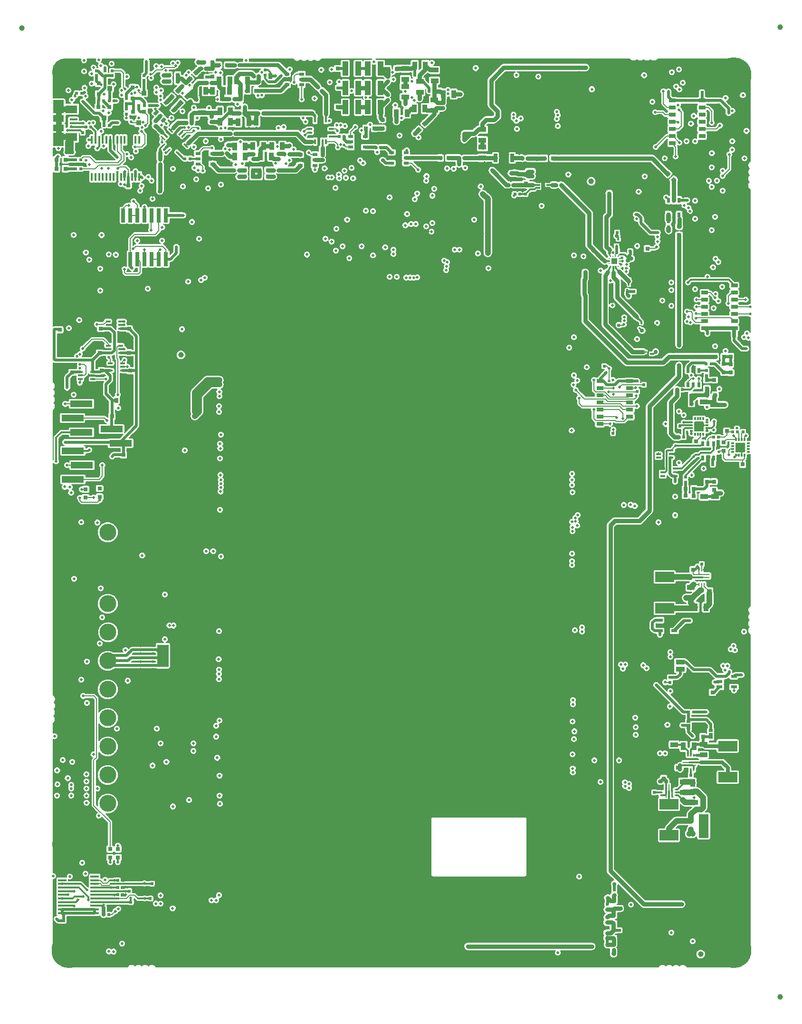
<source format=gbl>
G04 #@! TF.FileFunction,Copper,L6,Bot,Signal*
%FSLAX46Y46*%
G04 Gerber Fmt 4.6, Leading zero omitted, Abs format (unit mm)*
G04 Created by KiCad (PCBNEW 4.0.7) date Fri May 21 10:28:59 2021*
%MOMM*%
%LPD*%
G01*
G04 APERTURE LIST*
%ADD10C,0.150000*%
%ADD11C,0.500000*%
%ADD12R,0.950000X0.300000*%
%ADD13R,0.300000X0.950000*%
%ADD14R,2.150000X2.150000*%
%ADD15R,0.900000X0.900000*%
%ADD16R,0.280000X0.200000*%
%ADD17R,0.200000X0.280000*%
%ADD18R,1.000000X1.000000*%
%ADD19C,3.000000*%
%ADD20R,4.000000X1.300000*%
%ADD21R,1.300000X4.000000*%
%ADD22R,1.750000X4.250000*%
%ADD23R,5.000000X2.000000*%
%ADD24C,1.000000*%
%ADD25R,0.495300X0.495300*%
%ADD26C,5.000000*%
%ADD27R,3.050000X2.150000*%
%ADD28R,1.650000X0.850000*%
%ADD29C,0.700000*%
%ADD30R,1.380000X0.450000*%
%ADD31R,2.100000X1.475000*%
%ADD32R,1.900000X2.375000*%
%ADD33R,1.900000X1.175000*%
%ADD34R,0.700000X0.800000*%
%ADD35R,1.399540X0.899160*%
%ADD36R,0.800000X0.700000*%
%ADD37R,0.899160X1.399540*%
%ADD38R,0.419100X1.470660*%
%ADD39R,0.900000X0.600000*%
%ADD40C,6.350000*%
%ADD41R,1.020000X2.540000*%
%ADD42R,1.905000X2.425700*%
%ADD43R,0.711200X1.498600*%
%ADD44R,0.914400X5.334000*%
%ADD45R,0.600000X0.900000*%
%ADD46R,0.797560X0.797560*%
%ADD47R,0.300000X0.500000*%
%ADD48R,0.600000X0.300000*%
%ADD49R,1.750000X1.750000*%
%ADD50R,0.500000X0.300000*%
%ADD51R,0.300000X0.600000*%
%ADD52R,0.250000X0.600000*%
%ADD53R,2.400000X0.250000*%
%ADD54R,0.600000X0.250000*%
%ADD55R,0.250000X2.400000*%
%ADD56R,1.100000X0.600000*%
%ADD57R,0.850000X0.350000*%
%ADD58R,2.000000X4.000000*%
%ADD59R,1.100000X0.800000*%
%ADD60R,1.500000X0.800000*%
%ADD61R,2.100000X1.000000*%
%ADD62R,1.000000X2.100000*%
%ADD63R,0.800000X1.000000*%
%ADD64R,1.000000X0.800000*%
%ADD65R,0.800000X1.100000*%
%ADD66R,0.800000X1.500000*%
%ADD67R,3.400000X1.850000*%
%ADD68R,4.000000X1.200000*%
%ADD69R,0.670000X0.300000*%
%ADD70R,0.700000X1.600000*%
%ADD71R,1.180000X0.700000*%
%ADD72R,1.500000X0.450000*%
%ADD73R,0.800000X2.500000*%
%ADD74R,0.800000X0.800000*%
%ADD75R,1.000000X0.500000*%
%ADD76R,0.500000X1.000000*%
%ADD77R,0.700000X0.900000*%
%ADD78R,0.700000X0.520000*%
%ADD79R,0.700000X1.050000*%
%ADD80R,0.400000X0.270000*%
%ADD81R,0.200000X0.300000*%
%ADD82R,0.300000X0.200000*%
%ADD83C,0.860000*%
%ADD84C,0.500000*%
%ADD85C,0.790000*%
%ADD86C,0.300000*%
%ADD87C,0.200000*%
%ADD88C,0.600000*%
%ADD89C,0.700000*%
%ADD90C,0.100000*%
%ADD91C,1.000000*%
G04 APERTURE END LIST*
D10*
D11*
X134230500Y-131425540D03*
X117684500Y-132215540D03*
X120390500Y-128535540D03*
X117530500Y-128545540D03*
X118927500Y-128545540D03*
X122536540Y-126479740D03*
X124157500Y-128755540D03*
X112640000Y-125980000D03*
X134980500Y-134895540D03*
X134980500Y-133565540D03*
X134120500Y-132465540D03*
X136207500Y-132475540D03*
X135960500Y-128095540D03*
X136416540Y-125069740D03*
X141433780Y-124293980D03*
X132460500Y-131125540D03*
X130920500Y-131125540D03*
X132470500Y-129515540D03*
X130860500Y-129525540D03*
X131650500Y-130305540D03*
X139924500Y-128735540D03*
X138694500Y-129155540D03*
X137297500Y-129155540D03*
X135900500Y-129155540D03*
X140424500Y-131255540D03*
X136300500Y-131385540D03*
X137697500Y-131385540D03*
X139094500Y-131385540D03*
X109490500Y-129895540D03*
X110730000Y-128560000D03*
X115490500Y-128295540D03*
X116460500Y-128965540D03*
X118887500Y-129625540D03*
X117490500Y-129625540D03*
X127134500Y-129635540D03*
X125737500Y-129635540D03*
X124340500Y-129635540D03*
X120350500Y-129615540D03*
X121747500Y-129615540D03*
X123144500Y-129615540D03*
X128674500Y-129625540D03*
X129184500Y-132185540D03*
X127864500Y-131635540D03*
X124074500Y-131605540D03*
X118804500Y-132205540D03*
X117147500Y-131595540D03*
X115490500Y-131195540D03*
X119740500Y-131615540D03*
X121137500Y-131615540D03*
X122534500Y-131615540D03*
X134686540Y-125219740D03*
X127390000Y-126390000D03*
X123656540Y-126439740D03*
X121406540Y-126459740D03*
X142365240Y-63920580D03*
X139926840Y-63666580D03*
D12*
X129895740Y-62862420D03*
X129895740Y-63512420D03*
X129895740Y-64162420D03*
X129895740Y-64812420D03*
X126045740Y-62862420D03*
X126045740Y-63512420D03*
X126045740Y-64162420D03*
X126045740Y-64812420D03*
D13*
X128945740Y-61912420D03*
X128295740Y-61912420D03*
X127645740Y-61912420D03*
X126995740Y-61912420D03*
X126995740Y-65762420D03*
X127645740Y-65762420D03*
X128295740Y-65762420D03*
D14*
X127970740Y-63837420D03*
D13*
X128945740Y-65762420D03*
D11*
X102832840Y-144345300D03*
X102806500Y-142303500D03*
X164703180Y-124768480D03*
D15*
X180307280Y-87032520D03*
D16*
X179412280Y-87432520D03*
X179412280Y-86632520D03*
X179412280Y-87032520D03*
D17*
X180982280Y-87927520D03*
X180532280Y-87927520D03*
X180082280Y-87927520D03*
X179632280Y-87927520D03*
X180982280Y-86137520D03*
X180532280Y-86137520D03*
X180082280Y-86137520D03*
D16*
X181202280Y-86632520D03*
X181202280Y-87432520D03*
X181202280Y-87032520D03*
D17*
X179632280Y-86137520D03*
D18*
X180307280Y-87032520D03*
D11*
X168579220Y-72320020D03*
X152669240Y-79964280D03*
X154493420Y-79956260D03*
X143700020Y-79925960D03*
X144018000Y-77828140D03*
X149511540Y-77807600D03*
X100980240Y-110987840D03*
X101193040Y-107574620D03*
X100339600Y-106553540D03*
X175045820Y-103064360D03*
X176442820Y-103064360D03*
X173648820Y-103064360D03*
X173664060Y-104151480D03*
X176458060Y-104151480D03*
X175061060Y-104151480D03*
X166437760Y-112792560D03*
X167834760Y-112792560D03*
X159595000Y-112777320D03*
X160992000Y-112777320D03*
X164040000Y-112838280D03*
X162643000Y-112838280D03*
X135355780Y-97397620D03*
X168040740Y-53767860D03*
X169529180Y-53772940D03*
X186283600Y-54871620D03*
X184767220Y-55100220D03*
X188569600Y-53708300D03*
X188191140Y-52405280D03*
X183791860Y-52417980D03*
X186230260Y-52425600D03*
X186778900Y-51407060D03*
X184340500Y-51399440D03*
X197555540Y-52873780D03*
X198612180Y-51288820D03*
X198940420Y-60568840D03*
X198950580Y-61986160D03*
X198963280Y-59184540D03*
X200759060Y-58940700D03*
X204111860Y-58737500D03*
X202511660Y-58752740D03*
X202429800Y-67146040D03*
X202420220Y-65351660D03*
X202481180Y-60672980D03*
X202490760Y-62467360D03*
X204185520Y-67162680D03*
X204139800Y-65257680D03*
X204090960Y-62452120D03*
X204081380Y-60657740D03*
X201681080Y-70614540D03*
X201673460Y-69860160D03*
X198099680Y-69608700D03*
X197622160Y-68973700D03*
X198582280Y-68981320D03*
X198793100Y-66194940D03*
X197596760Y-66644520D03*
X196054980Y-66301620D03*
X173059780Y-64522220D03*
X179364060Y-64677160D03*
X176824060Y-64644140D03*
X174060540Y-66003040D03*
X176016340Y-66015740D03*
X180512140Y-66061460D03*
X178556340Y-66048760D03*
X185376820Y-65011300D03*
X186273440Y-65984120D03*
X187220860Y-65664080D03*
X186392820Y-63131700D03*
X184678320Y-63131700D03*
X185887360Y-63929260D03*
X167454000Y-87344120D03*
X166552300Y-87344120D03*
X169386940Y-87374600D03*
X170288640Y-87374600D03*
X164588880Y-87328880D03*
X163687180Y-87328880D03*
X185516520Y-74104500D03*
X186888120Y-66888360D03*
X185648600Y-60706000D03*
X182605680Y-60739020D03*
X186608720Y-60700920D03*
X188383600Y-60996700D03*
X202605640Y-81274920D03*
X202605640Y-80383380D03*
X201683620Y-87454740D03*
X201683620Y-86563200D03*
X202521820Y-85938360D03*
X202521820Y-86829900D03*
X164939400Y-60849380D03*
X163969120Y-60826520D03*
X155567840Y-66227560D03*
X157246320Y-64556640D03*
X155578000Y-65130280D03*
X134157140Y-101446200D03*
X133715180Y-99769800D03*
X143664940Y-116974620D03*
X154030680Y-118704360D03*
X153984960Y-117744240D03*
X148498560Y-118902480D03*
X147172680Y-122285760D03*
X151592280Y-123977400D03*
X150693120Y-123931680D03*
X149824440Y-123916440D03*
X146913600Y-117355620D03*
X146019520Y-116964460D03*
X124084080Y-114863880D03*
X118517720Y-114777760D03*
X170635140Y-82256580D03*
X170658000Y-83353860D03*
X174640240Y-75773280D03*
X182834280Y-97139760D03*
X184487820Y-81221580D03*
X184225620Y-80313400D03*
X179847240Y-83134200D03*
X180025040Y-80086200D03*
X180045360Y-81854040D03*
X179847240Y-84038440D03*
X180049860Y-85461980D03*
X147088380Y-77807600D03*
X151640540Y-77563980D03*
X160667700Y-70096380D03*
X157185360Y-69461380D03*
X159570420Y-70490080D03*
X159486600Y-73418700D03*
X160726120Y-74472800D03*
X166542140Y-72365740D03*
X163997060Y-74534900D03*
X163029320Y-74504420D03*
X167655240Y-74736960D03*
X168538580Y-74755880D03*
X166709780Y-74717780D03*
X163830000Y-72527160D03*
X162603180Y-72542400D03*
X160942020Y-71856600D03*
X89030480Y-94125660D03*
X82506820Y-92791280D03*
X83797140Y-92847160D03*
X82402680Y-88468200D03*
X84048600Y-88445340D03*
X90799340Y-88644600D03*
X112396960Y-85609300D03*
X115749760Y-85731220D03*
X125792920Y-86625300D03*
X144569180Y-81785460D03*
X147091400Y-81810860D03*
X146296380Y-81805780D03*
X155097480Y-82224880D03*
X151089360Y-82209640D03*
X151122380Y-80032860D03*
X152933400Y-78143100D03*
X152948640Y-76895960D03*
X156034740Y-70899020D03*
X157520640Y-70901560D03*
X168125140Y-70238620D03*
X158404560Y-72321420D03*
X181744620Y-88308180D03*
X188655380Y-89038300D03*
X147731480Y-83499960D03*
X146425920Y-83515200D03*
X143301720Y-81884520D03*
X143271240Y-83484720D03*
X143215360Y-84282280D03*
X145130520Y-84322920D03*
X144332960Y-84201000D03*
X173811620Y-81174460D03*
X173796960Y-80208120D03*
X172958180Y-83658580D03*
X173453480Y-82561300D03*
X171589120Y-81133820D03*
X171078580Y-75403580D03*
X173471840Y-73319640D03*
X172678780Y-73308080D03*
X173356960Y-74420600D03*
X174076360Y-74259440D03*
X175861980Y-90873580D03*
X181523640Y-80601820D03*
X181820820Y-76741020D03*
X183661740Y-74519660D03*
X187161860Y-73422380D03*
X178308000Y-74302620D03*
X178341020Y-73207880D03*
X181635400Y-73700640D03*
X180848000Y-73604120D03*
X182308500Y-73289160D03*
X180586380Y-75117960D03*
X189684080Y-72777220D03*
X190857560Y-80178780D03*
X189785680Y-77110460D03*
X189778060Y-77826740D03*
X192102160Y-77102840D03*
X192635560Y-75548360D03*
X192086920Y-74512040D03*
X192092000Y-73551920D03*
X192092000Y-72820400D03*
X191475360Y-71358760D03*
X190723520Y-70672960D03*
X190200280Y-70134480D03*
X187802520Y-71147940D03*
X181823360Y-69880480D03*
X180533040Y-69824600D03*
X183080660Y-69893180D03*
X184668160Y-69880480D03*
X184685360Y-71608820D03*
X179903120Y-71782940D03*
X182311040Y-71600060D03*
X159562800Y-101114860D03*
X162134020Y-89849880D03*
X165232820Y-89849880D03*
X164013620Y-89849880D03*
X163099220Y-89849880D03*
X166742800Y-91121100D03*
X167022200Y-92106620D03*
X116631720Y-86619080D03*
X118724680Y-86644480D03*
X144307560Y-86614000D03*
X144297400Y-88803480D03*
X146357340Y-86652100D03*
X143283940Y-86616540D03*
X143283940Y-88788240D03*
X147124420Y-86766400D03*
X142516860Y-90182700D03*
X134680380Y-89665680D03*
X133227500Y-89647900D03*
X140479200Y-88789380D03*
X140400460Y-86625300D03*
X145669000Y-88788240D03*
X145975520Y-90613280D03*
X146638460Y-92866260D03*
X145876460Y-92632580D03*
X150227720Y-92667960D03*
X150232800Y-91154120D03*
X150418800Y-91948000D03*
X148642520Y-92010280D03*
X146448200Y-91999940D03*
X147744180Y-91142820D03*
X149582560Y-90630880D03*
X151632920Y-90840560D03*
X151675280Y-89686180D03*
X152104540Y-93557140D03*
X152104540Y-92619880D03*
X158418980Y-92985640D03*
X158418980Y-92149980D03*
X151050440Y-99320400D03*
X156618120Y-99411840D03*
X152427120Y-99411840D03*
X155221120Y-99411840D03*
X153824120Y-99411840D03*
X154189880Y-97501760D03*
X155586880Y-97501760D03*
X152792880Y-97501760D03*
X156983880Y-97501760D03*
X151416200Y-97410320D03*
X149409600Y-97146160D03*
X148012600Y-97146160D03*
X167868020Y-96599880D03*
X174772320Y-87157560D03*
X179928520Y-94269560D03*
X179808560Y-92035500D03*
X176051900Y-93958280D03*
X173421040Y-90408760D03*
X172867320Y-91864180D03*
X172872400Y-91125040D03*
X170721020Y-91097100D03*
X168906880Y-92137100D03*
X170288640Y-94311340D03*
X168713840Y-94321500D03*
X166826620Y-88289000D03*
X167728320Y-88289000D03*
X171602400Y-88529160D03*
X171602880Y-87679480D03*
X170757060Y-89691160D03*
X170734200Y-88593880D03*
X175013040Y-88131520D03*
X175688680Y-87659080D03*
X174103720Y-89655520D03*
X174109380Y-88849200D03*
X174109380Y-88079580D03*
X204309400Y-135936860D03*
X204195100Y-143518760D03*
X173990000Y-93987620D03*
X173545500Y-92308680D03*
X173984920Y-90942160D03*
X177485040Y-97825560D03*
X176669700Y-97734120D03*
X176780880Y-96627820D03*
X177370740Y-97071180D03*
X178668100Y-99762180D03*
X182561920Y-103602660D03*
X181388440Y-102459660D03*
X182422220Y-100232080D03*
X187624140Y-98540440D03*
X187710500Y-100163500D03*
X188706760Y-96870520D03*
X187721240Y-93510100D03*
X188534040Y-94609920D03*
X188046360Y-95166180D03*
X187715580Y-96871660D03*
X185945200Y-97176460D03*
X184988200Y-93781880D03*
X185801000Y-93786960D03*
X185795920Y-92989400D03*
X184983120Y-92984320D03*
X183878220Y-83850480D03*
X187073540Y-83431380D03*
X186720480Y-84068920D03*
X186720480Y-82798920D03*
X193525140Y-80083660D03*
X190880420Y-82599400D03*
X190882960Y-81781520D03*
X190926140Y-80940780D03*
X190855600Y-79197200D03*
X193537840Y-81650840D03*
X194056000Y-84551520D03*
X195193920Y-84582000D03*
X197568820Y-84543900D03*
X197599300Y-82417920D03*
X194304920Y-82478880D03*
X195143120Y-82468720D03*
X186888120Y-88900000D03*
X187413900Y-88346280D03*
X187020200Y-90520520D03*
X188663580Y-87035640D03*
X188650880Y-90022680D03*
X187695840Y-91130120D03*
X187619640Y-77795120D03*
X187756800Y-78994000D03*
X187779660Y-80147160D03*
X187975240Y-81046320D03*
X185384440Y-78287880D03*
X185333640Y-77525880D03*
X185775600Y-78973680D03*
X187589160Y-76801980D03*
X184480200Y-76708000D03*
X185328560Y-76520040D03*
X183885840Y-81739740D03*
X183885840Y-82829400D03*
X155048640Y-85327360D03*
X152740360Y-82179160D03*
X150911560Y-84226400D03*
X150916640Y-83439000D03*
X150286720Y-83825080D03*
X198506080Y-84559140D03*
X196123560Y-84566760D03*
X196128640Y-82440780D03*
X181531260Y-81714340D03*
X186470980Y-85909020D03*
X185559120Y-87257760D03*
X186552840Y-72374760D03*
X183608400Y-76686280D03*
X181592220Y-75057000D03*
X183677560Y-75255120D03*
X185402220Y-75232260D03*
X183354400Y-71629140D03*
X181119780Y-71597520D03*
X178958240Y-72445880D03*
X178216560Y-75148440D03*
X156514800Y-69748400D03*
X154752040Y-69748400D03*
X152948640Y-67543680D03*
X155486100Y-67541140D03*
X150022560Y-67528440D03*
X148830820Y-70004720D03*
X98570560Y-200397340D03*
X99027760Y-197184240D03*
X104761720Y-193043680D03*
X104350240Y-192469640D03*
X103207240Y-191669540D03*
X102498580Y-193864100D03*
X102529060Y-195273800D03*
X98741920Y-195395720D03*
X98736840Y-193968240D03*
X110296960Y-66349880D03*
X141466080Y-63369400D03*
X126027960Y-73163640D03*
X129336220Y-85009860D03*
X118863160Y-118580140D03*
X120240200Y-164682400D03*
X121162220Y-164667160D03*
X122427140Y-164697640D03*
X118842300Y-184060060D03*
X148165820Y-174261780D03*
X95460820Y-201828400D03*
X152662080Y-70898620D03*
X152691620Y-64899320D03*
X165807500Y-142378380D03*
X167560100Y-141850060D03*
X180501980Y-105804840D03*
X178325200Y-104849800D03*
X181223920Y-60746640D03*
X177154840Y-55742840D03*
X178871880Y-56098440D03*
X180873400Y-55953660D03*
X195051100Y-56747280D03*
X197787260Y-64907160D03*
X197339640Y-142007460D03*
X199562140Y-146762340D03*
X199572880Y-145379440D03*
X188554100Y-155772760D03*
X197416160Y-165279980D03*
X187601600Y-164728800D03*
X189211960Y-164906600D03*
X196042020Y-162521540D03*
X194957440Y-162465660D03*
X81203800Y-195709540D03*
X88817120Y-97483540D03*
X89222020Y-101709760D03*
X142377160Y-158043880D03*
X150870920Y-158165800D03*
X196046780Y-102490140D03*
X198107400Y-109671840D03*
X195900140Y-113933960D03*
X194068800Y-113639320D03*
X204274420Y-118686580D03*
X198848980Y-121856500D03*
X200578720Y-119989600D03*
X190260660Y-133183500D03*
X189833940Y-190696720D03*
X191266500Y-190704340D03*
X191180140Y-185202700D03*
X189747580Y-185195080D03*
X187431100Y-183102120D03*
X105759100Y-174879360D03*
X109520840Y-174478040D03*
X109930620Y-167788460D03*
X100229180Y-60323940D03*
X202198660Y-143541620D03*
X200054900Y-143546700D03*
X199978700Y-135830180D03*
X202127540Y-135835260D03*
X201873540Y-124557660D03*
X204307440Y-124587000D03*
X202173840Y-132062220D03*
X204299820Y-132074920D03*
X199717660Y-109489240D03*
X200487380Y-108846340D03*
X203250900Y-108775220D03*
X203329540Y-79667100D03*
X201853800Y-79710280D03*
X199649080Y-87276940D03*
X203420980Y-87332820D03*
X203420980Y-86441280D03*
X203502260Y-80812640D03*
X199552560Y-80756760D03*
X199623680Y-85912960D03*
X168434340Y-134649780D03*
X118256740Y-101354760D03*
X116374600Y-98517580D03*
X117898600Y-98144200D03*
X122259780Y-98184840D03*
X111231680Y-101010720D03*
X109136180Y-99867720D03*
X107878880Y-99974400D03*
X105120440Y-96964500D03*
X103583740Y-93063060D03*
X106692700Y-95379540D03*
X105577640Y-95387160D03*
X105930700Y-92496640D03*
X105325600Y-91875480D03*
X110974560Y-92114240D03*
X107045760Y-92489020D03*
X109648680Y-91189680D03*
X108104360Y-91176980D03*
X112127720Y-92571440D03*
X159451040Y-207070960D03*
X159456900Y-205614500D03*
X93973160Y-206666060D03*
X96525860Y-203681560D03*
X93042740Y-164353240D03*
X93207840Y-154208480D03*
X93268800Y-152120600D03*
X93959120Y-129880900D03*
X92587520Y-129893600D03*
X102816100Y-121173780D03*
X104040380Y-115862640D03*
X104055620Y-114760280D03*
X104320120Y-110342640D03*
X104312720Y-111259620D03*
X101480060Y-113678240D03*
X100385880Y-112191800D03*
X133344340Y-97168840D03*
X92498620Y-109563440D03*
X83667040Y-108697300D03*
X90837460Y-110206060D03*
X92305580Y-114971100D03*
X123729260Y-57268320D03*
X122332260Y-57268320D03*
X106446260Y-132316360D03*
X103901180Y-134206120D03*
X103931660Y-137711320D03*
X106171940Y-137825620D03*
X106159240Y-134316660D03*
X106159240Y-135859660D03*
X102107440Y-135951500D03*
X170082800Y-182403080D03*
X177116740Y-181907180D03*
X176138840Y-181907180D03*
X146988980Y-93709540D03*
X101422180Y-149473640D03*
X102270540Y-148757360D03*
X100995460Y-148467800D03*
X105956080Y-151078920D03*
X110543200Y-149646240D03*
X108294020Y-146038800D03*
X131598080Y-140287200D03*
X132004080Y-146290060D03*
X132633720Y-144917160D03*
X148383780Y-77830460D03*
X141193520Y-77264260D03*
X127981220Y-81243380D03*
X131312920Y-80342740D03*
X130107200Y-80565200D03*
X138478260Y-79347060D03*
X138001520Y-81238300D03*
X136614680Y-81248460D03*
X135644400Y-80522020D03*
X151074120Y-73835260D03*
X123167140Y-85473540D03*
X122224800Y-84579460D03*
X124233940Y-84267040D03*
X121048780Y-84198460D03*
X119755920Y-84201000D03*
X163034980Y-70035420D03*
X161940240Y-70050660D03*
X182986680Y-94289880D03*
X174395820Y-99106860D03*
X185617540Y-110234600D03*
X186806260Y-109068740D03*
X194386200Y-126293880D03*
X194424300Y-130672840D03*
X192979040Y-130596640D03*
X198162600Y-131329300D03*
X196280460Y-131359780D03*
X142021560Y-147756880D03*
X127243840Y-191287400D03*
X125227080Y-191312800D03*
X127657860Y-194226180D03*
X126265360Y-194267960D03*
X123136660Y-140340080D03*
X124058680Y-140675360D03*
X121909840Y-140995400D03*
X117561360Y-141876780D03*
X117703600Y-140660120D03*
X117708680Y-139466320D03*
X142563260Y-139009580D03*
X137962640Y-137104120D03*
X143108000Y-134085900D03*
X136019540Y-135841740D03*
X148630640Y-124637800D03*
X93253040Y-176007620D03*
X82912700Y-184707120D03*
X91317520Y-170960320D03*
X83433360Y-162827240D03*
X83314540Y-156270960D03*
X83248500Y-149702520D03*
X85089440Y-162908520D03*
X85409480Y-171033980D03*
X91699080Y-208483200D03*
X91348560Y-206395320D03*
X88590120Y-203934060D03*
X83515200Y-204505560D03*
X87325200Y-204779880D03*
X114764820Y-211406740D03*
X112036860Y-211376260D03*
X112029240Y-205633320D03*
X114757200Y-205663800D03*
X107092260Y-208446600D03*
X108336860Y-208472000D03*
X93188080Y-184305140D03*
X98905060Y-184497980D03*
X98392540Y-185303360D03*
X97325740Y-185288120D03*
X105363840Y-182042200D03*
X111073620Y-186782580D03*
X111157440Y-189558800D03*
X104638620Y-188820020D03*
X103407900Y-188822200D03*
X116278980Y-181674540D03*
X117675980Y-181674540D03*
X117675980Y-178339520D03*
X113740090Y-171937230D03*
X114629090Y-171937230D03*
X116833810Y-174886170D03*
X115944810Y-174886170D03*
X129386490Y-172470630D03*
X128497490Y-172470630D03*
X124550330Y-172485870D03*
X125439330Y-172485870D03*
X131914620Y-160855720D03*
X131190720Y-159766060D03*
X128924120Y-162094520D03*
X157260980Y-152398600D03*
X164504100Y-152320440D03*
X161109920Y-139864280D03*
X159712920Y-139864280D03*
X161008320Y-137547800D03*
X162405320Y-137547800D03*
X168366440Y-132212080D03*
X171218180Y-131970080D03*
X152656800Y-144499780D03*
X153909020Y-142023280D03*
X158420060Y-139854120D03*
X155778460Y-139843960D03*
X153647400Y-140837100D03*
X155044400Y-140837100D03*
X156441400Y-140837100D03*
X160378400Y-140824400D03*
X158981400Y-140824400D03*
X157584400Y-140824400D03*
X155449840Y-133993020D03*
X157118620Y-132933840D03*
X157151640Y-137688720D03*
X155940060Y-137355980D03*
X141383200Y-125427080D03*
X147381420Y-125898560D03*
X146901360Y-123498260D03*
X154142440Y-124907040D03*
X155519120Y-124942600D03*
X156667200Y-124932440D03*
X157744160Y-124932440D03*
X147619720Y-117980460D03*
X144865540Y-116948000D03*
X121784800Y-103633140D03*
X110175040Y-112128300D03*
X114175540Y-111922560D03*
X116945860Y-112294720D03*
X121069100Y-107189320D03*
X122422100Y-107189320D03*
X123819100Y-107189320D03*
X128283600Y-113140920D03*
X127064400Y-113140920D03*
X130179500Y-102787320D03*
X129389560Y-103666160D03*
X171526680Y-83369100D03*
X171503820Y-82271820D03*
X169857900Y-88631980D03*
X169880760Y-89729260D03*
X169088280Y-82393740D03*
X169065420Y-81296460D03*
X160841320Y-99693240D03*
X164330380Y-99110800D03*
X158008320Y-101099620D03*
X171139540Y-97077400D03*
X167009500Y-96589720D03*
X160943980Y-88799540D03*
X162117460Y-88791920D03*
X162470520Y-87351740D03*
X161297040Y-87359360D03*
X156681860Y-88014680D03*
X154789560Y-86295100D03*
X153616080Y-86302720D03*
X154324740Y-86980900D03*
X155498220Y-86973280D03*
X152156160Y-88620600D03*
X152140920Y-90297000D03*
X155337960Y-92589400D03*
X136038000Y-142392860D03*
X150292060Y-147753520D03*
X143141700Y-144010380D03*
X155394080Y-178060220D03*
X155363600Y-177171220D03*
X115438700Y-183788280D03*
X116570180Y-183790460D03*
X113278340Y-183805700D03*
X143821840Y-186904500D03*
X145052560Y-186902320D03*
X146184040Y-186904500D03*
X124520380Y-96287460D03*
X126778440Y-98027360D03*
X126847020Y-97112960D03*
X152739780Y-107720000D03*
X153997080Y-107709840D03*
X142650680Y-152193360D03*
X138386020Y-153163640D03*
X139783020Y-153163640D03*
X150971940Y-151418160D03*
X151947880Y-151404320D03*
X150190200Y-151632920D03*
X156529460Y-151662000D03*
X155132460Y-151662000D03*
X155798520Y-152445720D03*
X139696660Y-161177340D03*
X141093660Y-161177340D03*
X153644020Y-162091240D03*
X140805900Y-166147500D03*
X126537440Y-166385300D03*
X125501120Y-166400540D03*
X134416520Y-165780780D03*
X135813520Y-165780780D03*
X132806160Y-167050780D03*
X139156160Y-168465560D03*
X138023320Y-168523980D03*
X136626320Y-168523980D03*
X135229320Y-168523980D03*
X138302720Y-160502660D03*
X135935440Y-159918460D03*
X134538440Y-159918460D03*
X133141440Y-159918460D03*
X166029360Y-168165620D03*
X167080920Y-170817380D03*
X166557680Y-177571240D03*
X167845460Y-175673860D03*
X135334520Y-178190120D03*
X134103800Y-178192300D03*
X129508410Y-175000470D03*
X132216050Y-175229070D03*
X133105050Y-175229070D03*
X122482770Y-176204430D03*
X122482770Y-177220430D03*
X119208710Y-173285970D03*
X120097710Y-173285970D03*
X127374810Y-172485870D03*
X126485810Y-172485870D03*
X133197600Y-63093600D03*
X137463040Y-56727300D03*
X139891280Y-60344260D03*
X144346440Y-62294980D03*
X130274840Y-70694760D03*
X135075440Y-71952060D03*
X90947240Y-73271380D03*
X89758520Y-73240900D03*
X86939120Y-67495420D03*
X88397080Y-63334900D03*
X94249240Y-61419740D03*
X85618320Y-60012580D03*
X89273380Y-59593480D03*
X95788480Y-53766720D03*
X107017240Y-81611340D03*
X105620240Y-81611340D03*
X140324700Y-118468540D03*
X141109560Y-118476160D03*
X123212280Y-97239960D03*
X125251900Y-192987800D03*
X126394900Y-192987800D03*
X127625620Y-192985620D03*
X156883880Y-206790520D03*
X149641560Y-208815940D03*
X145755360Y-208495900D03*
X141080000Y-211862900D03*
X142324600Y-211888300D03*
X143658100Y-211926400D03*
X122131600Y-211583500D03*
X120798100Y-211545400D03*
X119553500Y-211520000D03*
X96868760Y-208647260D03*
X98000240Y-208649440D03*
X99704580Y-211471380D03*
X95201740Y-208643220D03*
X97342380Y-211471380D03*
X107731560Y-207507840D03*
X88315800Y-208940400D03*
X92866900Y-211463760D03*
X89961720Y-211470240D03*
X95229100Y-211463760D03*
X146015220Y-201895940D03*
X144681720Y-201857840D03*
X143437120Y-201832440D03*
X202244380Y-180615460D03*
X203676940Y-180623080D03*
X203689640Y-181984520D03*
X202257080Y-181976900D03*
X199318300Y-181049800D03*
X200750860Y-181057420D03*
X199297980Y-194245100D03*
X197865420Y-194237480D03*
X200639100Y-194214620D03*
X202071660Y-194222240D03*
X201848140Y-203833600D03*
X200415580Y-203825980D03*
X197641900Y-203848840D03*
X199074460Y-203856460D03*
X204195100Y-196165340D03*
X202762540Y-196157720D03*
X199988860Y-196180580D03*
X201421420Y-196188200D03*
X201147100Y-201865100D03*
X199714540Y-201857480D03*
X202488220Y-201834620D03*
X203920780Y-201842240D03*
X86674960Y-76542900D03*
X85697060Y-76545440D03*
X85699600Y-74462640D03*
X86644480Y-74452480D03*
X85567520Y-73347580D03*
X82225660Y-72757240D03*
X83240880Y-72748140D03*
X148518880Y-83499960D03*
X145608040Y-83738720D03*
X146004280Y-84373720D03*
X144703800Y-83378040D03*
X151571960Y-83825080D03*
X148569680Y-84297520D03*
X181144600Y-175883440D03*
X158174760Y-174103660D03*
X149218380Y-176933360D03*
X149218380Y-175933360D03*
X149218380Y-177933360D03*
X138611340Y-174815000D03*
X138611340Y-173815000D03*
X138611340Y-176765720D03*
X138611340Y-175765720D03*
X140673560Y-107238720D03*
X139495000Y-106598640D03*
X138456140Y-105534380D03*
X142630580Y-105731180D03*
X143925980Y-105731180D03*
X82389980Y-94142560D03*
X83929220Y-94073980D03*
X86017100Y-88549480D03*
X84155280Y-86205060D03*
X81236820Y-85511640D03*
X82448400Y-86365080D03*
X83339940Y-86822280D03*
X83423760Y-80063340D03*
X82408540Y-80072440D03*
X81213960Y-80063340D03*
X85013800Y-80055720D03*
X156870400Y-82232500D03*
X109283500Y-63334900D03*
X157178200Y-67680440D03*
X103922340Y-52221340D03*
X111008940Y-53504040D03*
X118895640Y-57644240D03*
X120292640Y-57644240D03*
X116560600Y-63347600D03*
X115189000Y-63347600D03*
X122491500Y-63385700D03*
X119773700Y-63449200D03*
X111633000Y-63360300D03*
X109296200Y-65405000D03*
X111607600Y-65405000D03*
X120078500Y-65366900D03*
X121450100Y-65379600D03*
X114437940Y-65365840D03*
X115836700Y-65366900D03*
X117231940Y-65365840D03*
X97153240Y-72858840D03*
X100594940Y-72147640D03*
X183920820Y-63838960D03*
X185902600Y-69913500D03*
X187017660Y-70195440D03*
X187791780Y-72063480D03*
X187634880Y-75067160D03*
X187817180Y-73396980D03*
X175831500Y-60744100D03*
X177571400Y-60744100D03*
X174091600Y-60756800D03*
X179692300Y-60769500D03*
X113768520Y-142466800D03*
X114171890Y-138365290D03*
X118921690Y-137958890D03*
X117118290Y-137984290D03*
X115683190Y-137971590D03*
X121702990Y-137908090D03*
X88478920Y-186723220D03*
X87513720Y-186088220D03*
X118952700Y-135814940D03*
X135227740Y-140277040D03*
X133259240Y-138219640D03*
X134503840Y-139426140D03*
X139814300Y-141147800D03*
X137744200Y-141160500D03*
X139227560Y-137109200D03*
X136601200Y-138569700D03*
X135763000Y-137718800D03*
X134937500Y-136893300D03*
X132751990Y-135901490D03*
X133780690Y-135926890D03*
X130402490Y-136003090D03*
X129373790Y-135977690D03*
X166808840Y-191933700D03*
X166808840Y-190536700D03*
X166796140Y-187704600D03*
X166796140Y-189101600D03*
X173532800Y-182524400D03*
X174530340Y-183556240D03*
X174510700Y-182524400D03*
X173532800Y-183565800D03*
X172130040Y-183581640D03*
X182955980Y-180800580D03*
X182950940Y-180098580D03*
X182227040Y-179781080D03*
X182232080Y-180483080D03*
X194751380Y-73689080D03*
X194754500Y-75349100D03*
X203136500Y-70180200D03*
X203146080Y-71974580D03*
X203149200Y-73634600D03*
X203136500Y-76911200D03*
X203133380Y-75251180D03*
X198624880Y-80026380D03*
X198483220Y-82410300D03*
X198640700Y-78409800D03*
X198637580Y-76749780D03*
X99326140Y-142900940D03*
X99326140Y-145694940D03*
X99326140Y-144297940D03*
X99326140Y-141503940D03*
X168653920Y-61851140D03*
X90210060Y-91679900D03*
X90210060Y-89686000D03*
X157599640Y-144497240D03*
X158996640Y-144497240D03*
X160393640Y-144497240D03*
X156456640Y-144509940D03*
X155059640Y-144509940D03*
X153662640Y-144509940D03*
X170218100Y-200494900D03*
X174129700Y-199707500D03*
X170243500Y-202222100D03*
X173570900Y-204012800D03*
X151822840Y-204087600D03*
X151822840Y-205484600D03*
X152927740Y-204074900D03*
X152927740Y-202677900D03*
X154908940Y-198398000D03*
X154908940Y-199795000D03*
X179628800Y-62979300D03*
X180849960Y-64075180D03*
X153248360Y-82722720D03*
X153395680Y-79969360D03*
X170989680Y-80153380D03*
X169568340Y-80107740D03*
X168351200Y-80098900D03*
X168770300Y-77660500D03*
X169987440Y-77669340D03*
X171408780Y-77714980D03*
X169826360Y-63554480D03*
X173826860Y-62957580D03*
X177344760Y-62932180D03*
X175604860Y-62932180D03*
X193865500Y-51282600D03*
X191312800Y-51308000D03*
X181624660Y-51359940D03*
X189141100Y-51308000D03*
X179364060Y-51413280D03*
X177027260Y-51372640D03*
X155609980Y-51370100D03*
X157972180Y-51306600D03*
X155818260Y-55761760D03*
X156953640Y-53148100D03*
X155805560Y-54428260D03*
X122457900Y-133782940D03*
X112128300Y-135585200D03*
X113868200Y-135585200D03*
X115049300Y-135813800D03*
X119663900Y-133782940D03*
X116860000Y-133830000D03*
X118110000Y-134112000D03*
X121060900Y-133782940D03*
X116484400Y-135813800D03*
X118907840Y-151083040D03*
X120304840Y-151083040D03*
X121701840Y-151083040D03*
X123098840Y-151083040D03*
X124495840Y-151083040D03*
X130083840Y-151083040D03*
X128686840Y-151083040D03*
X127289840Y-151083040D03*
X125892840Y-151083040D03*
X159194500Y-163461700D03*
X162746200Y-167425600D03*
X161515480Y-167427780D03*
X160372480Y-167427780D03*
X150964900Y-174193200D03*
X152244480Y-174209580D03*
X153387480Y-174209580D03*
X154618200Y-174207400D03*
X155749680Y-174209580D03*
X155419480Y-183886980D03*
X154288000Y-183884800D03*
X153057280Y-183886980D03*
X149552080Y-183886980D03*
X150782800Y-183884800D03*
X151914280Y-183886980D03*
X146046880Y-183886980D03*
X144915400Y-183884800D03*
X143684680Y-183886980D03*
X147189880Y-183886980D03*
X148420600Y-183884800D03*
X156902840Y-176782600D03*
X158274440Y-179398800D03*
X161099500Y-176885600D03*
X159442840Y-176884200D03*
X162313040Y-179348000D03*
X163969700Y-179349400D03*
X151257000Y-181597300D03*
X149600340Y-181595900D03*
X152457840Y-182624600D03*
X154114500Y-182626000D03*
X156166240Y-182650000D03*
X157525140Y-181608600D03*
X159181800Y-181610000D03*
X162890200Y-181635400D03*
X161233540Y-181634000D03*
X165056240Y-181659400D03*
X154622500Y-185127900D03*
X136966380Y-182020080D03*
X138197100Y-182017900D03*
X135834900Y-182017900D03*
X131927600Y-182041800D03*
X130721100Y-181533800D03*
X133359580Y-182032780D03*
X134590300Y-182030600D03*
X123922300Y-183580000D03*
X122691580Y-183582180D03*
X120417100Y-183580000D03*
X121548580Y-183582180D03*
X125166900Y-183567300D03*
X127635000Y-182118000D03*
X127529100Y-183567300D03*
X126298380Y-183569480D03*
X130526300Y-186780400D03*
X129295580Y-186782580D03*
X125790380Y-186782580D03*
X127021100Y-186780400D03*
X128152580Y-186782580D03*
X124658900Y-186780400D03*
X117546900Y-186793100D03*
X116316180Y-186795280D03*
X112810980Y-186795280D03*
X114041700Y-186793100D03*
X115173180Y-186795280D03*
X121040580Y-186795280D03*
X119909100Y-186793100D03*
X118678380Y-186795280D03*
X122183580Y-186795280D03*
X123414300Y-186793100D03*
X129286000Y-181546500D03*
X123338100Y-189510900D03*
X122107380Y-189513080D03*
X118602180Y-189513080D03*
X119832900Y-189510900D03*
X120964380Y-189513080D03*
X115096980Y-189513080D03*
X113965500Y-189510900D03*
X112734780Y-189513080D03*
X116239980Y-189513080D03*
X117470700Y-189510900D03*
X166166800Y-185597800D03*
X166166800Y-184150000D03*
X164510140Y-184148600D03*
X164510140Y-185545600D03*
X160687440Y-185520200D03*
X160687440Y-184123200D03*
X162344100Y-184124600D03*
X162344100Y-185572400D03*
X158635700Y-185547000D03*
X158635700Y-184099200D03*
X156979040Y-184097800D03*
X156979040Y-185494800D03*
X165564240Y-190511300D03*
X165564240Y-189114300D03*
X122221040Y-117005340D03*
X126348540Y-117183140D03*
X127745540Y-117132340D03*
X124993400Y-117030500D03*
X123541840Y-117030740D03*
X120963740Y-117005340D03*
X155274220Y-62941580D03*
X158159660Y-62992380D03*
X170443580Y-67869940D03*
X168589380Y-67880100D03*
X166846940Y-67869940D03*
X163362060Y-67869940D03*
X171459580Y-53468140D03*
X174035140Y-53422420D03*
X160054980Y-51370100D03*
X157164460Y-54301260D03*
X158312540Y-53021100D03*
X162000620Y-51314220D03*
X169127860Y-51441220D03*
X165424540Y-51349780D03*
X172734660Y-51385340D03*
X175071460Y-51425980D03*
X175462620Y-58319540D03*
X173059780Y-58334780D03*
X170895700Y-58289060D03*
X175442300Y-55540780D03*
X173125820Y-55510300D03*
X175442300Y-56318020D03*
X173141060Y-56302780D03*
X170773780Y-56373900D03*
X164855580Y-58192540D03*
X166389740Y-58156980D03*
X168599540Y-58146820D03*
X160324220Y-54473980D03*
X164449180Y-53955820D03*
X164408540Y-56511060D03*
X168050900Y-56226580D03*
X166451740Y-60652260D03*
X164648340Y-60068060D03*
X163342780Y-60037580D03*
X159425060Y-56475500D03*
X161604380Y-56475500D03*
X161568820Y-58629420D03*
X159425060Y-58629420D03*
X166765660Y-65858260D03*
X170413100Y-65822700D03*
X168716380Y-65837940D03*
X167930020Y-63629140D03*
X164495940Y-63613900D03*
X193659180Y-56074180D03*
X197392980Y-56653300D03*
X196367400Y-51282600D03*
X195650540Y-54895620D03*
X193836980Y-54118380D03*
X86013980Y-91634180D03*
X87238260Y-91629100D03*
X87238260Y-89647900D03*
X86013980Y-89652980D03*
D19*
X90053780Y-148013980D03*
X90053780Y-158173980D03*
X90053780Y-168333980D03*
X90053780Y-178493980D03*
X90053780Y-183573980D03*
X90053780Y-173413980D03*
X90053780Y-163253980D03*
X90103780Y-153093980D03*
D11*
X185648020Y-96521140D03*
X192386640Y-109271940D03*
X188591880Y-112347880D03*
X186064580Y-111705260D03*
X187182180Y-110600360D03*
X188515680Y-106002960D03*
X188502980Y-109160180D03*
X171561180Y-72685780D03*
X167370180Y-69815580D03*
X168817980Y-69828280D03*
X179282780Y-69840980D03*
X177326980Y-69828280D03*
X175345780Y-69815580D03*
X173288380Y-69777480D03*
X170862680Y-69790180D03*
X172221580Y-67567680D03*
X173923380Y-67567680D03*
X175980780Y-67605780D03*
X177961980Y-67618480D03*
X179917780Y-67631180D03*
X188655380Y-68596380D03*
X189290380Y-69371080D03*
X189798380Y-75009880D03*
X189783720Y-73510140D03*
X192668580Y-77791180D03*
X193443280Y-78642080D03*
X193527680Y-80848200D03*
X193540380Y-82481420D03*
X186333820Y-104153840D03*
X185000320Y-104128440D03*
X183717620Y-101537640D03*
X174698080Y-83493480D03*
X174736180Y-82198080D03*
X176831680Y-82185380D03*
X176793580Y-83480780D03*
X177847680Y-84826980D03*
X178419180Y-85385780D03*
X178444580Y-87989280D03*
X177631780Y-87278080D03*
X175688680Y-86871680D03*
X175726780Y-85576280D03*
X174711360Y-80215740D03*
X177822280Y-83226780D03*
X177860380Y-81766280D03*
X180035200Y-80982820D03*
X180959760Y-80078580D03*
X180705180Y-77791180D03*
X180692480Y-76800580D03*
X178152480Y-77778480D03*
X178165180Y-76762480D03*
X173364580Y-77867380D03*
X172704180Y-77156180D03*
X170443580Y-74781280D03*
X169376780Y-74793980D03*
X169554580Y-72304780D03*
X170595980Y-72292080D03*
X174025560Y-75158600D03*
X176731140Y-77732840D03*
X175841080Y-76800580D03*
X179333580Y-103572180D03*
X177644480Y-101883080D03*
X175879180Y-100117780D03*
X178495380Y-102772080D03*
X180565480Y-104804080D03*
X187083120Y-106084240D03*
X185292420Y-106071540D03*
X183133420Y-104014140D03*
X182028520Y-103112440D03*
X180733120Y-101766240D03*
X179232560Y-100284280D03*
X177485040Y-98541840D03*
X176183980Y-97145980D03*
X183374720Y-100254940D03*
X184108780Y-85817580D03*
X184515180Y-82210780D03*
X184540580Y-83442680D03*
X187924440Y-87828120D03*
X188655380Y-88230580D03*
X188655960Y-90822780D03*
X188617860Y-91676220D03*
X187634880Y-94518480D03*
X188553780Y-92878780D03*
X187918780Y-92002480D03*
X186410020Y-89879040D03*
X193288340Y-94997140D03*
X188681360Y-98516440D03*
X185762320Y-94806640D03*
X184990740Y-94800420D03*
X184957720Y-92024200D03*
X185811160Y-92034360D03*
X185025720Y-91263340D03*
X165247040Y-177495040D03*
D20*
X199238580Y-182769680D03*
D21*
X202488580Y-187569680D03*
D22*
X196238580Y-187569680D03*
D11*
X125721800Y-99876480D03*
X127118800Y-99876480D03*
X124324800Y-99876480D03*
X124299400Y-101654480D03*
X127093400Y-101654480D03*
X125696400Y-101654480D03*
D23*
X82753780Y-87873980D03*
X82753780Y-93373980D03*
X82743780Y-72753980D03*
X82743780Y-78253980D03*
X202153780Y-201693980D03*
X202153780Y-196193980D03*
X202153780Y-142503980D03*
X202153780Y-137003980D03*
X202173260Y-131051620D03*
X202173260Y-125551620D03*
X202158700Y-115266640D03*
X202158700Y-109766640D03*
X202142780Y-86281580D03*
X202142780Y-80781580D03*
D24*
X176196680Y-72825480D03*
X195703880Y-210391880D03*
X74751680Y-45517380D03*
X209879680Y-45326880D03*
X103082780Y-103737280D03*
X209866980Y-217983380D03*
D11*
X187893380Y-136604880D03*
X185708980Y-138801980D03*
X185480380Y-136261980D03*
X185480380Y-135207880D03*
X186928180Y-139817980D03*
X188490280Y-137938380D03*
X189176080Y-138634340D03*
X189163380Y-140806040D03*
X190712780Y-138647040D03*
X190700080Y-140818740D03*
X192097080Y-140818740D03*
X192109780Y-138647040D03*
X193506780Y-138647040D03*
X194903780Y-138647040D03*
X193494080Y-140818740D03*
X194421180Y-140833980D03*
X199082080Y-140818740D03*
X199094780Y-138647040D03*
X197697780Y-138647040D03*
X197685080Y-140818740D03*
X196300780Y-138647040D03*
X202307880Y-110110140D03*
X203951580Y-99925780D03*
X203443580Y-100535380D03*
X204205580Y-100687780D03*
X177593680Y-94694880D03*
X177619080Y-91494480D03*
X179796440Y-92806520D03*
X179821840Y-91196160D03*
X147824880Y-100613080D03*
X148663080Y-101578280D03*
X149577480Y-102594280D03*
X150339480Y-103191180D03*
X145830980Y-103203880D03*
X147862980Y-105159680D03*
X146783480Y-105159680D03*
X145488080Y-105159680D03*
X134738800Y-95012380D03*
X107553180Y-61547880D03*
X106460980Y-59655580D03*
X108797780Y-59617480D03*
X111007580Y-59617480D03*
X113636480Y-59579380D03*
X103717780Y-63236980D03*
X100252040Y-63173820D03*
X98537540Y-63961220D03*
X110297740Y-69950540D03*
X111694740Y-69950540D03*
X111504240Y-71931740D03*
X110107240Y-71931740D03*
X108710240Y-71931740D03*
X121511840Y-71982540D03*
X122908840Y-71982540D03*
X124305840Y-71982540D03*
X120570680Y-73028680D03*
X112163280Y-72990580D03*
X116495340Y-69747340D03*
X115098340Y-69747340D03*
X117892340Y-69747340D03*
X119098840Y-73011240D03*
X117701840Y-73011240D03*
X114907840Y-73011240D03*
X113510840Y-73011240D03*
X116304840Y-73011240D03*
X122208980Y-61789180D03*
X119872180Y-61789180D03*
X120964380Y-61789180D03*
X121575340Y-59676240D03*
X122972340Y-59676240D03*
X124369340Y-59676240D03*
X125766340Y-59676240D03*
X120178340Y-59676240D03*
X118781340Y-59676240D03*
X127457200Y-60553600D03*
X126768280Y-53686580D03*
X127733480Y-54664480D03*
X125891980Y-55655080D03*
X128812980Y-55655080D03*
X127847780Y-59401580D03*
X130044880Y-59363480D03*
X126869880Y-57090180D03*
X127847780Y-58042680D03*
X130032180Y-57052080D03*
X130032180Y-58029980D03*
X117268680Y-59693680D03*
X142338480Y-81664680D03*
X150931300Y-89449780D03*
X147718200Y-90414980D03*
X127644340Y-107158840D03*
X126247340Y-107158840D03*
X129041340Y-107158840D03*
X130438340Y-107158840D03*
X131835340Y-107158840D03*
X124894340Y-107158840D03*
X164227240Y-149272440D03*
X163598280Y-146764880D03*
X164563480Y-145799680D03*
X98078980Y-94047180D03*
X99031480Y-93005780D03*
X100136380Y-91913580D03*
X102866880Y-92319980D03*
X101901680Y-93297880D03*
D25*
X89414200Y-62856480D03*
X90313360Y-62856480D03*
X90303200Y-58474980D03*
X91202360Y-58474980D03*
X89297360Y-58474980D03*
X88398200Y-58474980D03*
X88045980Y-54034560D03*
X88045980Y-53135400D03*
X90816280Y-53135900D03*
X90816280Y-54035060D03*
X89519180Y-53160800D03*
X89519180Y-54059960D03*
D11*
X185529840Y-112854340D03*
X187695260Y-129624960D03*
X185523560Y-129612260D03*
X187690180Y-124501780D03*
X187695260Y-128227960D03*
X185523560Y-128215260D03*
X185523560Y-126818260D03*
X185523560Y-125421260D03*
X187695260Y-126830960D03*
X187695260Y-125433960D03*
X187695260Y-131021960D03*
X185523560Y-131009260D03*
X185531180Y-122330080D03*
X185531180Y-124501780D03*
X185523560Y-121230260D03*
X185523560Y-119833260D03*
X187677480Y-120717180D03*
X187695260Y-119845960D03*
X187695260Y-114257960D03*
X187695260Y-115654960D03*
X185523560Y-114245260D03*
X185523560Y-115642260D03*
X185523560Y-117039260D03*
X187695260Y-117051960D03*
X187918780Y-113008280D03*
X185523560Y-118436260D03*
X187695260Y-118448960D03*
X168690980Y-115078380D03*
X157426080Y-117008780D03*
X158492880Y-118088280D03*
X156333640Y-115896440D03*
X158124580Y-114151280D03*
X166265280Y-122609480D03*
X163445880Y-110061880D03*
X160766180Y-109464980D03*
X158289680Y-108106080D03*
X147353760Y-108259800D03*
X151698380Y-108487080D03*
X148318960Y-108259800D03*
X145524960Y-108221700D03*
X146439360Y-108221700D03*
X144559760Y-108221700D03*
X155523380Y-104016860D03*
X152790580Y-106556680D03*
X151063380Y-106569380D03*
X156689480Y-106467780D03*
X154797180Y-106493180D03*
X157144040Y-121591640D03*
X155622680Y-122342780D03*
X158541040Y-121591640D03*
X159938040Y-121591640D03*
X161335040Y-121591640D03*
X170621380Y-123866780D03*
X170888080Y-122914280D03*
X166760580Y-121593480D03*
X168320040Y-121591640D03*
X163687180Y-121593480D03*
X169717040Y-121591640D03*
X159991480Y-116018180D03*
X171114040Y-121591640D03*
X157316620Y-119371160D03*
X158713620Y-119371160D03*
X160110620Y-119371160D03*
X161507620Y-119371160D03*
X155919620Y-119371160D03*
X154522620Y-119371160D03*
X176052480Y-94736920D03*
X175859440Y-92019120D03*
X173979840Y-91681300D03*
X171091860Y-94302580D03*
X170713400Y-92141040D03*
X169778680Y-92146120D03*
X169524100Y-94288480D03*
X167713080Y-89119580D03*
X166811380Y-89119580D03*
X168139800Y-92116780D03*
X173995080Y-94721680D03*
X145792880Y-91761180D03*
X156968640Y-96414640D03*
X158365640Y-96414640D03*
X151393340Y-94242940D03*
X152790340Y-94242940D03*
X151380640Y-96414640D03*
X152777640Y-96414640D03*
X155584340Y-94242940D03*
X155571640Y-96414640D03*
X154187340Y-94242940D03*
X154174640Y-96414640D03*
X144230540Y-114994740D03*
X142833540Y-114994740D03*
X140052240Y-112823040D03*
X138655240Y-112823040D03*
X141449240Y-112823040D03*
X142846240Y-112823040D03*
X144243240Y-112823040D03*
X137302240Y-112823040D03*
D26*
X82653540Y-53387200D03*
X82653540Y-190787200D03*
X152053540Y-53387200D03*
D11*
X129595300Y-95088580D03*
X128198300Y-95088580D03*
X126801300Y-95088580D03*
X125404300Y-95088580D03*
X116214580Y-94986980D03*
X122737300Y-94986980D03*
X118546300Y-94986980D03*
X119943300Y-94986980D03*
X121340300Y-94986980D03*
X117073100Y-92599380D03*
X122661100Y-92599380D03*
X121264100Y-92599380D03*
X119867100Y-92599380D03*
X124058100Y-92599380D03*
X118470100Y-92599380D03*
X136737780Y-92650180D03*
X125480500Y-92446980D03*
X126877500Y-92446980D03*
X128274500Y-92446980D03*
X133862500Y-92446980D03*
X132465500Y-92446980D03*
X131068500Y-92446980D03*
X135259500Y-92446980D03*
X129671500Y-92446980D03*
X114299420Y-92446980D03*
X115696420Y-92446980D03*
X195106980Y-141392780D03*
X194624380Y-142002380D03*
X197882880Y-143832680D03*
X197527280Y-144594680D03*
X195749280Y-147845880D03*
X112683980Y-167275380D03*
X92313180Y-59813060D03*
X124804240Y-160463840D03*
X136091340Y-141127940D03*
X131849540Y-141254940D03*
X87487180Y-102708580D03*
X81213380Y-67631180D03*
X93241640Y-198403440D03*
X93190840Y-199825840D03*
X158357640Y-172229140D03*
X177641940Y-90539440D03*
D27*
X195010780Y-162296580D03*
X195010780Y-154496580D03*
D28*
X192060780Y-159646580D03*
X192060780Y-158396580D03*
X192060780Y-157146580D03*
D11*
X188401380Y-176089180D03*
X93316540Y-173729240D03*
X113507840Y-177013640D03*
X85074180Y-67072380D03*
X113940360Y-117833540D03*
X147812760Y-84322920D03*
X138160180Y-84395180D03*
X116151080Y-59668280D03*
X114172420Y-61519940D03*
X120794480Y-102806180D03*
X107781780Y-53534180D03*
X99272780Y-51481860D03*
X105870520Y-62571840D03*
X103325440Y-61179920D03*
X167649580Y-72375900D03*
X142450340Y-72946040D03*
X98612380Y-83399500D03*
X97195060Y-83379180D03*
X140964340Y-85771860D03*
X140974500Y-84999700D03*
X151845700Y-84999700D03*
X152714380Y-84964140D03*
X145554220Y-79951360D03*
X145618200Y-77820520D03*
X186069660Y-159523300D03*
X185470540Y-158950300D03*
X193999540Y-120508900D03*
X191342700Y-117206900D03*
X94169940Y-109741240D03*
X88891820Y-104204040D03*
X94088660Y-104295480D03*
X93860060Y-101018880D03*
X92945660Y-100226400D03*
X97878900Y-184510680D03*
X93127120Y-185669120D03*
X149722840Y-91643200D03*
X151894000Y-91745400D03*
X147949920Y-91836240D03*
X152752480Y-93094680D03*
X174558380Y-152934540D03*
X174548220Y-152228420D03*
X204301780Y-142505300D03*
X200009180Y-142510380D03*
X171129820Y-119395060D03*
X162828420Y-119383860D03*
X164225420Y-119383860D03*
X169813420Y-119383860D03*
X168416420Y-119383860D03*
X167019420Y-119383860D03*
X165622420Y-119383860D03*
X149178700Y-81138900D03*
X134781980Y-198390380D03*
X129412420Y-198491980D03*
X124174940Y-198471660D03*
X151759340Y-165212900D03*
X149157420Y-167534340D03*
X145911300Y-167534340D03*
X181868820Y-159610700D03*
X182275220Y-158848700D03*
X181513220Y-158848700D03*
X176770720Y-175883440D03*
X109346420Y-171649260D03*
X109361660Y-169759500D03*
X91102800Y-209917900D03*
X90261020Y-209912740D03*
X144789580Y-75987780D03*
X145201060Y-74981940D03*
X129915340Y-83536660D03*
X128828220Y-83048980D03*
X172937860Y-165157020D03*
X172953100Y-165893620D03*
X184159580Y-171374940D03*
X184139260Y-169988100D03*
X203268680Y-110037600D03*
X98622700Y-201368180D03*
X99464480Y-201373340D03*
X107583660Y-138649580D03*
X172912860Y-177347760D03*
X172917900Y-178049760D03*
X172851500Y-134402700D03*
X172861660Y-135108820D03*
X193034340Y-107869860D03*
X190799140Y-106846240D03*
X188502980Y-107463460D03*
X192970840Y-90094940D03*
X190799140Y-90082240D03*
X192970840Y-84506940D03*
X190799140Y-84494240D03*
X192970840Y-88697940D03*
X190799140Y-88685240D03*
X190799140Y-87288240D03*
X190799140Y-85891240D03*
X192970840Y-87300940D03*
X192970840Y-85903940D03*
X192970840Y-91491940D03*
X192970840Y-92888940D03*
X190799140Y-91479240D03*
X190799140Y-92876240D03*
X190799140Y-94273240D03*
X192970840Y-94285940D03*
X192960680Y-105083480D03*
X190827080Y-105121580D03*
X188569020Y-100178740D03*
X190814380Y-103165780D03*
X194659940Y-102642540D03*
X192973380Y-103127680D03*
X192892680Y-97221040D03*
X192970840Y-98476940D03*
X190799140Y-97067240D03*
X190799140Y-98464240D03*
X190799140Y-99861240D03*
X192970840Y-99873940D03*
X190799140Y-101258240D03*
X192970840Y-101270940D03*
X180677240Y-181849900D03*
X178505540Y-181837200D03*
X180677240Y-180452900D03*
X178505540Y-180440200D03*
X178505540Y-179043200D03*
X180677240Y-179055900D03*
X180677240Y-183246900D03*
X180677240Y-184643900D03*
X178505540Y-183234200D03*
X178505540Y-184631200D03*
X178505540Y-186028200D03*
X180677240Y-186040900D03*
X180677240Y-174864900D03*
X178505540Y-174852200D03*
X180677240Y-193025900D03*
X178505540Y-193013200D03*
X180677240Y-191628900D03*
X178505540Y-191616200D03*
X178505540Y-190219200D03*
X178505540Y-188822200D03*
X180677240Y-190231900D03*
X180677240Y-188834900D03*
X184535500Y-193406900D03*
X183519500Y-197648700D03*
X182676220Y-193386580D03*
X178505540Y-195807200D03*
X178505540Y-197204200D03*
X182102180Y-196109460D03*
X195132380Y-202733780D03*
X186008700Y-202774420D03*
X189016060Y-202469620D03*
X191190300Y-200356340D03*
X184174820Y-202007340D03*
X186049340Y-200234420D03*
X188955100Y-200336020D03*
X184814900Y-198959340D03*
X191230940Y-202510260D03*
D29*
X192348540Y-201479020D03*
X191855780Y-105578780D03*
X191861900Y-101962820D03*
D11*
X102854180Y-89703780D03*
X140102100Y-191301600D03*
X135366180Y-191303780D03*
X137728380Y-191303780D03*
X142464300Y-191301600D03*
X144738780Y-191303780D03*
X147100980Y-191303780D03*
X146827240Y-72730360D03*
X146837400Y-71907400D03*
D30*
X83943780Y-63753980D03*
X83943780Y-63103980D03*
X83943780Y-62453980D03*
X83943780Y-61803980D03*
X83943780Y-61153980D03*
D31*
X83583780Y-64916480D03*
X83583780Y-59991480D03*
D32*
X81283780Y-65363980D03*
X81283780Y-59543980D03*
D33*
X81283780Y-63293980D03*
X81283780Y-61613980D03*
D11*
X108722860Y-141520900D03*
X109422860Y-140760900D03*
X110042860Y-141400900D03*
X108027140Y-142140580D03*
X106833340Y-143964300D03*
X107539460Y-143283580D03*
X109342860Y-142160900D03*
X108641820Y-142841620D03*
X108999770Y-184287310D03*
X108110770Y-184287310D03*
X108110770Y-185303310D03*
X108110770Y-186303310D03*
X108545110Y-188398810D03*
X108545110Y-187398810D03*
X108999770Y-186303310D03*
X108999770Y-185303310D03*
D29*
X180183780Y-210293980D03*
D11*
X194283780Y-208103980D03*
X170253780Y-210133980D03*
D29*
X176303780Y-209013980D03*
X154217280Y-209002520D03*
D11*
X166829640Y-202720340D03*
X164657940Y-202707640D03*
X167123780Y-200493980D03*
X164353780Y-200863980D03*
X166829640Y-204117340D03*
X166829640Y-205514340D03*
X164657940Y-204104640D03*
X164657940Y-205501640D03*
X164657940Y-206898640D03*
X166829640Y-206911340D03*
X167093780Y-210023980D03*
X164413780Y-209973980D03*
X164657940Y-207835640D03*
X166829640Y-207848340D03*
D29*
X180313780Y-197903980D03*
D11*
X156963780Y-202543980D03*
X157013780Y-197473980D03*
X158383780Y-210373980D03*
X157833780Y-212003980D03*
X108849920Y-95690740D03*
X112249920Y-99920740D03*
X111079920Y-97110740D03*
X144313780Y-141173980D03*
X141783780Y-141203980D03*
X141236700Y-138920220D03*
X109833780Y-157903980D03*
X109853780Y-159733980D03*
X109843780Y-160503980D03*
X105563740Y-114593780D03*
X105556120Y-113831780D03*
X156863780Y-60723980D03*
X146211980Y-64710180D03*
X144103780Y-67422900D03*
X148393940Y-67002440D03*
X150375140Y-65021240D03*
X148825740Y-63471840D03*
X147835140Y-64462440D03*
X153663780Y-62953980D03*
X151813780Y-60693980D03*
X155263780Y-60713980D03*
X153643780Y-60693980D03*
X152356340Y-63040040D03*
X150806940Y-61490640D03*
X149816340Y-62481240D03*
X151365740Y-64030640D03*
X143440940Y-71955440D03*
X141891540Y-70406040D03*
X144576800Y-70815200D03*
X144863340Y-67434240D03*
X145422140Y-69974240D03*
X141459740Y-73936640D03*
X139910340Y-72387240D03*
X140900940Y-71396640D03*
X140469140Y-74927240D03*
X138919740Y-73377840D03*
X137929140Y-74368440D03*
X138487940Y-76908440D03*
X158313780Y-60773980D03*
X136764540Y-77519740D03*
X136777240Y-75348040D03*
X135367540Y-77519740D03*
X133970540Y-77519740D03*
X135380240Y-75348040D03*
X133983240Y-75348040D03*
X132586240Y-75348040D03*
X132573540Y-77519740D03*
X114412540Y-77519740D03*
X114425240Y-75348040D03*
X120000540Y-77519740D03*
X120013240Y-75348040D03*
X115809540Y-77519740D03*
X115822240Y-75348040D03*
X117219240Y-75348040D03*
X118616240Y-75348040D03*
X117206540Y-77519740D03*
X118603540Y-77519740D03*
X113015540Y-77519740D03*
X111618540Y-77519740D03*
X113028240Y-75348040D03*
X111631240Y-75348040D03*
X110234240Y-75348040D03*
X110221540Y-77519740D03*
X121397540Y-77519740D03*
X121410240Y-75348040D03*
X122807240Y-75348040D03*
X124204240Y-75348040D03*
X122794540Y-77519740D03*
X124191540Y-77519740D03*
X129779540Y-77519740D03*
X128382540Y-77519740D03*
X129792240Y-75348040D03*
X128395240Y-75348040D03*
X126998240Y-75348040D03*
X126985540Y-77519740D03*
X131189240Y-75348040D03*
X131176540Y-77519740D03*
X125601240Y-75348040D03*
X125588540Y-77519740D03*
X103236540Y-77519740D03*
X103249240Y-75348040D03*
X108824540Y-77519740D03*
X108837240Y-75348040D03*
X104633540Y-77519740D03*
X104646240Y-75348040D03*
X106043240Y-75348040D03*
X107440240Y-75348040D03*
X106030540Y-77519740D03*
X107427540Y-77519740D03*
X101839540Y-77519740D03*
X101852240Y-75348040D03*
X182742260Y-200727180D03*
X178553780Y-205703980D03*
X97992620Y-75322300D03*
X98002780Y-74545060D03*
X91069260Y-77691900D03*
X89672260Y-77691900D03*
X89682260Y-75721900D03*
X91079260Y-75721900D03*
X166892540Y-136959740D03*
X165495540Y-136959740D03*
X168289540Y-136959740D03*
X169686540Y-136959740D03*
X171274740Y-134033260D03*
X92698240Y-91539940D03*
X91148840Y-93089340D03*
X92139440Y-94079940D03*
X93688840Y-92530540D03*
X94679440Y-93521140D03*
X93130040Y-95070540D03*
X95111240Y-97051740D03*
X96660640Y-95502340D03*
X95670040Y-94511740D03*
X94120640Y-96061140D03*
X109333780Y-137513980D03*
X110814640Y-135862340D03*
X109693780Y-134423980D03*
X107454640Y-134442340D03*
X108033780Y-136303980D03*
X109673780Y-132543980D03*
X107454640Y-132899340D03*
X107454640Y-131502340D03*
X106451520Y-130854560D03*
X107463780Y-129833980D03*
X104091520Y-130074560D03*
X105061520Y-129094560D03*
X107493780Y-124363980D03*
X112135240Y-114838040D03*
X113665240Y-114848040D03*
X122223240Y-114848040D03*
X115062240Y-114848040D03*
X116459240Y-114848040D03*
X120826240Y-114848040D03*
X118106240Y-117018040D03*
X116709240Y-117018040D03*
X119503240Y-117018040D03*
X112289360Y-117020740D03*
X109694640Y-115485340D03*
X107773780Y-117423980D03*
X146313780Y-121553980D03*
X143203780Y-123763980D03*
X143773780Y-120023980D03*
X141403780Y-122963980D03*
X144673780Y-122273980D03*
X139954540Y-122969740D03*
X140137240Y-120918040D03*
X142863780Y-120963980D03*
X141534240Y-120918040D03*
X138557540Y-122969740D03*
X137160540Y-122969740D03*
X138740240Y-120918040D03*
X137343240Y-120918040D03*
X135946240Y-120918040D03*
X135763540Y-122969740D03*
X117962540Y-124259740D03*
X117975240Y-122088040D03*
X123190540Y-122969740D03*
X123373240Y-120918040D03*
X119379540Y-123989740D03*
X119182240Y-120918040D03*
X120579240Y-120918040D03*
X121976240Y-120918040D03*
X120396540Y-122969740D03*
X121793540Y-122969740D03*
X116565540Y-124259740D03*
X115168540Y-124259740D03*
X116578240Y-122088040D03*
X115181240Y-122088040D03*
X113784240Y-122088040D03*
X113771540Y-124259740D03*
X124587540Y-122969740D03*
X124770240Y-120918040D03*
X126167240Y-120918040D03*
X127564240Y-120918040D03*
X125984540Y-122969740D03*
X127381540Y-122969740D03*
X132969540Y-122969740D03*
X131572540Y-122969740D03*
X133152240Y-120918040D03*
X131755240Y-120918040D03*
X130358240Y-120918040D03*
X130175540Y-122969740D03*
X134549240Y-120918040D03*
X134366540Y-122969740D03*
X128961240Y-120918040D03*
X128778540Y-122969740D03*
X112374540Y-124259740D03*
X112387240Y-122088040D03*
X110990240Y-122088040D03*
X105190980Y-121225180D03*
X109933780Y-111083980D03*
X109923780Y-110293980D03*
X107494640Y-118605340D03*
X107494640Y-120002340D03*
X107494640Y-121399340D03*
X107494640Y-122796340D03*
X109699360Y-122821740D03*
X109699360Y-121424740D03*
X109699360Y-118630740D03*
X110083780Y-119563980D03*
X110093780Y-120353980D03*
X101184120Y-108783080D03*
X101134120Y-109683080D03*
X182645740Y-67006340D03*
X181944700Y-67687060D03*
X183748100Y-66564380D03*
X184454220Y-65883660D03*
X183260420Y-67707380D03*
X126419770Y-177403310D03*
X126419770Y-178403310D03*
X125965110Y-179498810D03*
X125965110Y-180498810D03*
X125530770Y-178403310D03*
X125530770Y-177403310D03*
X125530770Y-176387310D03*
X126419770Y-176387310D03*
X121233090Y-159252470D03*
X120344090Y-159252470D03*
X120344090Y-160268470D03*
X120344090Y-161268470D03*
X120778430Y-163363970D03*
X120778430Y-162363970D03*
X121233090Y-161268470D03*
X121233090Y-160268470D03*
X135159910Y-153075190D03*
X135159910Y-154075190D03*
X134705250Y-155170690D03*
X134705250Y-156170690D03*
X134270910Y-154075190D03*
X134270910Y-153075190D03*
X134270910Y-152059190D03*
X135159910Y-152059190D03*
X145411350Y-152320810D03*
X144522350Y-152320810D03*
X144522350Y-153336810D03*
X144522350Y-154336810D03*
X144956690Y-156432310D03*
X144956690Y-155432310D03*
X145411350Y-154336810D03*
X145411350Y-153336810D03*
X145408810Y-146130830D03*
X145408810Y-147130830D03*
X144954150Y-148226330D03*
X144954150Y-149226330D03*
X144519810Y-147130830D03*
X144519810Y-146130830D03*
X144519810Y-145114830D03*
X145408810Y-145114830D03*
X126399450Y-133098090D03*
X125510450Y-133098090D03*
X125510450Y-134114090D03*
X125510450Y-135114090D03*
X125944790Y-137209590D03*
X125944790Y-136209590D03*
X126399450Y-135114090D03*
X126399450Y-134114090D03*
X151278750Y-136908090D03*
X151278750Y-137908090D03*
X150824090Y-139003590D03*
X150824090Y-140003590D03*
X150389750Y-137908090D03*
X150389750Y-136908090D03*
X150389750Y-135892090D03*
X151278750Y-135892090D03*
X151225410Y-117604090D03*
X151225410Y-118604090D03*
X150770750Y-119699590D03*
X150770750Y-120699590D03*
X150336410Y-118604090D03*
X150336410Y-117604090D03*
X150336410Y-116588090D03*
X151225410Y-116588090D03*
X114108390Y-90027310D03*
X113219390Y-90027310D03*
X113219390Y-91043310D03*
X113219390Y-92043310D03*
X113653730Y-94138810D03*
X113653730Y-93138810D03*
X114108390Y-92043310D03*
X114108390Y-91043310D03*
X114509710Y-84378350D03*
X114509710Y-85378350D03*
X114055050Y-86473850D03*
X114055050Y-87473850D03*
X113620710Y-85378350D03*
X113620710Y-84378350D03*
X113620710Y-83362350D03*
X114509710Y-83362350D03*
X140750980Y-96594800D03*
X141370740Y-95964880D03*
X141993040Y-95337500D03*
X139503840Y-97849560D03*
X140123600Y-97219640D03*
X138881540Y-98476940D03*
X137639480Y-99734240D03*
X138261780Y-99106860D03*
X140613820Y-95832800D03*
X141233580Y-95202880D03*
X141855880Y-94575500D03*
X139366680Y-97087560D03*
X139986440Y-96457640D03*
X138744380Y-97714940D03*
X137502320Y-98972240D03*
X138124620Y-98344860D03*
X139851820Y-95710880D03*
X140471580Y-95080960D03*
X141093880Y-94453580D03*
X138604680Y-96965640D03*
X139224440Y-96335720D03*
X137982380Y-97593020D03*
X136740320Y-98850320D03*
X137362620Y-98222940D03*
X145880820Y-164669220D03*
X145880820Y-163669220D03*
X145880820Y-162669220D03*
X145885900Y-159666440D03*
X145885900Y-158666440D03*
X145885900Y-161666440D03*
X145885900Y-160666440D03*
X146711400Y-161174440D03*
X146711400Y-162174440D03*
X146711400Y-159174440D03*
X146711400Y-160174440D03*
X146706320Y-163177220D03*
X146706320Y-164177220D03*
X147404820Y-164669220D03*
X147404820Y-163669220D03*
X147404820Y-162669220D03*
X147409900Y-159666440D03*
X147409900Y-158666440D03*
X147409900Y-161666440D03*
X147409900Y-160666440D03*
X146697700Y-158186120D03*
X144269460Y-175757840D03*
X144981660Y-178238160D03*
X144981660Y-179238160D03*
X144981660Y-176238160D03*
X144981660Y-177238160D03*
X144976580Y-180240940D03*
X144976580Y-181240940D03*
X144976580Y-182240940D03*
X144278080Y-181748940D03*
X144278080Y-180748940D03*
X144283160Y-177746160D03*
X144283160Y-176746160D03*
X144283160Y-179746160D03*
X144283160Y-178746160D03*
X143457660Y-178238160D03*
X143457660Y-179238160D03*
X143457660Y-176238160D03*
X143457660Y-177238160D03*
X143452580Y-180240940D03*
X143452580Y-181240940D03*
X143452580Y-182240940D03*
X133598340Y-114913280D03*
X130538960Y-111879300D03*
X130528960Y-112879300D03*
X130528960Y-113889300D03*
X132683940Y-114913280D03*
X131769540Y-114913280D03*
X131748160Y-113889300D03*
X131748160Y-112879300D03*
X131758160Y-111879300D03*
X134856960Y-111879300D03*
X134846960Y-112879300D03*
X134846960Y-113889300D03*
X133627760Y-113889300D03*
X133627760Y-112879300D03*
X133637760Y-111879300D03*
X132723360Y-111879300D03*
X132713360Y-112879300D03*
X132713360Y-113889300D03*
X132713360Y-117902500D03*
X132713360Y-116892500D03*
X132723360Y-115892500D03*
X133637760Y-115892500D03*
X133627760Y-116892500D03*
X133627760Y-117902500D03*
X134846960Y-117902500D03*
X134846960Y-116892500D03*
X134856960Y-115892500D03*
X131758160Y-115892500D03*
X131748160Y-116892500D03*
X131748160Y-117902500D03*
X130528960Y-117902500D03*
X130528960Y-116892500D03*
X130538960Y-115892500D03*
X160343320Y-95199120D03*
X160333320Y-96199120D03*
X160333320Y-97209120D03*
X161552520Y-97209120D03*
X161552520Y-96199120D03*
X161562520Y-95199120D03*
X164661320Y-95199120D03*
X164651320Y-96199120D03*
X164651320Y-97209120D03*
X163432120Y-97209120D03*
X163432120Y-96199120D03*
X163442120Y-95199120D03*
X162527720Y-95199120D03*
X162517720Y-96199120D03*
X162517720Y-97209120D03*
X162517720Y-93195920D03*
X162517720Y-92185920D03*
X162527720Y-91185920D03*
X163442120Y-91185920D03*
X163432120Y-92185920D03*
X163432120Y-93195920D03*
X164651320Y-93195920D03*
X164651320Y-92185920D03*
X164661320Y-91185920D03*
X161562520Y-91185920D03*
X161552520Y-92185920D03*
X161552520Y-93195920D03*
X161573900Y-94219900D03*
X162488300Y-94219900D03*
X160333320Y-93195920D03*
X160333320Y-92185920D03*
X160343320Y-91185920D03*
X163402700Y-94219900D03*
D34*
X201677260Y-123201300D03*
X203177260Y-123201300D03*
D11*
X191490380Y-169675380D03*
X192049180Y-177485880D03*
X192044140Y-176783880D03*
X188477580Y-179645180D03*
X190507440Y-179752380D03*
X203336580Y-101692580D03*
X199926040Y-107865900D03*
X202798780Y-115262380D03*
X201833580Y-115236980D03*
X199750780Y-115236980D03*
X200715980Y-115262380D03*
X201338280Y-115935480D03*
X200373080Y-115910080D03*
X204317020Y-125593980D03*
X200019340Y-125548260D03*
X202173260Y-131049900D03*
X202178340Y-125553340D03*
X204301780Y-131070220D03*
X200014260Y-131100700D03*
X190763580Y-151578180D03*
X163478900Y-80092420D03*
X160419520Y-77058440D03*
X160409520Y-78058440D03*
X160409520Y-79068440D03*
X162564500Y-80092420D03*
X161650100Y-80092420D03*
X161628720Y-79068440D03*
X161628720Y-78058440D03*
X161638720Y-77058440D03*
X164737520Y-77058440D03*
X164727520Y-78058440D03*
X164727520Y-79068440D03*
X163508320Y-79068440D03*
X163508320Y-78058440D03*
X163518320Y-77058440D03*
X162603920Y-77058440D03*
X162593920Y-78058440D03*
X162593920Y-79068440D03*
X162593920Y-83081640D03*
X162593920Y-82071640D03*
X162603920Y-81071640D03*
X163518320Y-81071640D03*
X163508320Y-82071640D03*
X163508320Y-83081640D03*
X164727520Y-83081640D03*
X164727520Y-82071640D03*
X164737520Y-81071640D03*
X161638720Y-81071640D03*
X161628720Y-82071640D03*
X161628720Y-83081640D03*
X160409520Y-83081640D03*
X160409520Y-82071640D03*
X160419520Y-81071640D03*
X197037380Y-123069220D03*
X193054980Y-162866980D03*
X82819780Y-61165580D03*
X190311780Y-157456780D03*
X190311780Y-156643980D03*
X192394580Y-153748380D03*
X192394580Y-152732380D03*
X193867780Y-157761580D03*
X199709780Y-159031580D03*
X200471780Y-159031580D03*
X200065380Y-159793580D03*
X193662080Y-188992080D03*
X188480480Y-174615680D03*
X189369480Y-174615680D03*
X192404780Y-168684780D03*
X195122580Y-169446780D03*
X201792580Y-156288380D03*
X201030580Y-156135980D03*
X201538580Y-155526380D03*
X189943480Y-151919580D03*
X196560180Y-151767180D03*
X194934580Y-160911180D03*
X194934580Y-158980780D03*
X194705980Y-156491580D03*
X197626980Y-157101180D03*
X192394580Y-154561180D03*
X192419980Y-155577180D03*
X196712580Y-150243180D03*
X199531980Y-153291180D03*
X195493380Y-157863180D03*
X197576180Y-161520780D03*
X194322480Y-188992080D03*
X200009180Y-136998580D03*
X202152940Y-142505300D03*
X204301780Y-137013820D03*
X202152940Y-137008740D03*
X202071980Y-164390980D03*
X201106780Y-164365580D03*
X199023980Y-164365580D03*
X199989180Y-164390980D03*
X198582380Y-107350280D03*
X194390240Y-105767280D03*
X203377900Y-106872760D03*
X203377900Y-105364000D03*
X203362660Y-104099080D03*
X195406700Y-116460140D03*
X202777780Y-120158380D03*
X187055180Y-179162580D03*
D35*
X198266740Y-128903600D03*
X198266740Y-130808600D03*
X198125180Y-112564900D03*
X198125180Y-114469900D03*
X196300780Y-128949320D03*
X196300780Y-130854320D03*
X196229660Y-112048160D03*
X196229660Y-113953160D03*
D34*
X196842500Y-126300100D03*
X195342500Y-126300100D03*
X201053100Y-104043200D03*
X202553100Y-104043200D03*
X194063740Y-111009300D03*
X192563740Y-111009300D03*
X190437200Y-114719100D03*
X188937200Y-114719100D03*
D36*
X196046780Y-104017380D03*
X196046780Y-102517380D03*
D34*
X198345460Y-104038120D03*
X199845460Y-104038120D03*
X200347700Y-117288180D03*
X198847700Y-117288180D03*
D36*
X199780580Y-120811860D03*
X199780580Y-119311860D03*
D35*
X190969680Y-174996680D03*
X190969680Y-173091680D03*
X196214780Y-174933180D03*
X196214780Y-173028180D03*
D37*
X196176680Y-179911580D03*
X194271680Y-179911580D03*
D35*
X194551080Y-183353280D03*
X194551080Y-181448280D03*
D38*
X91768900Y-72008980D03*
X91118660Y-72008980D03*
X90468420Y-72008980D03*
X89818180Y-72008980D03*
X93709460Y-65458980D03*
X93719620Y-72008980D03*
X93069380Y-72008980D03*
X92419140Y-72008980D03*
X89167940Y-65458980D03*
X89818180Y-65458980D03*
X90468420Y-65458980D03*
X91118660Y-65458980D03*
X91768900Y-65458980D03*
X92419140Y-65458980D03*
X89167940Y-72008980D03*
X93069380Y-65458980D03*
X94369860Y-72008980D03*
X88517700Y-72008980D03*
X88517700Y-65458980D03*
X94369860Y-65458980D03*
X95017560Y-72008980D03*
X87870000Y-72008980D03*
X87870000Y-65458980D03*
X95017560Y-65458980D03*
X95667800Y-72008980D03*
X87219760Y-72008980D03*
X87219760Y-65458980D03*
X95667800Y-65458980D03*
D25*
X192993700Y-126389000D03*
X192993700Y-125489840D03*
X197603800Y-105314620D03*
X196704640Y-105314620D03*
X196768820Y-107390920D03*
X196768820Y-106491760D03*
X192391720Y-109901860D03*
X191492560Y-109901860D03*
X197984800Y-118354980D03*
X198883960Y-118354980D03*
X191787200Y-118360060D03*
X192686360Y-118360060D03*
X191977700Y-117270400D03*
X191977700Y-116371240D03*
X201383320Y-117430420D03*
X202282480Y-117430420D03*
X204177320Y-117410100D03*
X203278160Y-117410100D03*
X198782360Y-123231780D03*
X197883200Y-123231780D03*
D36*
X193992280Y-188179980D03*
X193992280Y-186679980D03*
D11*
X137737320Y-155362200D03*
X140527240Y-155348040D03*
X140514540Y-157519740D03*
X139130240Y-155348040D03*
X139117540Y-157519740D03*
X104637320Y-176112200D03*
X115298540Y-181369740D03*
X115311240Y-179198040D03*
X113914240Y-179198040D03*
X113901540Y-181369740D03*
X102362320Y-173537200D03*
X105737320Y-177212200D03*
X112504540Y-181369740D03*
X112517240Y-179198040D03*
X108562320Y-181387200D03*
X108662320Y-179187200D03*
X111120240Y-179198040D03*
X111107540Y-181369740D03*
X104537320Y-179187200D03*
X105737320Y-180437200D03*
X106966240Y-155148040D03*
X108791240Y-154248040D03*
X103539300Y-161668840D03*
X101989900Y-160119440D03*
X100999300Y-161110040D03*
X108762320Y-156437200D03*
X105520500Y-159687640D03*
X103971100Y-158138240D03*
X102980500Y-159128840D03*
X104529900Y-160678240D03*
X98987320Y-173437200D03*
X99022940Y-175597640D03*
X96897940Y-174897640D03*
X172054240Y-179273040D03*
X172079240Y-181448040D03*
X173476240Y-181448040D03*
X170682240Y-181448040D03*
X174439300Y-180918840D03*
X175429900Y-179928240D03*
X173800460Y-178383660D03*
X173800460Y-175589660D03*
X173800460Y-174192660D03*
X175950460Y-174142660D03*
X175950460Y-175539660D03*
X175950460Y-178333660D03*
X176100460Y-169758660D03*
X176100460Y-168361660D03*
X176100460Y-166964660D03*
X173950460Y-167014660D03*
X173950460Y-168411660D03*
X173950460Y-169808660D03*
X100912320Y-182837200D03*
X100911660Y-177772860D03*
X98537320Y-181737200D03*
X100911660Y-180566860D03*
X98537320Y-178987200D03*
X103161660Y-179194860D03*
X103161660Y-180591860D03*
X103161660Y-181988860D03*
X103161660Y-177797860D03*
X153116540Y-149894740D03*
X153129240Y-147723040D03*
X154513540Y-149894740D03*
X154526240Y-147723040D03*
X155923240Y-147723040D03*
X157320240Y-147723040D03*
X155910540Y-149894740D03*
X157307540Y-149894740D03*
X151719540Y-149894740D03*
X151732240Y-147723040D03*
X161166540Y-149894740D03*
X161179240Y-147723040D03*
X162563540Y-149894740D03*
X162576240Y-147723040D03*
X159769540Y-149894740D03*
X159782240Y-147723040D03*
X175145820Y-143106960D03*
X165512320Y-144837200D03*
X172164620Y-146088160D03*
X173155220Y-145097560D03*
X174145820Y-144106960D03*
X166714280Y-144217340D03*
X168111280Y-144217340D03*
X166701580Y-146389040D03*
X168098580Y-146389040D03*
X170892580Y-146389040D03*
X169508280Y-144217340D03*
X169495580Y-146389040D03*
X173905220Y-141197560D03*
X170924020Y-144203760D03*
X171914620Y-143213160D03*
X172905220Y-142222560D03*
X113087320Y-164512200D03*
X111812320Y-164512200D03*
X110362320Y-164512200D03*
X108785700Y-164808000D03*
X105710700Y-164808000D03*
X103258360Y-163888560D03*
X105208360Y-162313560D03*
X110644540Y-162269740D03*
X109247540Y-162269740D03*
X112516340Y-162291900D03*
X114144540Y-162319740D03*
X125398940Y-165530940D03*
X125398940Y-164430940D03*
X128614240Y-161048040D03*
X127217240Y-161048040D03*
X126061240Y-162273040D03*
X124664240Y-162273040D03*
X123267240Y-162273040D03*
X130017240Y-162273040D03*
X131414240Y-162273040D03*
X132811240Y-162273040D03*
X134208240Y-162273040D03*
X137002240Y-162273040D03*
X135605240Y-162273040D03*
X111787320Y-143762200D03*
X114962320Y-143787200D03*
X126667540Y-149444740D03*
X126680240Y-147273040D03*
X132255540Y-149444740D03*
X132268240Y-147273040D03*
X128064540Y-149444740D03*
X128077240Y-147273040D03*
X129474240Y-147273040D03*
X130871240Y-147273040D03*
X129461540Y-149444740D03*
X130858540Y-149444740D03*
X125270540Y-149444740D03*
X123873540Y-149444740D03*
X125283240Y-147273040D03*
X123886240Y-147273040D03*
X122489240Y-147273040D03*
X122476540Y-149444740D03*
X115887320Y-145912200D03*
X121079540Y-149444740D03*
X121092240Y-147273040D03*
X111837320Y-145937200D03*
X118776240Y-148723040D03*
X118262320Y-145137200D03*
X119937320Y-146787200D03*
X117262320Y-147287200D03*
X119682540Y-149444740D03*
X114087320Y-145937200D03*
X108818100Y-126609980D03*
X107182340Y-125507620D03*
X100372600Y-126871600D03*
X101922000Y-125322200D03*
X101513640Y-127695960D03*
X99382000Y-125881000D03*
X100931400Y-124331600D03*
X105828520Y-127694560D03*
X105841220Y-125522860D03*
X103047220Y-125522860D03*
X104444220Y-125522860D03*
X103034520Y-127694560D03*
X104431520Y-127694560D03*
X100324360Y-116408740D03*
X100324360Y-117805740D03*
X100324360Y-119202740D03*
X100324360Y-120599740D03*
X100324360Y-123393740D03*
X100324360Y-121996740D03*
X102490980Y-162743420D03*
X104665220Y-168067260D03*
X104665220Y-169464260D03*
X104665220Y-170861260D03*
X104665220Y-166670260D03*
X104660700Y-165608000D03*
X100311660Y-162453860D03*
X100311660Y-163850860D03*
X102483360Y-163863560D03*
X102483360Y-165260560D03*
X100311660Y-165247860D03*
X102483360Y-169451560D03*
X100311660Y-169438860D03*
X100311660Y-168041860D03*
X100311660Y-166644860D03*
X102483360Y-168054560D03*
X102483360Y-166657560D03*
X100687560Y-90803600D03*
X100700260Y-88631900D03*
X99303260Y-88631900D03*
X99290560Y-90803600D03*
X96496560Y-90803600D03*
X95099560Y-90803600D03*
X96509260Y-88631900D03*
X95112260Y-88631900D03*
X93715260Y-88631900D03*
X93702560Y-90803600D03*
X97906260Y-88631900D03*
X97893560Y-90803600D03*
X92318260Y-88631900D03*
X92305560Y-90803600D03*
X103067540Y-85284180D03*
X103085320Y-86203660D03*
X104482320Y-86203660D03*
X102151180Y-87188040D03*
X107632500Y-88379300D03*
X111467320Y-86203660D03*
X111454620Y-88375360D03*
X108660620Y-88375360D03*
X104531160Y-88361520D03*
X108673320Y-86203660D03*
X107276320Y-86203660D03*
X105879320Y-86203660D03*
X106017060Y-88358980D03*
X110070320Y-86203660D03*
X110057620Y-88375360D03*
X112826220Y-88789380D03*
X117017220Y-88789380D03*
X115620220Y-88789380D03*
X114223220Y-88789380D03*
X130992300Y-88789380D03*
X131005000Y-86617680D03*
X136580300Y-88789380D03*
X136593000Y-86617680D03*
X132389300Y-88789380D03*
X132402000Y-86617680D03*
X133799000Y-86617680D03*
X135196000Y-86617680D03*
X133786300Y-88789380D03*
X135183300Y-88789380D03*
X129595300Y-88789380D03*
X128198300Y-88789380D03*
X129608000Y-86617680D03*
X128211000Y-86617680D03*
X126814000Y-86617680D03*
X126801300Y-88789380D03*
X137324520Y-88802080D03*
X137385480Y-86640540D03*
X139387000Y-86617680D03*
X139374300Y-88789380D03*
X146491960Y-88717120D03*
X145623280Y-86647020D03*
X142549880Y-86619080D03*
X142541680Y-88776680D03*
X135856400Y-89762200D03*
X137309280Y-89779980D03*
X119816300Y-88789380D03*
X119829000Y-86617680D03*
X125912880Y-88762840D03*
X121213300Y-88789380D03*
X121226000Y-86617680D03*
X122623000Y-86617680D03*
X124020000Y-86617680D03*
X122610300Y-88789380D03*
X124302520Y-88778080D03*
X118419300Y-88789380D03*
X177328040Y-79498140D03*
X180670200Y-136194800D03*
X180585560Y-132185460D03*
X178622380Y-134265540D03*
X180572860Y-134357160D03*
X184763860Y-134357160D03*
X192724460Y-131949060D03*
X183379560Y-132185460D03*
X183366860Y-134357160D03*
X181982560Y-132185460D03*
X181969860Y-134357160D03*
X165709600Y-71069200D03*
X165699440Y-71892160D03*
X141563780Y-89830780D03*
X140309020Y-89835860D03*
X152369520Y-153197560D03*
X151625300Y-153195020D03*
X151622760Y-152354280D03*
X152366980Y-152356820D03*
X152369520Y-154017980D03*
X151625300Y-154015440D03*
X151627840Y-154856180D03*
X185239660Y-101757480D03*
X180306980Y-87033100D03*
X164972420Y-159591880D03*
X162178420Y-159591880D03*
X163575420Y-159591880D03*
X166369420Y-159591880D03*
X167766420Y-159591880D03*
X169163420Y-159591880D03*
X173354420Y-159591880D03*
X171957420Y-159591880D03*
X170560420Y-159591880D03*
X176580220Y-154872560D03*
X174136740Y-138484480D03*
X174136740Y-139881480D03*
X174136740Y-137087480D03*
X176306480Y-136296400D03*
X176305900Y-149680800D03*
X176305900Y-151077800D03*
X176311560Y-152074880D03*
X176305900Y-148283800D03*
X176305900Y-146886800D03*
X176305900Y-145489800D03*
X176305900Y-144092800D03*
X176305900Y-138504800D03*
X176305900Y-139901800D03*
X176305900Y-141298800D03*
X176305900Y-137107800D03*
X176305900Y-142695800D03*
X180672160Y-170671360D03*
X178500460Y-170658660D03*
X178500460Y-173452660D03*
X180672160Y-173465360D03*
X180672160Y-169274360D03*
X178500460Y-169261660D03*
X178500460Y-167864660D03*
X178500460Y-166467660D03*
X180672160Y-167877360D03*
X180672160Y-166480360D03*
X180672160Y-160892360D03*
X180672160Y-162289360D03*
X178500460Y-160879660D03*
X178500460Y-162276660D03*
X178500460Y-163673660D03*
X180672160Y-163686360D03*
X178500460Y-159482660D03*
X180672160Y-159495360D03*
X180672160Y-142731360D03*
X178500460Y-142718660D03*
X180672160Y-137143360D03*
X180672160Y-141334360D03*
X178500460Y-141321660D03*
X178500460Y-139924660D03*
X178500460Y-138527660D03*
X180672160Y-139937360D03*
X180672160Y-138540360D03*
X180672160Y-144128360D03*
X180672160Y-145525360D03*
X178500460Y-144115660D03*
X178500460Y-145512660D03*
X178500460Y-146909660D03*
X180672160Y-146922360D03*
X180672160Y-158098360D03*
X178500460Y-158085660D03*
X178500460Y-156688660D03*
X178500460Y-155291660D03*
X180672160Y-156701360D03*
X180672160Y-155304360D03*
X180672160Y-149716360D03*
X180672160Y-151113360D03*
X178500460Y-149703660D03*
X178500460Y-151100660D03*
X178500460Y-152497660D03*
X180672160Y-152510360D03*
X178500460Y-148306660D03*
X180672160Y-148319360D03*
X178500460Y-153894660D03*
X180672160Y-153907360D03*
X157631580Y-104359760D03*
X159028580Y-104359760D03*
X163219580Y-104359760D03*
X161822580Y-104359760D03*
X160425580Y-104359760D03*
X159031120Y-106483200D03*
X160428120Y-106483200D03*
X161825120Y-106483200D03*
X164837800Y-105078400D03*
X163181720Y-106493180D03*
X98104400Y-96805020D03*
X98104400Y-95408020D03*
X100359920Y-105232740D03*
X100359920Y-103835740D03*
X100359920Y-102438740D03*
X100359920Y-101041740D03*
X100359920Y-95453740D03*
X100359920Y-96850740D03*
X100359920Y-98247740D03*
X100942140Y-94254320D03*
X100359920Y-99644740D03*
X191886260Y-56450100D03*
X191363020Y-55916700D03*
X172786660Y-141144860D03*
X173723920Y-108249320D03*
X173068600Y-109036720D03*
X173094000Y-107375560D03*
X109375560Y-200789140D03*
X108533780Y-200783980D03*
X108826920Y-138642960D03*
X101038660Y-151907240D03*
X101785420Y-151912320D03*
X109926120Y-108221780D03*
X109933740Y-108983780D03*
X172789200Y-140423500D03*
X142996240Y-128348040D03*
X144393240Y-128348040D03*
X141599240Y-128348040D03*
X141586540Y-130519740D03*
X142983540Y-130519740D03*
X113090000Y-132170000D03*
X144380540Y-130519740D03*
X174127780Y-125445120D03*
X174127780Y-129636120D03*
X174127780Y-128239120D03*
X174127780Y-126842120D03*
X174127780Y-124048120D03*
X173573440Y-123093480D03*
X165808080Y-106028360D03*
X164258680Y-107577760D03*
X165249280Y-108568360D03*
X166798680Y-107018960D03*
X167789280Y-108009560D03*
X166239880Y-109558960D03*
X168221080Y-111540160D03*
X169770480Y-109990760D03*
X168779880Y-109000160D03*
X167230480Y-110549560D03*
X172742280Y-112962560D03*
X173732880Y-113953160D03*
X174757080Y-114988340D03*
X171751680Y-111971960D03*
X170761080Y-110981360D03*
X169211680Y-112530760D03*
X170196880Y-113526520D03*
X169638080Y-116066520D03*
X171187480Y-114517120D03*
X172178080Y-115507720D03*
X170628680Y-117057120D03*
X158924680Y-114938680D03*
X173168680Y-116498320D03*
X170923540Y-130519740D03*
X170936240Y-128348040D03*
X169539240Y-128348040D03*
X169526540Y-130519740D03*
X162541540Y-130519740D03*
X162554240Y-128348040D03*
X168129540Y-130519740D03*
X168142240Y-128348040D03*
X163938540Y-130519740D03*
X163951240Y-128348040D03*
X165348240Y-128348040D03*
X166745240Y-128348040D03*
X165335540Y-130519740D03*
X166732540Y-130519740D03*
X161144540Y-130519740D03*
X159747540Y-130519740D03*
X161157240Y-128348040D03*
X159760240Y-128348040D03*
X158363240Y-128348040D03*
X158350540Y-130519740D03*
X145777540Y-130519740D03*
X145790240Y-128348040D03*
X147174540Y-130519740D03*
X147187240Y-128348040D03*
X148584240Y-128348040D03*
X148571540Y-130519740D03*
X155556540Y-130519740D03*
X154159540Y-130519740D03*
X155569240Y-128348040D03*
X154172240Y-128348040D03*
X152775240Y-128348040D03*
X152762540Y-130519740D03*
X156966240Y-128348040D03*
X156953540Y-130519740D03*
X151378240Y-128348040D03*
X151365540Y-130519740D03*
X154066240Y-112823040D03*
X163598040Y-117052140D03*
X164995040Y-117052140D03*
X166392040Y-117052140D03*
X167789040Y-117052140D03*
X162201040Y-117052140D03*
X161032880Y-117046880D03*
X145627540Y-114994740D03*
X145640240Y-112823040D03*
X147024540Y-114994740D03*
X147037240Y-112823040D03*
X148434240Y-112823040D03*
X149831240Y-112823040D03*
X148421540Y-114994740D03*
X149818540Y-114994740D03*
X155406540Y-114994740D03*
X154009540Y-114994740D03*
X155419240Y-112823040D03*
X188257180Y-101752400D03*
X156816240Y-112823040D03*
X151228240Y-112823040D03*
X151215540Y-114994740D03*
X135399240Y-145948040D03*
X135049240Y-147848040D03*
X138649240Y-147748040D03*
X120198940Y-165755940D03*
X117869640Y-166322340D03*
X124414240Y-145948040D03*
X142585440Y-137795000D03*
X142605760Y-136545320D03*
X127492540Y-156419740D03*
X127505240Y-154248040D03*
X128889540Y-156419740D03*
X128902240Y-154248040D03*
X130299240Y-154248040D03*
X131696240Y-154248040D03*
X130286540Y-156419740D03*
X131683540Y-156419740D03*
X126095540Y-156419740D03*
X124698540Y-156419740D03*
X126108240Y-154248040D03*
X124711240Y-154248040D03*
X123314240Y-154248040D03*
X123301540Y-156419740D03*
X116316540Y-156419740D03*
X116329240Y-154248040D03*
X121904540Y-156419740D03*
X121917240Y-154248040D03*
X117713540Y-156419740D03*
X117726240Y-154248040D03*
X119123240Y-154248040D03*
X120520240Y-154248040D03*
X119110540Y-156419740D03*
X120507540Y-156419740D03*
X114919540Y-156419740D03*
X113522540Y-156419740D03*
X114932240Y-154248040D03*
X113535240Y-154248040D03*
X112138240Y-154248040D03*
X112125540Y-156419740D03*
X110550960Y-151066500D03*
X107248940Y-153905940D03*
X110741240Y-154248040D03*
X110728540Y-156419740D03*
X103127120Y-109698320D03*
X102117100Y-109690700D03*
X102167100Y-108790700D03*
X103177120Y-108798320D03*
X98119640Y-137338340D03*
X95947940Y-137325640D03*
X98119640Y-131750340D03*
X95947940Y-131737640D03*
X98119640Y-135941340D03*
X95947940Y-135928640D03*
X95947940Y-134531640D03*
X95947940Y-133134640D03*
X98119640Y-134544340D03*
X98119640Y-133147340D03*
X98119640Y-138735340D03*
X98119640Y-140132340D03*
X95947940Y-138722640D03*
X95947940Y-140119640D03*
X95947940Y-141516640D03*
X98119640Y-141529340D03*
X98119640Y-130353340D03*
X95947940Y-130340640D03*
X95947940Y-128943640D03*
X95947940Y-127546640D03*
X98119640Y-128956340D03*
X98119640Y-127559340D03*
X98119640Y-121971340D03*
X98119640Y-123368340D03*
X95947940Y-121958640D03*
X95947940Y-123355640D03*
X95947940Y-124752640D03*
X98119640Y-124765340D03*
X95947940Y-120561640D03*
X98119640Y-120574340D03*
X95947940Y-126149640D03*
X98119640Y-126162340D03*
X98119640Y-103810340D03*
X95947940Y-103797640D03*
X98119640Y-98222340D03*
X95947940Y-98209640D03*
X98119640Y-102413340D03*
X95947940Y-102400640D03*
X95947940Y-101003640D03*
X95947940Y-99606640D03*
X98119640Y-99619340D03*
X98119640Y-105207340D03*
X98119640Y-106604340D03*
X95947940Y-105194640D03*
X95947940Y-106591640D03*
X95947940Y-107988640D03*
X100048940Y-109255940D03*
X98119640Y-119177340D03*
X95947940Y-119164640D03*
X95947940Y-117767640D03*
X95947940Y-116370640D03*
X98119640Y-117780340D03*
X98119640Y-116383340D03*
X99198940Y-109255940D03*
X98119640Y-112192340D03*
X95947940Y-110782640D03*
X95947940Y-112179640D03*
X95947940Y-113576640D03*
X98119640Y-113589340D03*
X95947940Y-109385640D03*
X98180580Y-109236380D03*
X95947940Y-114973640D03*
X98119640Y-114986340D03*
X98119640Y-159690340D03*
X95947940Y-159677640D03*
X98119640Y-154102340D03*
X95947940Y-154089640D03*
X98119640Y-158293340D03*
X95947940Y-158280640D03*
X95947940Y-156883640D03*
X95947940Y-155486640D03*
X98119640Y-156896340D03*
X98119640Y-155499340D03*
X98119640Y-161087340D03*
X98119640Y-162484340D03*
X95947940Y-161074640D03*
X95947940Y-162471640D03*
X95947940Y-163868640D03*
X98119640Y-163881340D03*
X98119640Y-152705340D03*
X95947940Y-152692640D03*
X95947940Y-151295640D03*
X95947940Y-149898640D03*
X98119640Y-151308340D03*
X98119640Y-149911340D03*
X98119640Y-144323340D03*
X98119640Y-145720340D03*
X95947940Y-144310640D03*
X95947940Y-145707640D03*
X95947940Y-147104640D03*
X98119640Y-147117340D03*
X95947940Y-142913640D03*
X98119640Y-142926340D03*
X95947940Y-148501640D03*
X98119640Y-148514340D03*
X98119640Y-170866340D03*
X95947940Y-170853640D03*
X98119640Y-165278340D03*
X95947940Y-165265640D03*
X98119640Y-169469340D03*
X95947940Y-169456640D03*
X95947940Y-168059640D03*
X95947940Y-166662640D03*
X98119640Y-168072340D03*
X98119640Y-166675340D03*
X98119640Y-172263340D03*
X95947940Y-172250640D03*
X95947940Y-173647640D03*
X169960980Y-122533280D03*
X167349240Y-174134140D03*
X163749240Y-174684140D03*
X186598940Y-133255940D03*
X128598940Y-164305940D03*
X129569340Y-164631740D03*
X132943600Y-165470840D03*
X137430640Y-165469940D03*
X175001540Y-133314040D03*
X176309640Y-125452740D03*
X176309640Y-129643740D03*
X176309640Y-128246740D03*
X176309640Y-126849740D03*
X176309640Y-124055740D03*
X180678440Y-122646040D03*
X178506740Y-122633340D03*
X178506740Y-124030340D03*
X180678440Y-124043040D03*
X180678440Y-126837040D03*
X180678440Y-128234040D03*
X178506740Y-126824340D03*
X178506740Y-128221340D03*
X178506740Y-129618340D03*
X180678440Y-129631040D03*
X178506740Y-125427340D03*
X180678440Y-125440040D03*
X178506740Y-130456540D03*
X180678440Y-131028040D03*
X169105440Y-117063340D03*
X175306340Y-121731640D03*
X176296940Y-122722240D03*
X173469300Y-119910860D03*
X174315740Y-120741040D03*
X176144540Y-119471040D03*
X177693940Y-117921640D03*
X178684540Y-118912240D03*
X177135140Y-120461640D03*
X180665740Y-120893440D03*
X179675140Y-119902840D03*
X178125740Y-121452240D03*
X174163340Y-117489840D03*
X175712740Y-115940440D03*
X176703340Y-116931040D03*
X175153940Y-118480440D03*
X155107060Y-161921060D03*
X156615820Y-161799140D03*
X156621480Y-158429960D03*
X160632740Y-161925340D03*
X168125740Y-163385840D03*
X166103780Y-162663980D03*
X159418020Y-158292800D03*
X160804860Y-158346140D03*
X159495140Y-161939340D03*
X159418020Y-159633920D03*
X155204160Y-158422340D03*
X152415240Y-157190440D03*
X160804860Y-159611060D03*
X163576000Y-158422340D03*
X164973000Y-158394400D03*
X162191700Y-158391860D03*
X175674140Y-160910140D03*
X175968640Y-172976940D03*
X173946940Y-164123240D03*
X176118640Y-164135940D03*
X173946940Y-162726240D03*
X176118640Y-162738940D03*
X173796940Y-172748340D03*
X114304500Y-130455540D03*
X114317200Y-128283840D03*
X112920200Y-128283840D03*
X113047500Y-130425540D03*
X112630000Y-127160000D03*
X111730500Y-130455540D03*
X170570580Y-157189040D03*
X170583280Y-155017340D03*
X171967580Y-157189040D03*
X171980280Y-155017340D03*
X173377280Y-155017340D03*
X173364580Y-157189040D03*
X169173580Y-157189040D03*
X167776580Y-157189040D03*
X169186280Y-155017340D03*
X167789280Y-155017340D03*
X166392280Y-155017340D03*
X166379580Y-157189040D03*
X153806580Y-157189040D03*
X152372060Y-154858720D03*
X155203580Y-157189040D03*
X155216280Y-155017340D03*
X156613280Y-155017340D03*
X158010280Y-155017340D03*
X156600580Y-157189040D03*
X157997580Y-157189040D03*
X163585580Y-157189040D03*
X162188580Y-157189040D03*
X163598280Y-155017340D03*
X162201280Y-155017340D03*
X160804280Y-155017340D03*
X160791580Y-157189040D03*
X164995280Y-155017340D03*
X164982580Y-157189040D03*
X159407280Y-155017340D03*
X159394580Y-157189040D03*
X178792520Y-198878820D03*
X181279220Y-199309860D03*
X183123780Y-206173980D03*
X181033780Y-207253980D03*
X118728000Y-204369900D03*
X118730540Y-205604340D03*
X118717840Y-203153240D03*
X136304800Y-201791800D03*
X137549400Y-201817200D03*
X138882900Y-201855300D03*
X129434100Y-204598500D03*
X129436640Y-205832940D03*
X129423940Y-203381840D03*
X129423940Y-197463640D03*
X129436640Y-199914740D03*
X124166140Y-203508840D03*
X124178840Y-205959940D03*
X124176300Y-204725500D03*
X124191540Y-199838540D03*
X124178840Y-197387440D03*
X134770640Y-203394540D03*
X134783340Y-205845640D03*
X134780800Y-204611200D03*
X134783340Y-199940140D03*
X134770640Y-197489040D03*
X131021600Y-201766400D03*
X132165780Y-201793980D03*
X133334180Y-201793980D03*
X128101780Y-201743180D03*
X126970300Y-201741000D03*
X125739580Y-201743180D03*
X119515400Y-201690200D03*
X120760000Y-201715600D03*
X122093500Y-201753700D03*
D29*
X139060380Y-69052040D03*
X144780460Y-64297160D03*
D39*
X108747540Y-69745500D03*
X108747540Y-68795500D03*
X108747540Y-67845500D03*
X106147540Y-69745500D03*
X106147540Y-68795500D03*
X106147540Y-67845500D03*
D37*
X105608580Y-56669540D03*
X107513580Y-56669540D03*
X108694680Y-56669540D03*
X110599680Y-56669540D03*
X109906260Y-54863600D03*
X111811260Y-54863600D03*
X111757920Y-56702560D03*
X113662920Y-56702560D03*
X113053320Y-54886460D03*
X114958320Y-54886460D03*
D36*
X108676900Y-52706440D03*
X108676900Y-54206440D03*
D10*
G36*
X103317099Y-56248011D02*
X102966869Y-55897781D01*
X103317099Y-55547551D01*
X103667329Y-55897781D01*
X103317099Y-56248011D01*
X103317099Y-56248011D01*
G37*
G36*
X103952901Y-55612209D02*
X103602671Y-55261979D01*
X103952901Y-54911749D01*
X104303131Y-55261979D01*
X103952901Y-55612209D01*
X103952901Y-55612209D01*
G37*
D25*
X99969780Y-55018540D03*
X99070620Y-55018540D03*
X107655820Y-55229360D03*
X108554980Y-55229360D03*
D34*
X110399720Y-58178300D03*
X108899720Y-58178300D03*
D25*
X111696960Y-58185920D03*
X112596120Y-58185920D03*
D34*
X113667300Y-58185920D03*
X115167300Y-58185920D03*
D25*
X116032740Y-54078740D03*
X116931900Y-54078740D03*
X116799820Y-55206500D03*
X117698980Y-55206500D03*
X99982480Y-53926340D03*
X99083320Y-53926340D03*
X106627120Y-52724920D03*
X107526280Y-52724920D03*
X107655820Y-54215900D03*
X106756660Y-54215900D03*
D34*
X105823780Y-58246880D03*
X107323780Y-58246880D03*
D39*
X121981900Y-53718020D03*
X121981900Y-54668020D03*
X121981900Y-55618020D03*
X124581900Y-53718020D03*
X124581900Y-54668020D03*
X124581900Y-55618020D03*
D10*
G36*
X104719905Y-55068280D02*
X104154220Y-54502595D01*
X104649195Y-54007620D01*
X105214880Y-54573305D01*
X104719905Y-55068280D01*
X104719905Y-55068280D01*
G37*
G36*
X105780565Y-54007620D02*
X105214880Y-53441935D01*
X105709855Y-52946960D01*
X106275540Y-53512645D01*
X105780565Y-54007620D01*
X105780565Y-54007620D01*
G37*
D34*
X102480000Y-53918720D03*
X100980000Y-53918720D03*
X102487620Y-55046480D03*
X100987620Y-55046480D03*
D10*
G36*
X101524585Y-58258520D02*
X100958900Y-57692835D01*
X101453875Y-57197860D01*
X102019560Y-57763545D01*
X101524585Y-58258520D01*
X101524585Y-58258520D01*
G37*
G36*
X102585245Y-57197860D02*
X102019560Y-56632175D01*
X102514535Y-56137200D01*
X103080220Y-56702885D01*
X102585245Y-57197860D01*
X102585245Y-57197860D01*
G37*
G36*
X101299680Y-60160319D02*
X101936076Y-59523923D01*
X102360340Y-59948187D01*
X101723944Y-60584583D01*
X101299680Y-60160319D01*
X101299680Y-60160319D01*
G37*
G36*
X100627929Y-59488567D02*
X101264325Y-58852171D01*
X101688589Y-59276435D01*
X101052193Y-59912831D01*
X100627929Y-59488567D01*
X100627929Y-59488567D01*
G37*
G36*
X99956177Y-58816816D02*
X100592573Y-58180420D01*
X101016837Y-58604684D01*
X100380441Y-59241080D01*
X99956177Y-58816816D01*
X99956177Y-58816816D01*
G37*
G36*
X99461203Y-61998796D02*
X100097599Y-61362400D01*
X100521863Y-61786664D01*
X99885467Y-62423060D01*
X99461203Y-61998796D01*
X99461203Y-61998796D01*
G37*
G36*
X98789451Y-61327045D02*
X99425847Y-60690649D01*
X99850111Y-61114913D01*
X99213715Y-61751309D01*
X98789451Y-61327045D01*
X98789451Y-61327045D01*
G37*
G36*
X98117700Y-60655293D02*
X98754096Y-60018897D01*
X99178360Y-60443161D01*
X98541964Y-61079557D01*
X98117700Y-60655293D01*
X98117700Y-60655293D01*
G37*
D11*
X101925580Y-65777980D03*
X127970740Y-63837420D03*
D29*
X99323780Y-74533980D03*
D11*
X159540400Y-65823700D03*
X159537860Y-64650220D03*
X163358020Y-66021820D03*
X161610500Y-65402060D03*
X162209940Y-65996420D03*
X159540400Y-66981940D03*
X160489360Y-67445220D03*
X160669660Y-69104380D03*
X161345300Y-68022340D03*
X171760360Y-61845140D03*
X160746920Y-61855300D03*
X148795200Y-87691560D03*
X149135560Y-95326800D03*
X156423820Y-79788620D03*
X156428900Y-78589740D03*
X151041100Y-76873100D03*
X151028400Y-78168500D03*
X135087820Y-65821160D03*
X135816800Y-65821160D03*
X141482540Y-68633940D03*
X140684980Y-68633940D03*
D29*
X158539640Y-70888460D03*
D11*
X176769220Y-89003740D03*
X184155540Y-98462700D03*
X180716380Y-96979340D03*
X181892120Y-92341440D03*
D29*
X187696300Y-103156620D03*
X179405740Y-74957540D03*
D36*
X191859360Y-82359800D03*
X191859360Y-80859800D03*
D10*
G36*
X189310260Y-71521245D02*
X189875945Y-70955560D01*
X190370920Y-71450535D01*
X189805235Y-72016220D01*
X189310260Y-71521245D01*
X189310260Y-71521245D01*
G37*
G36*
X190370920Y-72581905D02*
X190936605Y-72016220D01*
X191431580Y-72511195D01*
X190865895Y-73076880D01*
X190370920Y-72581905D01*
X190370920Y-72581905D01*
G37*
D29*
X189957280Y-81602520D03*
X180767280Y-82522520D03*
X182847280Y-93222520D03*
X185267280Y-99392520D03*
D11*
X187177680Y-78440280D03*
X183807280Y-88282520D03*
X182297280Y-83382520D03*
X182677280Y-78982520D03*
X189462480Y-83494320D03*
X184150460Y-73088100D03*
X172778420Y-125928120D03*
X172786040Y-126880620D03*
X178506740Y-137136740D03*
X98123200Y-101045880D03*
D40*
X83194580Y-209744180D03*
D37*
X112644380Y-68419580D03*
X114549380Y-68419580D03*
X119276320Y-66550140D03*
X121181320Y-66550140D03*
X114572240Y-66585700D03*
X112667240Y-66585700D03*
X117808200Y-66570460D03*
X115903200Y-66570460D03*
X117277340Y-68358620D03*
X119182340Y-68358620D03*
D41*
X132387070Y-59614670D03*
X134677070Y-59614670D03*
X136354550Y-59609590D03*
X138644550Y-59609590D03*
X132409930Y-56167890D03*
X134699930Y-56167890D03*
X136341850Y-56167890D03*
X138631850Y-56167890D03*
X132364210Y-52733810D03*
X134654210Y-52733810D03*
X136349470Y-52738890D03*
X138639470Y-52738890D03*
D35*
X143058340Y-55930400D03*
X143058340Y-57835400D03*
X143073580Y-52745240D03*
X143073580Y-54650240D03*
D37*
X144757600Y-52188980D03*
X146662600Y-52188980D03*
D35*
X145656760Y-55054100D03*
X145656760Y-56959100D03*
X148285660Y-53004320D03*
X148285660Y-54909320D03*
D37*
X149802040Y-57294380D03*
X151707040Y-57294380D03*
D35*
X148234860Y-58287520D03*
X148234860Y-60192520D03*
D37*
X143401240Y-60647180D03*
X141496240Y-60647180D03*
X146566080Y-59849620D03*
X144661080Y-59849620D03*
D25*
X115936220Y-67931900D03*
X115936220Y-68831060D03*
X122382740Y-66430760D03*
X122382740Y-65531600D03*
X111455660Y-66341860D03*
X110556500Y-66341860D03*
X120472660Y-68808200D03*
X120472660Y-67909040D03*
X106149600Y-51574300D03*
X105250440Y-51574300D03*
X112657080Y-52153420D03*
X113556240Y-52153420D03*
D36*
X131053030Y-59602670D03*
X131053030Y-58102670D03*
D25*
X139897310Y-58311650D03*
X139897310Y-57412490D03*
X131030170Y-56162810D03*
X131030170Y-57061970D03*
X139917630Y-55050290D03*
X139917630Y-54151130D03*
D36*
X131020010Y-52730570D03*
X131020010Y-54230570D03*
D34*
X140007100Y-52818900D03*
X141507100Y-52818900D03*
D25*
X143035480Y-59016500D03*
X142136320Y-59016500D03*
X144749980Y-53880620D03*
X145649140Y-53880620D03*
X145626280Y-58117340D03*
X146525440Y-58117340D03*
X147333160Y-56760980D03*
X148232320Y-56760980D03*
X152895760Y-57309620D03*
X153794920Y-57309620D03*
X149748700Y-58856480D03*
X149748700Y-59755640D03*
X141473380Y-62186420D03*
X141473380Y-63085580D03*
X180298740Y-198988040D03*
X180298740Y-199887200D03*
X180197140Y-208721320D03*
X180197140Y-209620480D03*
X152664620Y-70639540D03*
X152664620Y-69740380D03*
D36*
X180237780Y-200882180D03*
X180237780Y-202382180D03*
X180192060Y-203493300D03*
X180192060Y-204993300D03*
X180176820Y-206124740D03*
X180176820Y-207624740D03*
D35*
X106826520Y-60599200D03*
X106826520Y-62504200D03*
D37*
X110038340Y-60337300D03*
X111943340Y-60337300D03*
X110035800Y-62209280D03*
X111940800Y-62209280D03*
X113287000Y-62260080D03*
X115192000Y-62260080D03*
X116487400Y-62234680D03*
X118392400Y-62234680D03*
D25*
X179160820Y-200374880D03*
X179160820Y-199475720D03*
X179084620Y-201522960D03*
X179084620Y-202422120D03*
X181443780Y-202173560D03*
X181443780Y-201274400D03*
X179059220Y-203803880D03*
X179059220Y-204703040D03*
X181244200Y-206153980D03*
X182143360Y-206153980D03*
X179018580Y-206628360D03*
X179018580Y-207527520D03*
X179063360Y-208653980D03*
X178164200Y-208653980D03*
X104927860Y-61259320D03*
X104028700Y-61259320D03*
X108486520Y-61312120D03*
X108486520Y-62211280D03*
X113485120Y-60659880D03*
X114384280Y-60659880D03*
X114424920Y-59580380D03*
X115324080Y-59580380D03*
X138676380Y-66751200D03*
X137777220Y-66751200D03*
X162300860Y-73439440D03*
X161401700Y-73439440D03*
X163037980Y-71373600D03*
X163037980Y-70474440D03*
X170810860Y-73449440D03*
X169911700Y-73449440D03*
D40*
X201583980Y-53940580D03*
D35*
X156820060Y-63591040D03*
X156820060Y-65496040D03*
X156820060Y-66740640D03*
X156820060Y-68645640D03*
D10*
G36*
X160194080Y-67491740D02*
X159698780Y-66996440D01*
X161603780Y-66996440D01*
X161108480Y-67491740D01*
X160194080Y-67491740D01*
X160194080Y-67491740D01*
G37*
D42*
X160651280Y-65783590D03*
D43*
X159152680Y-68660140D03*
D44*
X160651280Y-66742440D03*
D43*
X162149880Y-68660140D03*
D10*
G36*
X161108480Y-64075440D02*
X161603780Y-64570740D01*
X159698780Y-64570740D01*
X160194080Y-64075440D01*
X161108480Y-64075440D01*
X161108480Y-64075440D01*
G37*
D40*
X201609380Y-209744180D03*
D39*
X124344100Y-68063940D03*
X124344100Y-69013940D03*
X124344100Y-69963940D03*
X126944100Y-68063940D03*
X126944100Y-69013940D03*
X126944100Y-69963940D03*
D36*
X166531280Y-67279440D03*
X166531280Y-68779440D03*
D34*
X109826820Y-52158500D03*
X111326820Y-52158500D03*
X108692840Y-51589540D03*
X107192840Y-51589540D03*
D25*
X189957280Y-80932100D03*
X189957280Y-80032940D03*
X99380500Y-68884400D03*
X99380500Y-69783560D03*
X152672240Y-65432540D03*
X153571400Y-65432540D03*
X183147160Y-85221680D03*
X183147160Y-84322520D03*
X183319420Y-86550500D03*
X184218580Y-86550500D03*
D45*
X189957280Y-78782520D03*
X190907280Y-78782520D03*
X191857280Y-78782520D03*
X189957280Y-76182520D03*
X190907280Y-76182520D03*
X191857280Y-76182520D03*
D25*
X120492980Y-70812260D03*
X119593820Y-70812260D03*
X113414000Y-71985740D03*
X112514840Y-71985740D03*
X119603980Y-71955260D03*
X120503140Y-71955260D03*
X112509760Y-70812260D03*
X113408920Y-70812260D03*
D34*
X117065820Y-70812260D03*
X118565820Y-70812260D03*
X114426760Y-71978120D03*
X115926760Y-71978120D03*
X118570900Y-71970500D03*
X117070900Y-71970500D03*
X114434380Y-70812260D03*
X115934380Y-70812260D03*
D25*
X161935620Y-71373600D03*
X161935620Y-70474440D03*
X111895080Y-64294620D03*
X112794240Y-64294620D03*
X132174440Y-64812780D03*
X131275280Y-64812780D03*
X163931700Y-68709440D03*
X164830860Y-68709440D03*
X152679860Y-64347960D03*
X153579020Y-64347960D03*
X152672240Y-68681200D03*
X153571400Y-68681200D03*
X98542300Y-62933180D03*
X98542300Y-62034020D03*
X103815340Y-68785340D03*
X104714500Y-68785340D03*
D10*
G36*
X127170529Y-56031599D02*
X127520759Y-55681369D01*
X127870989Y-56031599D01*
X127520759Y-56381829D01*
X127170529Y-56031599D01*
X127170529Y-56031599D01*
G37*
G36*
X127806331Y-56667401D02*
X128156561Y-56317171D01*
X128506791Y-56667401D01*
X128156561Y-57017631D01*
X127806331Y-56667401D01*
X127806331Y-56667401D01*
G37*
D25*
X128295860Y-69011400D03*
X128295860Y-68112240D03*
X122385280Y-67972540D03*
X121486120Y-67972540D03*
X111257540Y-67835380D03*
X110358380Y-67835380D03*
X117726920Y-60692900D03*
X116827760Y-60692900D03*
X104943100Y-62404860D03*
X104043940Y-62404860D03*
D36*
X138974020Y-63363140D03*
X138974020Y-61863140D03*
X186233260Y-84785500D03*
X186233260Y-83285500D03*
D34*
X167881280Y-68719440D03*
X169381280Y-68719440D03*
X149295880Y-68663420D03*
X150795880Y-68663420D03*
D10*
G36*
X146494635Y-62040160D02*
X147060320Y-62605845D01*
X146565345Y-63100820D01*
X145999660Y-62535135D01*
X146494635Y-62040160D01*
X146494635Y-62040160D01*
G37*
G36*
X145433975Y-63100820D02*
X145999660Y-63666505D01*
X145504685Y-64161480D01*
X144939000Y-63595795D01*
X145433975Y-63100820D01*
X145433975Y-63100820D01*
G37*
D34*
X136075180Y-63405620D03*
X137575180Y-63405620D03*
X115023660Y-56692400D03*
X116523660Y-56692400D03*
D10*
G36*
X103132405Y-59322780D02*
X102566720Y-58757095D01*
X103061695Y-58262120D01*
X103627380Y-58827805D01*
X103132405Y-59322780D01*
X103132405Y-59322780D01*
G37*
G36*
X104193065Y-58262120D02*
X103627380Y-57696435D01*
X104122355Y-57201460D01*
X104688040Y-57767145D01*
X104193065Y-58262120D01*
X104193065Y-58262120D01*
G37*
D25*
X92706880Y-199833100D03*
X91807720Y-199833100D03*
D34*
X93723780Y-73533980D03*
X95223780Y-73533980D03*
D25*
X193946560Y-178552680D03*
X193047400Y-178552680D03*
D34*
X190143480Y-177181080D03*
X191643480Y-177181080D03*
D36*
X196113180Y-170157280D03*
X196113180Y-171657280D03*
D25*
X187436180Y-181583200D03*
X187436180Y-182482360D03*
D34*
X187603480Y-179149580D03*
X189103480Y-179149580D03*
X197637880Y-184280380D03*
X196137880Y-184280380D03*
D25*
X85603780Y-64164400D03*
X85603780Y-65063560D03*
X82733360Y-67643980D03*
X81834200Y-67643980D03*
D36*
X194436420Y-128831780D03*
X194436420Y-130331780D03*
D34*
X201068340Y-105369080D03*
X202568340Y-105369080D03*
D36*
X194075740Y-112392900D03*
X194075740Y-113892900D03*
X192983540Y-128765740D03*
X192983540Y-130265740D03*
D34*
X201093740Y-106862600D03*
X202593740Y-106862600D03*
D36*
X198114340Y-108191740D03*
X198114340Y-109691740D03*
X194909540Y-120622480D03*
X194909540Y-119122480D03*
X197824780Y-163782180D03*
X197824780Y-165282180D03*
D46*
X82513880Y-70583980D03*
X80913680Y-70583980D03*
X82503880Y-68973980D03*
X80903680Y-68973980D03*
D47*
X194682100Y-117860140D03*
X195182100Y-117860140D03*
X195682100Y-117860140D03*
X196182100Y-117860140D03*
D48*
X196832100Y-117210140D03*
X196832100Y-116710140D03*
X196832100Y-116210140D03*
X196832100Y-115710140D03*
D47*
X196182100Y-115060140D03*
X195682100Y-115060140D03*
X195182100Y-115060140D03*
X194682100Y-115060140D03*
D48*
X194032100Y-115710140D03*
X194032100Y-116210140D03*
X194032100Y-116710140D03*
X194032100Y-117210140D03*
D49*
X195432100Y-116460140D03*
D50*
X201367620Y-119433780D03*
X201367620Y-119933780D03*
X201367620Y-120433780D03*
X201367620Y-120933780D03*
D51*
X202017620Y-121583780D03*
X202517620Y-121583780D03*
X203017620Y-121583780D03*
X203517620Y-121583780D03*
D50*
X204167620Y-120933780D03*
X204167620Y-120433780D03*
X204167620Y-119933780D03*
X204167620Y-119433780D03*
D51*
X203517620Y-118783780D03*
X203017620Y-118783780D03*
X202517620Y-118783780D03*
X202017620Y-118783780D03*
D49*
X202767620Y-120183780D03*
D25*
X84514200Y-57143980D03*
X85413360Y-57143980D03*
X85243360Y-70583980D03*
X84344200Y-70583980D03*
X85218960Y-68977380D03*
X84319800Y-68977380D03*
D37*
X192633380Y-173396480D03*
X194538380Y-173396480D03*
D35*
X192722280Y-179695680D03*
X192722280Y-181600680D03*
D25*
X194433880Y-167310940D03*
X193534720Y-167310940D03*
X87033360Y-63103980D03*
X86134200Y-63103980D03*
D36*
X198068620Y-126271460D03*
X198068620Y-127771460D03*
D34*
X196800460Y-110856900D03*
X198300460Y-110856900D03*
X193000620Y-127549780D03*
X194500620Y-127549780D03*
D36*
X199836460Y-106836780D03*
X199836460Y-105336780D03*
D25*
X96499280Y-54885060D03*
X96499280Y-53985900D03*
X95551860Y-59324980D03*
X94652700Y-59324980D03*
X93400480Y-58100700D03*
X93400480Y-58999860D03*
X93400480Y-60828660D03*
X93400480Y-59929500D03*
X97520360Y-59324980D03*
X96621200Y-59324980D03*
X190235580Y-161096600D03*
X190235580Y-161995760D03*
D52*
X194450180Y-177566680D03*
X193950180Y-177566680D03*
X193450180Y-177566680D03*
X192950180Y-177566680D03*
X192950180Y-174966680D03*
X193450180Y-174966680D03*
X194450180Y-174966680D03*
X193950180Y-174966680D03*
D53*
X193700180Y-175766680D03*
X193700180Y-176766680D03*
X193700180Y-176266680D03*
D54*
X188729880Y-182096680D03*
X188729880Y-181596680D03*
X188729880Y-181096680D03*
X188729880Y-180596680D03*
X191329880Y-180596680D03*
X191329880Y-181096680D03*
X191329880Y-182096680D03*
X191329880Y-181596680D03*
D55*
X190529880Y-181346680D03*
X189529880Y-181346680D03*
X190029880Y-181346680D03*
D45*
X195356620Y-106466840D03*
X194406620Y-106466840D03*
X193456620Y-106466840D03*
X195356620Y-109066840D03*
X194406620Y-109066840D03*
X193456620Y-109066840D03*
X196093140Y-122102120D03*
X197043140Y-122102120D03*
X197993140Y-122102120D03*
X196093140Y-119502120D03*
X197043140Y-119502120D03*
X197993140Y-119502120D03*
D56*
X199044780Y-160926380D03*
X199044780Y-161876380D03*
X199044780Y-162826380D03*
X201644780Y-162826380D03*
X201644780Y-161876380D03*
X201644780Y-160926380D03*
D25*
X94779520Y-199162540D03*
X93880360Y-199162540D03*
X92717040Y-198522460D03*
X91817880Y-198522460D03*
X98813040Y-197841740D03*
X97913880Y-197841740D03*
X92752600Y-197242300D03*
X91853440Y-197242300D03*
D36*
X88933780Y-106513980D03*
X88933780Y-105013980D03*
X83692420Y-106830300D03*
X83692420Y-108330300D03*
X81493780Y-99253980D03*
X81493780Y-97753980D03*
X93853780Y-99073980D03*
X93853780Y-97573980D03*
X88630180Y-103356980D03*
X88630180Y-101856980D03*
X93833780Y-103333980D03*
X93833780Y-101833980D03*
X88823780Y-99033980D03*
X88823780Y-97533980D03*
X94013780Y-106533980D03*
X94013780Y-105033980D03*
D34*
X92853780Y-121513980D03*
X94353780Y-121513980D03*
D25*
X202592360Y-100371780D03*
X201693200Y-100371780D03*
X181123780Y-98414400D03*
X181123780Y-99313560D03*
X195044200Y-56983980D03*
X195943360Y-56983980D03*
X83744200Y-67633980D03*
X84643360Y-67633980D03*
D36*
X88604780Y-127495740D03*
X88604780Y-128995740D03*
X86085100Y-127632900D03*
X86085100Y-129132900D03*
X90453780Y-193193980D03*
X90453780Y-191693980D03*
X91883780Y-193183980D03*
X91883780Y-191683980D03*
D25*
X98543800Y-200503660D03*
X97644640Y-200503660D03*
X178546180Y-104849800D03*
X178546180Y-105748960D03*
X186493840Y-109048420D03*
X185594680Y-109048420D03*
X185284800Y-110206660D03*
X184385640Y-110206660D03*
X179198960Y-117653940D03*
X180098120Y-117653940D03*
X95069080Y-201128500D03*
X94169920Y-201128500D03*
D57*
X92313780Y-103359980D03*
X92313780Y-102703980D03*
X92313780Y-102053980D03*
X90113780Y-102053980D03*
X90113780Y-103353980D03*
X90113780Y-102703980D03*
X92313780Y-99039980D03*
X92313780Y-98383980D03*
X92313780Y-97733980D03*
X90113780Y-97733980D03*
X90113780Y-99033980D03*
X90113780Y-98383980D03*
X92723780Y-106509980D03*
X92723780Y-105853980D03*
X92723780Y-105203980D03*
X90523780Y-105203980D03*
X90523780Y-106503980D03*
X90523780Y-105853980D03*
X85142580Y-106726180D03*
X85142580Y-107382180D03*
X85142580Y-108032180D03*
X87342580Y-108032180D03*
X87342580Y-106732180D03*
X87342580Y-107382180D03*
D34*
X90791600Y-114604800D03*
X92291600Y-114604800D03*
D25*
X83073360Y-204433980D03*
X82174200Y-204433980D03*
X184347540Y-107491400D03*
X184347540Y-108390560D03*
X165413360Y-75103980D03*
X164514200Y-75103980D03*
X162584200Y-75083980D03*
X163483360Y-75083980D03*
X89314200Y-202193980D03*
X90213360Y-202193980D03*
X90213360Y-203343980D03*
X89314200Y-203343980D03*
D58*
X99863780Y-157273980D03*
X99863780Y-164373980D03*
D10*
G36*
X100824587Y-68058400D02*
X101496339Y-67386648D01*
X101708471Y-67598780D01*
X101036719Y-68270532D01*
X100824587Y-68058400D01*
X100824587Y-68058400D01*
G37*
G36*
X100364967Y-67598780D02*
X101036719Y-66927028D01*
X101248851Y-67139160D01*
X100577099Y-67810912D01*
X100364967Y-67598780D01*
X100364967Y-67598780D01*
G37*
G36*
X99905348Y-67139161D02*
X100577100Y-66467409D01*
X100789232Y-66679541D01*
X100117480Y-67351293D01*
X99905348Y-67139161D01*
X99905348Y-67139161D01*
G37*
G36*
X99445728Y-66679541D02*
X100117480Y-66007789D01*
X100329612Y-66219921D01*
X99657860Y-66891673D01*
X99445728Y-66679541D01*
X99445728Y-66679541D01*
G37*
G36*
X103546948Y-65336039D02*
X104218700Y-64664287D01*
X104430832Y-64876419D01*
X103759080Y-65548171D01*
X103546948Y-65336039D01*
X103546948Y-65336039D01*
G37*
G36*
X103087328Y-64876419D02*
X103759080Y-64204667D01*
X103971212Y-64416799D01*
X103299460Y-65088551D01*
X103087328Y-64876419D01*
X103087328Y-64876419D01*
G37*
G36*
X102627709Y-64416800D02*
X103299461Y-63745048D01*
X103511593Y-63957180D01*
X102839841Y-64628932D01*
X102627709Y-64416800D01*
X102627709Y-64416800D01*
G37*
G36*
X102168089Y-63957180D02*
X102839841Y-63285428D01*
X103051973Y-63497560D01*
X102380221Y-64169312D01*
X102168089Y-63957180D01*
X102168089Y-63957180D01*
G37*
G36*
X102168089Y-67598780D02*
X102380221Y-67386648D01*
X103051973Y-68058400D01*
X102839841Y-68270532D01*
X102168089Y-67598780D01*
X102168089Y-67598780D01*
G37*
G36*
X102627709Y-67139160D02*
X102839841Y-66927028D01*
X103511593Y-67598780D01*
X103299461Y-67810912D01*
X102627709Y-67139160D01*
X102627709Y-67139160D01*
G37*
G36*
X103087328Y-66679541D02*
X103299460Y-66467409D01*
X103971212Y-67139161D01*
X103759080Y-67351293D01*
X103087328Y-66679541D01*
X103087328Y-66679541D01*
G37*
G36*
X103546948Y-66219921D02*
X103759080Y-66007789D01*
X104430832Y-66679541D01*
X104218700Y-66891673D01*
X103546948Y-66219921D01*
X103546948Y-66219921D01*
G37*
G36*
X100824587Y-63497560D02*
X101036719Y-63285428D01*
X101708471Y-63957180D01*
X101496339Y-64169312D01*
X100824587Y-63497560D01*
X100824587Y-63497560D01*
G37*
G36*
X100364967Y-63957180D02*
X100577099Y-63745048D01*
X101248851Y-64416800D01*
X101036719Y-64628932D01*
X100364967Y-63957180D01*
X100364967Y-63957180D01*
G37*
G36*
X99905348Y-64416799D02*
X100117480Y-64204667D01*
X100789232Y-64876419D01*
X100577100Y-65088551D01*
X99905348Y-64416799D01*
X99905348Y-64416799D01*
G37*
G36*
X101938280Y-64257700D02*
X103458560Y-65777980D01*
X101938280Y-67298260D01*
X100418000Y-65777980D01*
X101938280Y-64257700D01*
X101938280Y-64257700D01*
G37*
G36*
X99445728Y-64876419D02*
X99657860Y-64664287D01*
X100329612Y-65336039D01*
X100117480Y-65548171D01*
X99445728Y-64876419D01*
X99445728Y-64876419D01*
G37*
D59*
X168650340Y-75886180D03*
D60*
X170250340Y-75886180D03*
X167050340Y-75886180D03*
D61*
X171067060Y-59335540D03*
D62*
X171617060Y-59885540D03*
D63*
X167117060Y-59335540D03*
D64*
X171617060Y-63835540D03*
D65*
X154847980Y-72883900D03*
D66*
X154847980Y-74483900D03*
X154847980Y-71283900D03*
D25*
X195889300Y-140948280D03*
X196788460Y-140948280D03*
D34*
X192845680Y-141938880D03*
X194345680Y-141938880D03*
D36*
X195830880Y-147108480D03*
X195830880Y-145608480D03*
D37*
X196656380Y-148644480D03*
X194751380Y-148644480D03*
X199120180Y-146079080D03*
X197215180Y-146079080D03*
D35*
X193976680Y-145101180D03*
X193976680Y-147006180D03*
D52*
X195360280Y-142010480D03*
X195860280Y-142010480D03*
X196360280Y-142010480D03*
X196860280Y-142010480D03*
X196860280Y-144610480D03*
X196360280Y-144610480D03*
X195360280Y-144610480D03*
X195860280Y-144610480D03*
D53*
X196110280Y-143810480D03*
X196110280Y-142810480D03*
X196110280Y-143310480D03*
D19*
X90053780Y-140373980D03*
X90053780Y-135293980D03*
D67*
X200520080Y-178889280D03*
X200520080Y-173339280D03*
X190055280Y-183702480D03*
X190055280Y-189252480D03*
D36*
X164541280Y-71699440D03*
X164541280Y-73199440D03*
D67*
X189290380Y-143265980D03*
X189290380Y-148815980D03*
D36*
X196818940Y-108191740D03*
X196818940Y-109691740D03*
D57*
X190423780Y-122003980D03*
X190423780Y-120703980D03*
X188223780Y-120703980D03*
X188223780Y-121353980D03*
X188223780Y-122003980D03*
X191142220Y-125253380D03*
X191142220Y-123953380D03*
X188942220Y-123953380D03*
X188942220Y-124603380D03*
X188942220Y-125253380D03*
D68*
X83763780Y-114943980D03*
X85363780Y-112403980D03*
X85363780Y-117483980D03*
X85442380Y-123333380D03*
X83842380Y-125873380D03*
X83842380Y-120793380D03*
X92325780Y-119447180D03*
X90725780Y-116907180D03*
D69*
X168546280Y-72949440D03*
X168546280Y-73449440D03*
X168546280Y-73949440D03*
X168546280Y-74449440D03*
X166776280Y-72949440D03*
X166776280Y-74449440D03*
X166776280Y-73449440D03*
X166776280Y-73949440D03*
D70*
X167661280Y-73699440D03*
D71*
X190633780Y-66063980D03*
X190633780Y-64793980D03*
X190633780Y-63523980D03*
X190633780Y-62253980D03*
X190633780Y-60983980D03*
X190633780Y-59713980D03*
X190633780Y-58443980D03*
X195953780Y-66063980D03*
X195953780Y-64793980D03*
X195953780Y-63523980D03*
X195953780Y-58443980D03*
X195953780Y-59713980D03*
X195953780Y-60983980D03*
X195953780Y-62253980D03*
X177743780Y-116013980D03*
X177743780Y-114743980D03*
X177743780Y-113473980D03*
X177743780Y-112203980D03*
X177743780Y-110933980D03*
X177743780Y-109663980D03*
X177743780Y-108393980D03*
X183063780Y-116013980D03*
X183063780Y-114743980D03*
X183063780Y-113473980D03*
X183063780Y-108393980D03*
X183063780Y-109663980D03*
X183063780Y-110933980D03*
X183063780Y-112203980D03*
D72*
X87723780Y-203068980D03*
X87723780Y-202418980D03*
X87723780Y-201768980D03*
X87723780Y-201118980D03*
X87723780Y-200468980D03*
X87723780Y-199818980D03*
X87723780Y-199168980D03*
X87723780Y-198518980D03*
X87723780Y-197868980D03*
X87723780Y-197218980D03*
X87723780Y-196568980D03*
X87723780Y-195918980D03*
X81923780Y-195918980D03*
X81923780Y-196568980D03*
X81923780Y-197218980D03*
X81923780Y-197868980D03*
X81923780Y-198518980D03*
X81923780Y-199168980D03*
X81923780Y-203068980D03*
X81923780Y-202418980D03*
X81923780Y-201768980D03*
X81923780Y-201118980D03*
X81923780Y-200468980D03*
X81923780Y-199818980D03*
D73*
X92813780Y-78853980D03*
X94083780Y-78853980D03*
X95353780Y-78853980D03*
X96623780Y-78853980D03*
X97893780Y-78853980D03*
X99163780Y-78853980D03*
X100433780Y-78853980D03*
X92813780Y-86653980D03*
X94083780Y-86653980D03*
X95353780Y-86653980D03*
X100433780Y-86653980D03*
X99163780Y-86653980D03*
X97893780Y-86653980D03*
X96623780Y-86653980D03*
D71*
X201703980Y-91354780D03*
X201703980Y-92624780D03*
X201703980Y-93894780D03*
X201703980Y-95164780D03*
X201703980Y-96434780D03*
X201703980Y-97704780D03*
X201703980Y-98974780D03*
X196383980Y-91354780D03*
X196383980Y-92624780D03*
X196383980Y-93894780D03*
X196383980Y-98974780D03*
X196383980Y-97704780D03*
X196383980Y-96434780D03*
X196383980Y-95164780D03*
D74*
X88419280Y-55365980D03*
X88419280Y-57265980D03*
D15*
X90419280Y-56315980D03*
D74*
X90305780Y-59570480D03*
X88405780Y-59570480D03*
D15*
X89355780Y-61570480D03*
D74*
X94483280Y-56152480D03*
X94483280Y-58052480D03*
D15*
X96483280Y-57102480D03*
D74*
X96496780Y-60420480D03*
X94596780Y-60420480D03*
D15*
X95546780Y-62420480D03*
D75*
X156756100Y-210203900D03*
X156756100Y-209003900D03*
X156756100Y-207803900D03*
X188468000Y-202672800D03*
X188468000Y-201472800D03*
X188468000Y-200272800D03*
D10*
G36*
X176124949Y-86608558D02*
X175417842Y-85901451D01*
X175771395Y-85547898D01*
X176478502Y-86255005D01*
X176124949Y-86608558D01*
X176124949Y-86608558D01*
G37*
G36*
X176973477Y-85760030D02*
X176266370Y-85052923D01*
X176619923Y-84699370D01*
X177327030Y-85406477D01*
X176973477Y-85760030D01*
X176973477Y-85760030D01*
G37*
G36*
X177822005Y-84911502D02*
X177114898Y-84204395D01*
X177468451Y-83850842D01*
X178175558Y-84557949D01*
X177822005Y-84911502D01*
X177822005Y-84911502D01*
G37*
G36*
X181827249Y-96565358D02*
X181120142Y-95858251D01*
X181473695Y-95504698D01*
X182180802Y-96211805D01*
X181827249Y-96565358D01*
X181827249Y-96565358D01*
G37*
G36*
X182675777Y-95716830D02*
X181968670Y-95009723D01*
X182322223Y-94656170D01*
X183029330Y-95363277D01*
X182675777Y-95716830D01*
X182675777Y-95716830D01*
G37*
G36*
X183524305Y-94868302D02*
X182817198Y-94161195D01*
X183170751Y-93807642D01*
X183877858Y-94514749D01*
X183524305Y-94868302D01*
X183524305Y-94868302D01*
G37*
D76*
X178225600Y-76136500D03*
X179425600Y-76136500D03*
X180625600Y-76136500D03*
D75*
X108508800Y-65500100D03*
X108508800Y-64300100D03*
X108508800Y-63100100D03*
X122034300Y-61893300D03*
X122034300Y-60693300D03*
X122034300Y-59493300D03*
D76*
X127743100Y-58547000D03*
X128943100Y-58547000D03*
X130143100Y-58547000D03*
D75*
X147281900Y-67456200D03*
X147281900Y-68656200D03*
X147281900Y-69856200D03*
X173926500Y-67519700D03*
X173926500Y-68719700D03*
X173926500Y-69919700D03*
D56*
X191025300Y-152829300D03*
X191025300Y-150929300D03*
X188425300Y-150929300D03*
X188425300Y-151879300D03*
X188425300Y-152829300D03*
D77*
X90642400Y-109807500D03*
X92542400Y-109807500D03*
X91592400Y-111807500D03*
D78*
X119064460Y-55079220D03*
D79*
X119064460Y-54105220D03*
D78*
X193522380Y-168945680D03*
D79*
X193522380Y-169919680D03*
D78*
X197484780Y-170583980D03*
D79*
X197484780Y-171557980D03*
D10*
G36*
X185102901Y-96169369D02*
X185453131Y-96519599D01*
X185102901Y-96869829D01*
X184752671Y-96519599D01*
X185102901Y-96169369D01*
X185102901Y-96169369D01*
G37*
G36*
X184467099Y-96805171D02*
X184817329Y-97155401D01*
X184467099Y-97505631D01*
X184116869Y-97155401D01*
X184467099Y-96805171D01*
X184467099Y-96805171D01*
G37*
D25*
X183774080Y-90424000D03*
X182874920Y-90424000D03*
X184663080Y-92456000D03*
X183763920Y-92456000D03*
X181678580Y-85153500D03*
X180779420Y-85153500D03*
X181742080Y-81915000D03*
X180842920Y-81915000D03*
D80*
X181038500Y-83193000D03*
X181363500Y-84193000D03*
X180713500Y-84193000D03*
X180713500Y-83693000D03*
X181363500Y-83693000D03*
D81*
X186772500Y-103505000D03*
X185972500Y-103780000D03*
X185972500Y-103230000D03*
X186372500Y-103230000D03*
X186372500Y-103780000D03*
D82*
X184848500Y-98952000D03*
X184573500Y-98152000D03*
X185123500Y-98152000D03*
X185123500Y-98552000D03*
X184573500Y-98552000D03*
X182626000Y-92094000D03*
X182351000Y-91294000D03*
X182901000Y-91294000D03*
X182901000Y-91694000D03*
X182351000Y-91694000D03*
D26*
X114813540Y-195023340D03*
X114813540Y-149303340D03*
X114813540Y-103583340D03*
X168153540Y-103583340D03*
X168153540Y-195023340D03*
X168153540Y-149303340D03*
D25*
X118071900Y-53878480D03*
X118071900Y-52979320D03*
D39*
X135920000Y-66736000D03*
X135920000Y-65786000D03*
X135920000Y-64836000D03*
X133320000Y-66736000D03*
X133320000Y-65786000D03*
X133320000Y-64836000D03*
X140635200Y-67680800D03*
X140635200Y-68630800D03*
X140635200Y-69580800D03*
X143235200Y-67680800D03*
X143235200Y-68630800D03*
X143235200Y-69580800D03*
D11*
X192761060Y-77075900D03*
X188417200Y-153581100D03*
X132699180Y-79619980D03*
X190306380Y-163592380D03*
X203006380Y-160696780D03*
X105079220Y-80041620D03*
X166796140Y-54169180D03*
X185617540Y-53955820D03*
X198281980Y-102159940D03*
X109902680Y-152911680D03*
X200689900Y-121443620D03*
X142031140Y-64649220D03*
X143367180Y-78649700D03*
X177893980Y-88745060D03*
X143078200Y-80634840D03*
X163666860Y-61631700D03*
X103453620Y-73747500D03*
X96072380Y-73615420D03*
X93405380Y-61499620D03*
X167344780Y-77176500D03*
X93115820Y-56409460D03*
X170057500Y-60458220D03*
X162955660Y-63501140D03*
X182017280Y-98312520D03*
X150363780Y-88622740D03*
X145203780Y-89923980D03*
X146786020Y-80844260D03*
X137347380Y-86015700D03*
X137342300Y-78151860D03*
X182617280Y-87012520D03*
X184127280Y-78752520D03*
X173781720Y-132224780D03*
X110150000Y-128040000D03*
X103514580Y-78857980D03*
X104378180Y-90668980D03*
X188037280Y-81952520D03*
X136763180Y-62744220D03*
X191144580Y-128946780D03*
X191131880Y-132274180D03*
X191134420Y-126315340D03*
X177657180Y-80788380D03*
X194040180Y-107311060D03*
X194040180Y-117765700D03*
X192709220Y-115708300D03*
X201573820Y-118085740D03*
X203742980Y-118095900D03*
X196214420Y-123968380D03*
X80832380Y-122698380D03*
X86755660Y-120615580D03*
X191876100Y-122906660D03*
X175260460Y-52554740D03*
X109998940Y-178605940D03*
X109998940Y-182155940D03*
X101633780Y-184093980D03*
X101623780Y-202223980D03*
X110037320Y-183637200D03*
X199272580Y-128296540D03*
X200004100Y-112568860D03*
X187884260Y-84492700D03*
X198906820Y-120996580D03*
X196854500Y-115286660D03*
X198053380Y-117110380D03*
X196808780Y-112995580D03*
X191876100Y-113757580D03*
X194111300Y-125116460D03*
X94411220Y-88296620D03*
X88680980Y-88342340D03*
X97748780Y-81484340D03*
X88691140Y-92238700D03*
X97210300Y-91949140D03*
X95792980Y-74514580D03*
X99374380Y-84953980D03*
X96626100Y-84964140D03*
X98002780Y-75936980D03*
X189574860Y-75698220D03*
X94644900Y-76328140D03*
X193294460Y-76186900D03*
X93816860Y-77095220D03*
X188017280Y-83512520D03*
X197657140Y-81514820D03*
X197657140Y-73793220D03*
X189270060Y-68708140D03*
X188027280Y-82712520D03*
X197646980Y-70308340D03*
X193989380Y-62576580D03*
X189763180Y-169535680D03*
X85953020Y-56160540D03*
X87146820Y-53620540D03*
X140979580Y-54682260D03*
X114060660Y-69668260D03*
X199607860Y-71842500D03*
X187725740Y-66706620D03*
X200796580Y-68042660D03*
X191916740Y-65909060D03*
X179986940Y-94896940D03*
X188853500Y-94031940D03*
X200634020Y-94514540D03*
X180715340Y-114849780D03*
X86135900Y-85472140D03*
X122386780Y-69099300D03*
X86059700Y-196063740D03*
X86146060Y-69104380D03*
X135030900Y-69109460D03*
X86293380Y-183429780D03*
X86760740Y-69835900D03*
X105475460Y-70404860D03*
X86755660Y-86742140D03*
X203524540Y-68728460D03*
X203224820Y-57501660D03*
X147776620Y-51700300D03*
X121787340Y-69658100D03*
X135569380Y-69602220D03*
X155640460Y-52680740D03*
X138053500Y-67641340D03*
X140796700Y-53407180D03*
X104500100Y-63226820D03*
X193882700Y-97938460D03*
X190448620Y-90831540D03*
X191246180Y-68418580D03*
X179531700Y-116013100D03*
X189427540Y-116013100D03*
X112800820Y-69830820D03*
X89600460Y-197166100D03*
X88447300Y-185736100D03*
X193440740Y-90831540D03*
X150667140Y-56566940D03*
X162864220Y-53894860D03*
X162859140Y-62017780D03*
X162346060Y-60971300D03*
X144672740Y-58390660D03*
X144281580Y-57857260D03*
X162386700Y-61575820D03*
X201355380Y-65690620D03*
X194725980Y-65695700D03*
X201355380Y-60295660D03*
X188177860Y-133539100D03*
X187116140Y-58659900D03*
X143057300Y-56836180D03*
X202203740Y-116719220D03*
X192714300Y-114453540D03*
X201731300Y-121921140D03*
X198068620Y-115520340D03*
X184139260Y-109536100D03*
X199064300Y-109759620D03*
X199541820Y-91583380D03*
X155343780Y-79633980D03*
X156494940Y-73758660D03*
X110060000Y-131280000D03*
X110150000Y-125080000D03*
X175123300Y-89008820D03*
X94284800Y-57251600D03*
X86080600Y-57670700D03*
X91403860Y-202718540D03*
X184403420Y-84349460D03*
X188213420Y-121352180D03*
X88929900Y-82398740D03*
X200141260Y-102993060D03*
X200171740Y-57979180D03*
X144291740Y-55017540D03*
X194525680Y-182502380D03*
X173130900Y-172126780D03*
X173176620Y-170719620D03*
X157770020Y-85549340D03*
X156891180Y-75084540D03*
X173095340Y-86000460D03*
X173120740Y-100574980D03*
X157885820Y-88276300D03*
X193799460Y-78127860D03*
X162473640Y-75338940D03*
X130641780Y-73996420D03*
X130784020Y-81291300D03*
X148208420Y-74123420D03*
X133527220Y-70455660D03*
X172287620Y-102429180D03*
X172145380Y-71588500D03*
X153740540Y-70409940D03*
X156011300Y-85695660D03*
X183290900Y-201580620D03*
X89331220Y-201651740D03*
X180085420Y-108169580D03*
X133110660Y-86518620D03*
X133796460Y-72320020D03*
X125551620Y-85873460D03*
X179638380Y-90516580D03*
X190504500Y-92172660D03*
X204550700Y-95154620D03*
X181642840Y-86422360D03*
X181547280Y-87652520D03*
X203727740Y-93899860D03*
X181727280Y-87032520D03*
X204515140Y-96414460D03*
X190509580Y-94976820D03*
X187975240Y-98003360D03*
X182097280Y-97642520D03*
X193283260Y-97760660D03*
X182077280Y-96982520D03*
X194690420Y-79503140D03*
X194858060Y-97217100D03*
X194690420Y-92020260D03*
X184302860Y-79501600D03*
X198358180Y-86604980D03*
X198358180Y-92878780D03*
X182487280Y-87652520D03*
X197895900Y-88108660D03*
X182457280Y-88872520D03*
X198012740Y-95393380D03*
X182397280Y-88272520D03*
X198856020Y-87153620D03*
X198856020Y-94123380D03*
X85658380Y-200132820D03*
X103298680Y-99165280D03*
X184350080Y-100917880D03*
X203869980Y-102606980D03*
X203412780Y-153000580D03*
X105988540Y-61550420D03*
X128713780Y-70519020D03*
X124865820Y-61509780D03*
X142432460Y-61519940D03*
X99750300Y-83399500D03*
X95279900Y-83404580D03*
X201299500Y-67168900D03*
X197067860Y-58446540D03*
X200689900Y-60707140D03*
X189976180Y-56810780D03*
X184347540Y-108390560D03*
X196884980Y-100006020D03*
X197149140Y-72746740D03*
X196884980Y-89846020D03*
X80304060Y-196520940D03*
X87492260Y-174854740D03*
X82046500Y-175855500D03*
X178876380Y-106869100D03*
X80954300Y-204130780D03*
X86283220Y-182149620D03*
X83524780Y-182144540D03*
X83727980Y-176150140D03*
X99435340Y-172858300D03*
X105317980Y-172873540D03*
X80994940Y-182154700D03*
X81045740Y-177658900D03*
X100517380Y-176160300D03*
X105317980Y-174229900D03*
X80573300Y-171567980D03*
X184184980Y-111014380D03*
X173720180Y-134102980D03*
X184002100Y-130587620D03*
X184342460Y-112853340D03*
X173420460Y-133340980D03*
X183224860Y-130404740D03*
X181873580Y-115007260D03*
X173405220Y-132716140D03*
X181990420Y-130414900D03*
X83265700Y-127275460D03*
X82915180Y-179091460D03*
X86227340Y-179624860D03*
X110184620Y-126615060D03*
X107480100Y-65646300D03*
X100410700Y-67727700D03*
X105414500Y-66686300D03*
X105409420Y-63785620D03*
X106121200Y-63411100D03*
X99699500Y-65817620D03*
X121412000Y-63157100D03*
X119922980Y-69576820D03*
X130971980Y-63780540D03*
X125069020Y-63948180D03*
X123194500Y-67107940D03*
X125211260Y-64562860D03*
X120319800Y-66598800D03*
X131027860Y-66777740D03*
X170062580Y-61707900D03*
X191657660Y-59213620D03*
X191667820Y-62307340D03*
X191835460Y-52899180D03*
X109651800Y-58191400D03*
X99453700Y-57607200D03*
X110123660Y-53493540D03*
X111759420Y-67168900D03*
X193176580Y-65655060D03*
X190585780Y-53386860D03*
X110248700Y-63385700D03*
X141253900Y-59279660D03*
X108106900Y-59762260D03*
X197692700Y-62398780D03*
X125312860Y-62195580D03*
X199155740Y-62855980D03*
X189077600Y-56807100D03*
X176301400Y-56413400D03*
X174853020Y-86157940D03*
X129981380Y-72121900D03*
X130677340Y-85141940D03*
X83509540Y-128266060D03*
X83519700Y-180884700D03*
X86247660Y-180894860D03*
X110199860Y-127305940D03*
X88228860Y-180894860D03*
X104525500Y-182962420D03*
X122478800Y-52882800D03*
X120497600Y-63347600D03*
X128117600Y-52984400D03*
X129590800Y-55168800D03*
X113197060Y-59106940D03*
X93471420Y-67971540D03*
X81228620Y-66914900D03*
X83672100Y-58355100D03*
X95003780Y-71013980D03*
X88163780Y-66953980D03*
X193814700Y-151053800D03*
X82823740Y-109581820D03*
X95137660Y-108799500D03*
X90850140Y-121783980D03*
X82432580Y-119238900D03*
X84048020Y-143567020D03*
X88802900Y-145243420D03*
X86323860Y-158288860D03*
X86318780Y-165690420D03*
X83513780Y-63093980D03*
X85643780Y-62453980D03*
X196702100Y-167310940D03*
X89915420Y-115352700D03*
X91068580Y-55540780D03*
X82463060Y-112457100D03*
X82798340Y-123338460D03*
X83042180Y-56638060D03*
X93461260Y-54184420D03*
X89087380Y-123374020D03*
X98719060Y-56135140D03*
X117520140Y-53437660D03*
X117499820Y-57506740D03*
X116798780Y-57537220D03*
X98729220Y-56947940D03*
X101706100Y-51837460D03*
X85815860Y-51288820D03*
X88604780Y-129561460D03*
X85566940Y-102632380D03*
X85109740Y-129170300D03*
X89077220Y-150435180D03*
X104474700Y-53447820D03*
X87517660Y-52533420D03*
X88101860Y-98263580D03*
X88604780Y-155068140D03*
X87502420Y-129129660D03*
X103372340Y-60356620D03*
X103387580Y-57156220D03*
X89696980Y-58985020D03*
X88848620Y-55576340D03*
X109300700Y-53422420D03*
X88493020Y-51222780D03*
X91850900Y-110785780D03*
X83997220Y-110780700D03*
X92943100Y-97740340D03*
X91906780Y-113203860D03*
X85333260Y-133508620D03*
X85302780Y-161550220D03*
X88172980Y-133549260D03*
X85582180Y-58563380D03*
X90418340Y-57471180D03*
X93073780Y-71103980D03*
X90194820Y-60641100D03*
X90169420Y-70491220D03*
X96153780Y-72163980D03*
X86730260Y-62459740D03*
X97276340Y-72071100D03*
X96158740Y-63262380D03*
X95605600Y-61544200D03*
X197718100Y-67803900D03*
X95036060Y-67473700D03*
X98688580Y-52289580D03*
X86713780Y-65463980D03*
X88599700Y-127509140D03*
X85384060Y-127631060D03*
X90499620Y-194041900D03*
X91815340Y-194026660D03*
X84947180Y-97526980D03*
X92983740Y-102703500D03*
X85069100Y-103577260D03*
X83128540Y-98959540D03*
X92968500Y-98380420D03*
X101380980Y-61565660D03*
X96351780Y-62332740D03*
X99760460Y-81001740D03*
X99648700Y-62810260D03*
X107962700Y-74066400D03*
X93004060Y-73381740D03*
X192536500Y-55286780D03*
X90712980Y-51908580D03*
X91805180Y-70521700D03*
X89300740Y-66569460D03*
X81213380Y-68388100D03*
X187796860Y-162479860D03*
X120944060Y-53971060D03*
X91591820Y-58477020D03*
X96961380Y-51451380D03*
X91881380Y-62373380D03*
X91779780Y-68596380D03*
X196214780Y-173028180D03*
X105424660Y-59686060D03*
X80471700Y-101839900D03*
X80593620Y-99162740D03*
X80664740Y-104628820D03*
X98993380Y-59325380D03*
X89519180Y-52568980D03*
X199658660Y-74468860D03*
X92536700Y-57476260D03*
X92363980Y-73295380D03*
X199638340Y-70933180D03*
X94238500Y-68581140D03*
X92490980Y-56658380D03*
X192414580Y-169662980D03*
X194309780Y-171631180D03*
X119989020Y-53960900D03*
X200771180Y-160061780D03*
X198180380Y-161992180D03*
X87172220Y-55418860D03*
X89255020Y-60275340D03*
X194492300Y-61159260D03*
X189397060Y-161992180D03*
X198307380Y-93539180D03*
X201634780Y-163490780D03*
X191845620Y-60061980D03*
X170230220Y-61042420D03*
X195360980Y-107915580D03*
X191274180Y-119853580D03*
X194461820Y-121799220D03*
X194365300Y-107940980D03*
X85913780Y-56963980D03*
X129341300Y-72147300D03*
X147888380Y-75378180D03*
X149986420Y-86914860D03*
X193298500Y-96002980D03*
X150509660Y-70547100D03*
X150504580Y-87224740D03*
X131251380Y-71644380D03*
X151688220Y-70562340D03*
X150448700Y-87951180D03*
X132480740Y-72162540D03*
X147744180Y-81785460D03*
X194954580Y-93894780D03*
X144093620Y-80407380D03*
X143243780Y-89943980D03*
X194934260Y-95164780D03*
X144957220Y-80427700D03*
X143923780Y-89943980D03*
X194903780Y-96348420D03*
X144563780Y-89983980D03*
X147883300Y-80249900D03*
X194736720Y-76296520D03*
X184678320Y-74676000D03*
X140293780Y-75698220D03*
X139471400Y-84592160D03*
X185714640Y-71940420D03*
X131901620Y-84379940D03*
X132206420Y-70902700D03*
X105829100Y-72453500D03*
X106324400Y-83070700D03*
X135295060Y-84379940D03*
X83976900Y-82353020D03*
X84230900Y-57654060D03*
X107339820Y-89967940D03*
X91469900Y-85878540D03*
X90204980Y-85802340D03*
X106694660Y-90379420D03*
X99479100Y-58331100D03*
X100517380Y-62535940D03*
X133501820Y-56729500D03*
X124583880Y-58258580D03*
X98515860Y-59945140D03*
X104622020Y-55683020D03*
X123285940Y-55190260D03*
X131261540Y-55139460D03*
X170260700Y-62993140D03*
X187608900Y-60524260D03*
X174065620Y-196586980D03*
X83265700Y-196566660D03*
X126933380Y-58055380D03*
X106963900Y-70963660D03*
X126943540Y-70735060D03*
X125881820Y-67676900D03*
X108630140Y-66904740D03*
X131540940Y-66274820D03*
X131546020Y-62840740D03*
X110043780Y-122133980D03*
X109913780Y-113863980D03*
X135249340Y-63765300D03*
X110959900Y-63347600D03*
X110966940Y-67041900D03*
X113689820Y-65751580D03*
X114670260Y-51298980D03*
X137484540Y-51512340D03*
X180131140Y-109658020D03*
X83514620Y-180280180D03*
X177850220Y-179741700D03*
X136057060Y-57887740D03*
X136057060Y-78065500D03*
X96621020Y-77364460D03*
X93019300Y-88443940D03*
X102298500Y-84455000D03*
X97764600Y-54419500D03*
X94573780Y-84826980D03*
X150692540Y-57217180D03*
X190514660Y-206548860D03*
X190220020Y-166305100D03*
X203895380Y-63856740D03*
X184068140Y-168281220D03*
X82863780Y-63753980D03*
X96661660Y-200493500D03*
X100202420Y-154356940D03*
X100202420Y-146366100D03*
X172798940Y-139105940D03*
X181273780Y-109468980D03*
X110184620Y-117913020D03*
X109879820Y-112843180D03*
X172793780Y-124873980D03*
X179343740Y-110267620D03*
X180146380Y-117018940D03*
X180151460Y-110755300D03*
X172843780Y-128143980D03*
X91231140Y-199878820D03*
X99445500Y-199924540D03*
X103748260Y-120722260D03*
X94167380Y-200407140D03*
X96199380Y-139426820D03*
X172773940Y-133430940D03*
X110248940Y-139605940D03*
X93588260Y-161733100D03*
X109844260Y-161448620D03*
X173298940Y-152755940D03*
X93222500Y-156261940D03*
X93252980Y-199167620D03*
X172866740Y-168972100D03*
X90626620Y-198522460D03*
X109864580Y-199919460D03*
X109948940Y-168805940D03*
X98795260Y-170267500D03*
X96585460Y-197806180D03*
X172866740Y-174819180D03*
X109580100Y-175449100D03*
X98023100Y-176815620D03*
X92592580Y-208514820D03*
X91922020Y-202322300D03*
X91292100Y-197242300D03*
X176681820Y-113478180D03*
X174060540Y-111441100D03*
X173461100Y-109993300D03*
X86354340Y-198974580D03*
X86562620Y-200696700D03*
X84048020Y-199177780D03*
X84078500Y-201804140D03*
X84764300Y-200737340D03*
X82981220Y-199822940D03*
X82386860Y-127194180D03*
X110180000Y-125960000D03*
X81060980Y-180178580D03*
X85465340Y-194138420D03*
X86222260Y-178354860D03*
X193100380Y-146980780D03*
X172739740Y-117171340D03*
X179384380Y-106137580D03*
X175409280Y-105921680D03*
X179419940Y-108393100D03*
X176697060Y-108194980D03*
X193489580Y-77518260D03*
X193553080Y-96941640D03*
X131261540Y-72253980D03*
X198592440Y-72679560D03*
X198277480Y-79118460D03*
X84530620Y-103973500D03*
X85688860Y-164440740D03*
X99529900Y-56642000D03*
X90240540Y-104141140D03*
X100364980Y-53036340D03*
X85831100Y-53264940D03*
X101675620Y-70562340D03*
X88980700Y-70547100D03*
X91668020Y-170272580D03*
X91881380Y-191059940D03*
X89686820Y-108032420D03*
X102527100Y-51714400D03*
X95249420Y-56064020D03*
X106146600Y-70853300D03*
X97688400Y-53759100D03*
X96723200Y-62915800D03*
X102196900Y-52222400D03*
X93004060Y-104628820D03*
X85048780Y-108652180D03*
X110197900Y-73418700D03*
X110197900Y-65354200D03*
X86575900Y-66497200D03*
X94183200Y-62179200D03*
X94929380Y-57008900D03*
X87401400Y-62357000D03*
X88833380Y-52248940D03*
X89382020Y-57293380D03*
X95574540Y-56597420D03*
X94932500Y-66675000D03*
X96037400Y-63944500D03*
X88861900Y-63919100D03*
X93542540Y-105792140D03*
X85089420Y-106035980D03*
X85094500Y-105416220D03*
X104027660Y-53935500D03*
X97865620Y-72716260D03*
X99663940Y-52375940D03*
X129489200Y-62026800D03*
X134162800Y-63144400D03*
X145389600Y-70764400D03*
X145440400Y-65024000D03*
X132334000Y-62992000D03*
X132181600Y-66395600D03*
X143357600Y-67310000D03*
X130860800Y-62839600D03*
X129946400Y-52933600D03*
D83*
X189992840Y-79742360D02*
X189992840Y-78772360D01*
D84*
X189992840Y-80022780D02*
X189992840Y-78772360D01*
X188425300Y-150929300D02*
X187563800Y-150929300D01*
X187538400Y-152829300D02*
X188425300Y-152829300D01*
X187134500Y-152425400D02*
X187538400Y-152829300D01*
X187134500Y-151358600D02*
X187134500Y-152425400D01*
X187563800Y-150929300D02*
X187134500Y-151358600D01*
X188417200Y-152837400D02*
X188417200Y-153581100D01*
X188417200Y-152837400D02*
X188425300Y-152829300D01*
X201874380Y-160696780D02*
X203006380Y-160696780D01*
X201874380Y-160696780D02*
X201644780Y-160926380D01*
D85*
X165699440Y-71892160D02*
X164936500Y-71892160D01*
X164936500Y-71892160D02*
X164541280Y-71496940D01*
X165709600Y-71069200D02*
X164969020Y-71069200D01*
X164969020Y-71069200D02*
X164541280Y-71496940D01*
X161935620Y-71373600D02*
X163037980Y-71373600D01*
X163037980Y-71373600D02*
X163161320Y-71496940D01*
X163161320Y-71496940D02*
X164541280Y-71496940D01*
D84*
X199836460Y-105336780D02*
X199836460Y-104047120D01*
X199836460Y-104047120D02*
X199845460Y-104038120D01*
X199836460Y-105336780D02*
X201036040Y-105336780D01*
X201036040Y-105336780D02*
X201068340Y-105369080D01*
X199845460Y-104038120D02*
X201048020Y-104038120D01*
X201048020Y-104038120D02*
X201053100Y-104043200D01*
X201068340Y-105369080D02*
X201068340Y-104058440D01*
X201068340Y-104058440D02*
X201053100Y-104043200D01*
X199816400Y-105314620D02*
X199867620Y-105365840D01*
X193000620Y-127549780D02*
X193000620Y-126395920D01*
X193000620Y-126395920D02*
X192993700Y-126389000D01*
X192983540Y-128765740D02*
X192983540Y-127566860D01*
X192983540Y-127566860D02*
X193000620Y-127549780D01*
X197603800Y-105314620D02*
X198251500Y-105314620D01*
X198251500Y-105314620D02*
X199773660Y-106836780D01*
X199773660Y-106836780D02*
X199836460Y-106836780D01*
X199836460Y-106836780D02*
X201067920Y-106836780D01*
X201067920Y-106836780D02*
X201093740Y-106862600D01*
X196768820Y-107390920D02*
X196768820Y-108141620D01*
X196768820Y-108141620D02*
X196818940Y-108191740D01*
X198114340Y-108191740D02*
X196818940Y-108191740D01*
D86*
X196093140Y-122102120D02*
X192993700Y-125201560D01*
X192993700Y-125201560D02*
X192993700Y-125489840D01*
X192391720Y-109901860D02*
X193908100Y-109901860D01*
X193908100Y-109901860D02*
X194406620Y-109403340D01*
X194406620Y-109403340D02*
X194406620Y-109066840D01*
D87*
X203017620Y-118783780D02*
X203017620Y-117670640D01*
X203017620Y-117670640D02*
X203278160Y-117410100D01*
X195682100Y-117860140D02*
X195682100Y-118349920D01*
X195682100Y-118349920D02*
X194909540Y-119122480D01*
X201367620Y-120433780D02*
X200973300Y-120433780D01*
X200689900Y-120717180D02*
X200689900Y-121443620D01*
X200973300Y-120433780D02*
X200689900Y-120717180D01*
D85*
X183319420Y-86550500D02*
X182943500Y-86550500D01*
X182943500Y-86550500D02*
X182652840Y-86841160D01*
D84*
X191142220Y-125253380D02*
X190621100Y-125253380D01*
X190621100Y-125253380D02*
X190220020Y-124852300D01*
X190220020Y-124852300D02*
X190220020Y-122207740D01*
X190220020Y-122207740D02*
X190423780Y-122003980D01*
D87*
X93400480Y-61494720D02*
X93400480Y-60828660D01*
X93400480Y-61494720D02*
X93405380Y-61499620D01*
X90816280Y-53135900D02*
X92427980Y-53135900D01*
X92427980Y-53135900D02*
X92841500Y-53549420D01*
X92841500Y-53549420D02*
X92841500Y-56135140D01*
X92841500Y-56135140D02*
X93115820Y-56409460D01*
X181123780Y-98414400D02*
X181915400Y-98414400D01*
X181915400Y-98414400D02*
X182017280Y-98312520D01*
D86*
X190423780Y-122003980D02*
X190220020Y-122207740D01*
X190220020Y-122207740D02*
X190220020Y-124852300D01*
X190220020Y-124852300D02*
X190621100Y-125253380D01*
D84*
X191134420Y-126315340D02*
X191134420Y-125261180D01*
X191134420Y-125261180D02*
X191142220Y-125253380D01*
D87*
X191142220Y-125253380D02*
X191142220Y-126307540D01*
X191142220Y-126307540D02*
X191134420Y-126315340D01*
X190621100Y-125253380D02*
X191142220Y-125253380D01*
X190220020Y-124852300D02*
X190621100Y-125253380D01*
X190220020Y-122207740D02*
X190220020Y-124852300D01*
D84*
X100433780Y-78853980D02*
X103510580Y-78853980D01*
X103510580Y-78853980D02*
X103514580Y-78857980D01*
D86*
X182652840Y-86327560D02*
X182652840Y-86841160D01*
X182652840Y-86841160D02*
X182652840Y-87002360D01*
D84*
X184491040Y-78742360D02*
X184162840Y-78742360D01*
X185100420Y-79351740D02*
X184491040Y-78742360D01*
D87*
X182128620Y-85803340D02*
X182652840Y-86327560D01*
X181017840Y-86101320D02*
X181315820Y-85803340D01*
X181017840Y-86127360D02*
X181017840Y-86101320D01*
D86*
X182128620Y-85803340D02*
X182652840Y-86327560D01*
X181315820Y-85803340D02*
X182128620Y-85803340D01*
D84*
X183182720Y-85797680D02*
X182652840Y-86327560D01*
X183182720Y-85211520D02*
X183182720Y-85797680D01*
X185100420Y-79986740D02*
X185100420Y-79351740D01*
X186776640Y-81942360D02*
X185100420Y-80266140D01*
X185100420Y-80266140D02*
X185100420Y-79986740D01*
X188072840Y-81942360D02*
X186776640Y-81942360D01*
X187457360Y-81942360D02*
X187437220Y-81922220D01*
X188072840Y-81942360D02*
X187457360Y-81942360D01*
D87*
X136763180Y-62744220D02*
X136763180Y-62739140D01*
D86*
X182351000Y-91694000D02*
X182118000Y-91694000D01*
X181892120Y-92341440D02*
X181892120Y-91919880D01*
X181892120Y-91919880D02*
X182118000Y-91694000D01*
D87*
X184155540Y-98462700D02*
X184244840Y-98552000D01*
X184244840Y-98552000D02*
X184573500Y-98552000D01*
X184573500Y-98152000D02*
X184573500Y-98552000D01*
X185123500Y-98552000D02*
X184573500Y-98552000D01*
D86*
X181363500Y-83693000D02*
X180713500Y-83693000D01*
X180713500Y-83693000D02*
X180192680Y-83693000D01*
X180192680Y-83693000D02*
X179847240Y-84038440D01*
X181363500Y-84193000D02*
X181363500Y-83693000D01*
X179938680Y-83947000D02*
X179847240Y-84038440D01*
X186333820Y-104153840D02*
X186333820Y-103868680D01*
X186333820Y-103868680D02*
X186372500Y-103830000D01*
X185872500Y-103830000D02*
X186372500Y-103830000D01*
X186372500Y-103830000D02*
X186372500Y-103180000D01*
D87*
X184256740Y-98361500D02*
X184155540Y-98462700D01*
X179946300Y-84137500D02*
X179847240Y-84038440D01*
X182901000Y-91694000D02*
X182351000Y-91694000D01*
X182901000Y-91694000D02*
X183578500Y-91694000D01*
X183578500Y-91694000D02*
X183642000Y-91630500D01*
D86*
X182351000Y-91294000D02*
X182351000Y-91694000D01*
D88*
X108797780Y-59617480D02*
X108797780Y-58280240D01*
X108797780Y-58280240D02*
X108899720Y-58178300D01*
D84*
X188425300Y-151879300D02*
X189903200Y-151879300D01*
X189903200Y-151879300D02*
X189943480Y-151919580D01*
D87*
X100806909Y-64186990D02*
X100252040Y-63632121D01*
X100252040Y-63632121D02*
X100252040Y-63173820D01*
D84*
X196860280Y-142010480D02*
X196360280Y-142010480D01*
X196788460Y-140948280D02*
X196788460Y-141938660D01*
X196788460Y-141938660D02*
X196860280Y-142010480D01*
D87*
X196788460Y-141938660D02*
X196860280Y-142010480D01*
X196110280Y-143810480D02*
X197860680Y-143810480D01*
X197860680Y-143810480D02*
X197882880Y-143832680D01*
X197867080Y-143848480D02*
X197882880Y-143832680D01*
X196860280Y-144610480D02*
X197511480Y-144610480D01*
X197511480Y-144610480D02*
X197527280Y-144594680D01*
X89417580Y-102703980D02*
X87466380Y-102703980D01*
X87466380Y-102703980D02*
X87461780Y-102708580D01*
X89442980Y-102703980D02*
X89417580Y-102703980D01*
X90113780Y-102703980D02*
X89442980Y-102703980D01*
X81834200Y-67643980D02*
X81226180Y-67643980D01*
X81226180Y-67643980D02*
X81213380Y-67631180D01*
X203017620Y-121583780D02*
X203017620Y-120398220D01*
X203017620Y-120398220D02*
X202777780Y-120158380D01*
X93241640Y-198403440D02*
X92836060Y-198403440D01*
X92836060Y-198403440D02*
X92717040Y-198522460D01*
X93234380Y-198410700D02*
X93241640Y-198403440D01*
X92757680Y-198410700D02*
X93234380Y-198410700D01*
X92706880Y-199833100D02*
X93183580Y-199833100D01*
X93183580Y-199833100D02*
X93190840Y-199825840D01*
D84*
X189391980Y-176825780D02*
X189137980Y-176825780D01*
X189137980Y-176825780D02*
X188401380Y-176089180D01*
D86*
X189391980Y-176825780D02*
X189788180Y-176825780D01*
X189788180Y-176825780D02*
X190143480Y-177181080D01*
D87*
X196832100Y-116210140D02*
X195656700Y-116210140D01*
X195656700Y-116210140D02*
X195406700Y-116460140D01*
X166776280Y-72949440D02*
X167253840Y-72949440D01*
X167253840Y-72949440D02*
X167661280Y-73356880D01*
X167661280Y-73356880D02*
X167661280Y-73699440D01*
X168546280Y-72949440D02*
X168060560Y-72949440D01*
X168060560Y-72949440D02*
X167661280Y-73348720D01*
X167661280Y-73348720D02*
X167661280Y-73699440D01*
X168546280Y-73949440D02*
X167911280Y-73949440D01*
X167911280Y-73949440D02*
X167661280Y-73699440D01*
X168546280Y-74449440D02*
X167978880Y-74449440D01*
X167978880Y-74449440D02*
X167661280Y-74131840D01*
X167661280Y-74131840D02*
X167661280Y-73699440D01*
X168546280Y-73949440D02*
X168546280Y-74449440D01*
X166776280Y-74449440D02*
X167289800Y-74449440D01*
X167289800Y-74449440D02*
X167661280Y-74077960D01*
X167661280Y-74077960D02*
X167661280Y-73699440D01*
D84*
X167661280Y-73699440D02*
X167661280Y-72545080D01*
D87*
X126045740Y-64812420D02*
X126995740Y-64812420D01*
X126995740Y-64812420D02*
X127970740Y-63837420D01*
D86*
X193999540Y-120508900D02*
X194795960Y-120508900D01*
X194795960Y-120508900D02*
X194909540Y-120622480D01*
X191545900Y-117278020D02*
X191970080Y-117278020D01*
X191970080Y-117278020D02*
X191977700Y-117270400D01*
X83943780Y-61153980D02*
X82831380Y-61153980D01*
X82831380Y-61153980D02*
X82819780Y-61165580D01*
X188729880Y-181096680D02*
X188729880Y-180596680D01*
X190529880Y-181346680D02*
X190529880Y-179774820D01*
X190529880Y-179774820D02*
X190507440Y-179752380D01*
D85*
X108831140Y-58246880D02*
X108899720Y-58178300D01*
X107323780Y-58246880D02*
X108831140Y-58246880D01*
D87*
X190942840Y-79198920D02*
X190917020Y-79224740D01*
X190942840Y-78772360D02*
X190942840Y-79198920D01*
X202272300Y-120850840D02*
X202772300Y-120850840D01*
D83*
X189992840Y-81192360D02*
X189992840Y-81592360D01*
D84*
X189992840Y-80921940D02*
X189992840Y-81592360D01*
D86*
X182950940Y-180098580D02*
X182947480Y-180098580D01*
X182968140Y-180081380D02*
X182950940Y-180098580D01*
X182938580Y-180110940D02*
X182950940Y-180098580D01*
X182214680Y-179793440D02*
X182227040Y-179781080D01*
X182244240Y-179763880D02*
X182227040Y-179781080D01*
X182227040Y-179781080D02*
X182223580Y-179781080D01*
D89*
X188607880Y-179645180D02*
X189103480Y-179149580D01*
X189542240Y-179704880D02*
X189542240Y-179588340D01*
D86*
X195360280Y-142010480D02*
X195360280Y-141646080D01*
X195360280Y-141646080D02*
X195106980Y-141392780D01*
D84*
X195106980Y-141519780D02*
X194624380Y-142002380D01*
D87*
X194345680Y-141938880D02*
X194345680Y-142688880D01*
X194467280Y-142810480D02*
X196110280Y-142810480D01*
X194345680Y-142688880D02*
X194467280Y-142810480D01*
X195360280Y-142010480D02*
X195360280Y-142638080D01*
X195360280Y-142638080D02*
X195532680Y-142810480D01*
X195532680Y-142810480D02*
X196110280Y-142810480D01*
D89*
X188477580Y-179645180D02*
X188607880Y-179645180D01*
X192044140Y-177490920D02*
X192044140Y-176783880D01*
X189542240Y-179588340D02*
X189103480Y-179149580D01*
X189542240Y-179588340D02*
X189103480Y-179149580D01*
D86*
X192049180Y-177485880D02*
X191948280Y-177485880D01*
X191948280Y-177485880D02*
X191643480Y-177181080D01*
X192044140Y-176783880D02*
X192040680Y-176783880D01*
X192040680Y-176783880D02*
X191643480Y-177181080D01*
X193700180Y-176766680D02*
X192061340Y-176766680D01*
X192061340Y-176766680D02*
X192044140Y-176783880D01*
X191643480Y-177181080D02*
X191643480Y-177196020D01*
X191643480Y-177196020D02*
X192018740Y-177571280D01*
X191643480Y-177181080D02*
X191646940Y-177181080D01*
X191646940Y-177181080D02*
X192044140Y-176783880D01*
X189103480Y-179149580D02*
X189103480Y-179266120D01*
X189103480Y-179266120D02*
X189542240Y-179704880D01*
X192006380Y-177583640D02*
X192018740Y-177571280D01*
X192031780Y-176796240D02*
X192044140Y-176783880D01*
X193700180Y-176766680D02*
X194250980Y-176766680D01*
X194250980Y-176766680D02*
X194450180Y-176965880D01*
X194450180Y-176965880D02*
X194450180Y-177566680D01*
X189529880Y-181346680D02*
X189529880Y-181948280D01*
X189529880Y-181948280D02*
X189381480Y-182096680D01*
X189381480Y-182096680D02*
X188729880Y-182096680D01*
X189529880Y-181346680D02*
X189529880Y-179717240D01*
X189529880Y-179717240D02*
X189542240Y-179704880D01*
D84*
X198068620Y-126271460D02*
X196871140Y-126271460D01*
X196871140Y-126271460D02*
X196842500Y-126300100D01*
X194500620Y-127549780D02*
X196341420Y-127549780D01*
X196842500Y-127048700D02*
X196842500Y-126300100D01*
X196341420Y-127549780D02*
X196842500Y-127048700D01*
X194436420Y-128831780D02*
X194436420Y-127613980D01*
X194436420Y-127613980D02*
X194500620Y-127549780D01*
D85*
X196800460Y-109710220D02*
X196818940Y-109691740D01*
D89*
X194075740Y-112392900D02*
X194075740Y-111867820D01*
X194075740Y-111867820D02*
X195086660Y-110856900D01*
X196800460Y-110856900D02*
X195086660Y-110856900D01*
X195086660Y-110856900D02*
X194216140Y-110856900D01*
X194216140Y-110856900D02*
X194063740Y-111009300D01*
X194075740Y-112392900D02*
X194075740Y-111021300D01*
X194075740Y-111021300D02*
X194063740Y-111009300D01*
D85*
X196566780Y-110623220D02*
X196800460Y-110856900D01*
X196800460Y-110856900D02*
X196800460Y-109710220D01*
X194075740Y-112392900D02*
X194075740Y-112299620D01*
D84*
X193456620Y-106466840D02*
X193456620Y-105827060D01*
X194141780Y-105141900D02*
X196531920Y-105141900D01*
X193456620Y-105827060D02*
X194141780Y-105141900D01*
X196531920Y-105141900D02*
X196704640Y-105314620D01*
D86*
X195356620Y-106466840D02*
X196743900Y-106466840D01*
X196743900Y-106466840D02*
X196768820Y-106491760D01*
D85*
X191492560Y-109901860D02*
X191492560Y-111059540D01*
X191492560Y-111059540D02*
X190387660Y-112164440D01*
X190387660Y-117144800D02*
X190387660Y-114768640D01*
X190387660Y-114768640D02*
X190387660Y-112164440D01*
X191787200Y-118360060D02*
X191068380Y-118360060D01*
X190387660Y-117679340D02*
X190387660Y-117144800D01*
X191068380Y-118360060D02*
X190387660Y-117679340D01*
D87*
X197984800Y-118354980D02*
X197387900Y-118354980D01*
X197043140Y-118699740D02*
X197043140Y-119502120D01*
X197387900Y-118354980D02*
X197043140Y-118699740D01*
X198883960Y-118354980D02*
X199973620Y-118354980D01*
X200347700Y-117980900D02*
X200347700Y-117288180D01*
X199973620Y-118354980D02*
X200347700Y-117980900D01*
X200347700Y-117288180D02*
X200489940Y-117430420D01*
X200489940Y-117430420D02*
X201383320Y-117430420D01*
X201347760Y-117465980D02*
X201383320Y-117430420D01*
D86*
X192686360Y-118360060D02*
X192686360Y-116975760D01*
X192951980Y-116710140D02*
X194032100Y-116710140D01*
X192686360Y-116975760D02*
X192951980Y-116710140D01*
X191942140Y-116208680D02*
X194030640Y-116208680D01*
X194030640Y-116208680D02*
X194032100Y-116210140D01*
D87*
X202517620Y-118783780D02*
X202517620Y-117665560D01*
X202517620Y-117665560D02*
X202282480Y-117430420D01*
D86*
X194032100Y-117757620D02*
X194040180Y-117765700D01*
X194032100Y-117210140D02*
X194032100Y-117757620D01*
X194032100Y-115710140D02*
X192711060Y-115710140D01*
X192711060Y-115710140D02*
X192709220Y-115708300D01*
D87*
X202017620Y-118783780D02*
X202017620Y-118529540D01*
X202017620Y-118529540D02*
X201573820Y-118085740D01*
X203517620Y-118783780D02*
X203517620Y-118321260D01*
X203517620Y-118321260D02*
X203742980Y-118095900D01*
X202017620Y-118783780D02*
X200308660Y-118783780D01*
X200308660Y-118783780D02*
X199780580Y-119311860D01*
D86*
X85363780Y-117483980D02*
X81779580Y-117483980D01*
X80832380Y-118431180D02*
X80832380Y-122698380D01*
X81779580Y-117483980D02*
X80832380Y-118431180D01*
X83842380Y-120793380D02*
X86577860Y-120793380D01*
X86577860Y-120793380D02*
X86755660Y-120615580D01*
D85*
X176796700Y-85229700D02*
X176796700Y-85226120D01*
X176796700Y-85226120D02*
X175818800Y-84248220D01*
D90*
X176796700Y-85229700D02*
X176796700Y-85153500D01*
X176796700Y-85153500D02*
X175818800Y-84175600D01*
D85*
X175818800Y-84248220D02*
X175818800Y-84175600D01*
X175818800Y-84175600D02*
X175818800Y-78457380D01*
X178058330Y-86487750D02*
X175818800Y-84248220D01*
X178592940Y-87022360D02*
X178058330Y-86487750D01*
X175818800Y-78457380D02*
X170810860Y-73449440D01*
X178602840Y-87022360D02*
X178592940Y-87022360D01*
D86*
X179390340Y-87022360D02*
X178602840Y-87022360D01*
D85*
X169911700Y-73449440D02*
X169236240Y-73449440D01*
D86*
X169236240Y-73449440D02*
X168546280Y-73449440D01*
D85*
X165783780Y-73449440D02*
X164588780Y-73449440D01*
X164588780Y-73449440D02*
X164541280Y-73401940D01*
D86*
X166776280Y-73449440D02*
X165783780Y-73449440D01*
X164588780Y-73449440D02*
X164541280Y-73401940D01*
D85*
X164588780Y-73449440D02*
X164541280Y-73401940D01*
X164588780Y-73449440D02*
X164541280Y-73401940D01*
D86*
X164588780Y-73449440D02*
X164541280Y-73401940D01*
D85*
X162300860Y-73439440D02*
X164503780Y-73439440D01*
X164503780Y-73439440D02*
X164541280Y-73401940D01*
X158539640Y-70888460D02*
X161090620Y-73439440D01*
X161090620Y-73439440D02*
X161401700Y-73439440D01*
D84*
X99380500Y-67200380D02*
X99380500Y-67665200D01*
X99380500Y-67665200D02*
X99385580Y-67670280D01*
D85*
X99380500Y-68884400D02*
X99385580Y-68879320D01*
X99385580Y-68879320D02*
X99385580Y-67670280D01*
X99385580Y-67670280D02*
X99380500Y-67670280D01*
D86*
X99380500Y-66956901D02*
X99380500Y-67200380D01*
X99380500Y-67200380D02*
X99380500Y-67670280D01*
X99380500Y-67670280D02*
X99380500Y-68884400D01*
X99887670Y-66449731D02*
X99380500Y-66956901D01*
D85*
X99380500Y-69783560D02*
X99380500Y-74477260D01*
X99380500Y-74477260D02*
X99323780Y-74533980D01*
X106146600Y-64294620D02*
X108503320Y-64294620D01*
X108503320Y-64294620D02*
X108508800Y-64300100D01*
X111895080Y-64294620D02*
X106146600Y-64294620D01*
X106146600Y-64294620D02*
X106116580Y-64294620D01*
X104376680Y-66034520D02*
X104376680Y-66061941D01*
X106116580Y-64294620D02*
X104376680Y-66034520D01*
D86*
X104376680Y-66061941D02*
X103988890Y-66449731D01*
D85*
X112794240Y-64294620D02*
X123784820Y-64294620D01*
X126390860Y-65752580D02*
X126390860Y-65762420D01*
X125242780Y-65752580D02*
X126390860Y-65752580D01*
X123784820Y-64294620D02*
X125242780Y-65752580D01*
D86*
X126995740Y-65762420D02*
X126390860Y-65762420D01*
D88*
X133320000Y-65786000D02*
X132588000Y-65786000D01*
X132174440Y-65372440D02*
X132174440Y-64812780D01*
X132588000Y-65786000D02*
X132174440Y-65372440D01*
D86*
X129895740Y-64812420D02*
X131274920Y-64812420D01*
X131274920Y-64812420D02*
X131275280Y-64812780D01*
D85*
X162149880Y-68660140D02*
X163882400Y-68660140D01*
X163882400Y-68660140D02*
X163931700Y-68709440D01*
X167881280Y-68719440D02*
X166591280Y-68719440D01*
X166591280Y-68719440D02*
X166531280Y-68779440D01*
X164830860Y-68709440D02*
X166461280Y-68709440D01*
X166461280Y-68709440D02*
X166531280Y-68779440D01*
X153579020Y-64347960D02*
X155336640Y-64347960D01*
X154381230Y-64347960D02*
X155336640Y-64347960D01*
X154653440Y-64347960D02*
X153579020Y-65422380D01*
X154381230Y-64347960D02*
X154653440Y-64347960D01*
X156093560Y-63591040D02*
X156820060Y-63591040D01*
X155336640Y-64347960D02*
X156093560Y-63591040D01*
X156820060Y-63591040D02*
X156820060Y-62529260D01*
X175260460Y-52554740D02*
X160630060Y-52554740D01*
X159532780Y-60372860D02*
X158374540Y-59214620D01*
X158374540Y-59214620D02*
X158374540Y-55435500D01*
X160630060Y-52554740D02*
X158374540Y-54810260D01*
X158374540Y-55435500D02*
X158374540Y-54810260D01*
X156820060Y-62529260D02*
X157474920Y-61874400D01*
X157474920Y-61874400D02*
X158907480Y-61874400D01*
X158907480Y-61874400D02*
X159532780Y-61249100D01*
X159532780Y-61249100D02*
X159532780Y-60372860D01*
X153579020Y-65422380D02*
X153571400Y-65432540D01*
X175260460Y-52554740D02*
X175260460Y-52559820D01*
X175260460Y-52559820D02*
X175260460Y-52554740D01*
X175260460Y-52554740D02*
X175260460Y-52559820D01*
X171742560Y-52559820D02*
X175260460Y-52559820D01*
X153579020Y-64347960D02*
X153579020Y-65424920D01*
X153579020Y-65424920D02*
X153571400Y-65432540D01*
X150795880Y-68663420D02*
X152654460Y-68663420D01*
X152654460Y-68663420D02*
X152672240Y-68681200D01*
X152664620Y-69740380D02*
X152664620Y-68688820D01*
X152664620Y-68688820D02*
X152672240Y-68681200D01*
X156820060Y-68645640D02*
X159138180Y-68645640D01*
X159138180Y-68645640D02*
X159152680Y-68660140D01*
X153571400Y-68681200D02*
X156784500Y-68681200D01*
X156784500Y-68681200D02*
X156820060Y-68645640D01*
X156794660Y-68671040D02*
X156820060Y-68645640D01*
X159148340Y-68655800D02*
X159152680Y-68660140D01*
X159136700Y-68676120D02*
X159152680Y-68660140D01*
X141473380Y-62186420D02*
X141496240Y-62163560D01*
X141496240Y-62163560D02*
X141496240Y-60647180D01*
X148234860Y-58287520D02*
X148803820Y-58856480D01*
X148803820Y-58856480D02*
X149748700Y-58856480D01*
X149748700Y-58856480D02*
X149802040Y-58803140D01*
X149802040Y-58803140D02*
X149802040Y-57294380D01*
X149802040Y-57294380D02*
X149268640Y-56760980D01*
X149268640Y-56760980D02*
X148232320Y-56760980D01*
X148232320Y-56760980D02*
X148234860Y-56763520D01*
X148234860Y-56763520D02*
X148234860Y-58287520D01*
X148285660Y-54909320D02*
X148232320Y-54962660D01*
X148232320Y-54962660D02*
X148232320Y-56760980D01*
X146529990Y-62570490D02*
X148234860Y-60865620D01*
X148234860Y-60865620D02*
X148234860Y-60192520D01*
X146566080Y-59849620D02*
X146908980Y-60192520D01*
X146908980Y-60192520D02*
X148234860Y-60192520D01*
X148234860Y-60192520D02*
X148671740Y-59755640D01*
X148671740Y-59755640D02*
X149748700Y-59755640D01*
X151707040Y-57294380D02*
X151722280Y-57309620D01*
X151722280Y-57309620D02*
X152895760Y-57309620D01*
D84*
X145656760Y-55054100D02*
X146192700Y-55054100D01*
X146192700Y-55054100D02*
X147333160Y-56194560D01*
X147333160Y-56194560D02*
X147333160Y-56760980D01*
D85*
X145656760Y-55054100D02*
X145649140Y-55046480D01*
X145649140Y-55046480D02*
X145649140Y-53880620D01*
X145649140Y-53880620D02*
X146662600Y-52867160D01*
X146662600Y-52867160D02*
X146662600Y-52188980D01*
X146662600Y-52188980D02*
X147477940Y-53004320D01*
X147477940Y-53004320D02*
X148285660Y-53004320D01*
X145656760Y-56959100D02*
X145626280Y-56989580D01*
X145626280Y-56989580D02*
X145626280Y-58117340D01*
D84*
X144749980Y-53880620D02*
X144749980Y-52196600D01*
X144749980Y-52196600D02*
X144757600Y-52188980D01*
D85*
X144757600Y-52188980D02*
X144201340Y-52745240D01*
X144201340Y-52745240D02*
X143073580Y-52745240D01*
X141507100Y-52818900D02*
X141580760Y-52745240D01*
X141580760Y-52745240D02*
X143073580Y-52745240D01*
X143058340Y-57835400D02*
X143035480Y-57858260D01*
X143035480Y-57858260D02*
X143035480Y-59016500D01*
X138639470Y-52738890D02*
X138719480Y-52818900D01*
X138719480Y-52818900D02*
X140007100Y-52818900D01*
X139917630Y-54151130D02*
X140007100Y-54061660D01*
X140007100Y-54061660D02*
X140007100Y-52818900D01*
X139917630Y-54151130D02*
X138639470Y-52872970D01*
X138639470Y-52872970D02*
X138639470Y-52738890D01*
D84*
X131020010Y-52730570D02*
X132360970Y-52730570D01*
X132360970Y-52730570D02*
X132364210Y-52733810D01*
D85*
X139917630Y-55050290D02*
X138800030Y-56167890D01*
X138800030Y-56167890D02*
X138631850Y-56167890D01*
X139897310Y-57412490D02*
X138652710Y-56167890D01*
X138652710Y-56167890D02*
X138631850Y-56167890D01*
D84*
X132409930Y-56167890D02*
X131035250Y-56167890D01*
X131035250Y-56167890D02*
X131030170Y-56162810D01*
D85*
X139897310Y-58311650D02*
X138644550Y-59564410D01*
X138644550Y-59564410D02*
X138644550Y-59609590D01*
X138974020Y-61863140D02*
X138644550Y-61533670D01*
X138644550Y-61533670D02*
X138644550Y-59609590D01*
X132387070Y-59614670D02*
X131065030Y-59614670D01*
X131065030Y-59614670D02*
X131053030Y-59602670D01*
X137575180Y-63405620D02*
X137617660Y-63363140D01*
X137617660Y-63363140D02*
X138974020Y-63363140D01*
D86*
X102610031Y-67828590D02*
X103566781Y-68785340D01*
X103566781Y-68785340D02*
X103815340Y-68785340D01*
D85*
X126944100Y-69013940D02*
X128293320Y-69013940D01*
X128293320Y-69013940D02*
X128295860Y-69011400D01*
X111326820Y-52158500D02*
X112652000Y-52158500D01*
X112652000Y-52158500D02*
X112657080Y-52153420D01*
X120472660Y-68808200D02*
X119631920Y-68808200D01*
X119631920Y-68808200D02*
X119182340Y-68358620D01*
X120472660Y-67909040D02*
X121422620Y-67909040D01*
X121422620Y-67909040D02*
X121486120Y-67972540D01*
X111455660Y-66341860D02*
X112423400Y-66341860D01*
X112423400Y-66341860D02*
X112667240Y-66585700D01*
X121181320Y-66550140D02*
X122263360Y-66550140D01*
X122263360Y-66550140D02*
X122382740Y-66430760D01*
X115936220Y-67931900D02*
X115037060Y-67931900D01*
X115037060Y-67931900D02*
X114549380Y-68419580D01*
X117808200Y-66570460D02*
X119256000Y-66570460D01*
X119256000Y-66570460D02*
X119276320Y-66550140D01*
X117277340Y-68358620D02*
X117277340Y-67101320D01*
X117277340Y-67101320D02*
X117808200Y-66570460D01*
X115936220Y-68831060D02*
X116804900Y-68831060D01*
X116804900Y-68831060D02*
X117277340Y-68358620D01*
X116487400Y-62234680D02*
X116487400Y-61033260D01*
X115860020Y-62260080D02*
X116462000Y-62260080D01*
X116462000Y-62260080D02*
X116487400Y-62234680D01*
X114424920Y-59580380D02*
X114424920Y-60619240D01*
X114424920Y-60619240D02*
X114384280Y-60659880D01*
X114399520Y-60644640D02*
X114384280Y-60659880D01*
X115192000Y-61467600D02*
X114384280Y-60659880D01*
X116487400Y-61033260D02*
X116827760Y-60692900D01*
X116827760Y-60692900D02*
X115095480Y-60692900D01*
X114661140Y-60659880D02*
X115062460Y-60659880D01*
X114384280Y-60659880D02*
X114661140Y-60659880D01*
X115192000Y-62260080D02*
X115192000Y-61467600D01*
X115095480Y-60692900D02*
X115062460Y-60659880D01*
X115192000Y-62260080D02*
X115860020Y-62260080D01*
D84*
X110035800Y-62209280D02*
X110071360Y-62209280D01*
X110071360Y-62209280D02*
X111943340Y-60337300D01*
X110035800Y-62209280D02*
X110053580Y-62209280D01*
X110053580Y-62209280D02*
X111943340Y-60319520D01*
D85*
X110035800Y-62209280D02*
X108488520Y-62209280D01*
X108488520Y-62209280D02*
X108486520Y-62211280D01*
X113485120Y-60659880D02*
X112283700Y-60659880D01*
X112283700Y-60659880D02*
X111943340Y-60319520D01*
D84*
X104927860Y-61259320D02*
X104927860Y-61039940D01*
X104927860Y-61039940D02*
X105368600Y-60599200D01*
D85*
X106826520Y-60599200D02*
X105368600Y-60599200D01*
X105368600Y-60599200D02*
X105006100Y-60961700D01*
X104976100Y-62481700D02*
X104976100Y-60991700D01*
X104976100Y-60991700D02*
X105006100Y-60961700D01*
X108483860Y-60599200D02*
X108483860Y-61309460D01*
X108483860Y-61309460D02*
X108486520Y-61312120D01*
X106826520Y-60599200D02*
X108483860Y-60599200D01*
X108483860Y-60599200D02*
X109758660Y-60599200D01*
X109758660Y-60599200D02*
X110038340Y-60319520D01*
X199272580Y-128296540D02*
X198556300Y-128296540D01*
X198556300Y-128296540D02*
X198266740Y-128586100D01*
X198266740Y-128586100D02*
X198266740Y-128903600D01*
D84*
X198266740Y-128903600D02*
X196346500Y-128903600D01*
X196346500Y-128903600D02*
X196300780Y-128949320D01*
X198266740Y-128903600D02*
X198266740Y-127969580D01*
X198266740Y-127969580D02*
X198068620Y-127771460D01*
D85*
X198125180Y-112564900D02*
X198125180Y-111032180D01*
X198125180Y-111032180D02*
X198300460Y-110856900D01*
X196229660Y-112048160D02*
X197608440Y-112048160D01*
X197608440Y-112048160D02*
X198125180Y-112564900D01*
X198125180Y-112564900D02*
X200000140Y-112564900D01*
X200000140Y-112564900D02*
X200004100Y-112568860D01*
X156820060Y-65496040D02*
X156820060Y-66740640D01*
X156868320Y-66750800D02*
X156870860Y-66753340D01*
X143401240Y-60647180D02*
X144198800Y-59849620D01*
X144198800Y-59849620D02*
X144661080Y-59849620D01*
X143058340Y-55930400D02*
X143073580Y-55915160D01*
X143073580Y-55915160D02*
X143073580Y-54650240D01*
D84*
X134654210Y-52733810D02*
X136344390Y-52733810D01*
X136344390Y-52733810D02*
X136349470Y-52738890D01*
X136349470Y-52738890D02*
X136613050Y-52738890D01*
D85*
X134699930Y-56167890D02*
X136341850Y-56167890D01*
X134677070Y-59614670D02*
X136349470Y-59614670D01*
X136349470Y-59614670D02*
X136354550Y-59609590D01*
X111940800Y-62209280D02*
X113236200Y-62209280D01*
X113236200Y-62209280D02*
X113287000Y-62260080D01*
X169381280Y-68719440D02*
X173926240Y-68719440D01*
X173926240Y-68719440D02*
X173926500Y-68719700D01*
X183474820Y-68719440D02*
X187074140Y-68719440D01*
X187074140Y-68719440D02*
X189840590Y-71485890D01*
X169381280Y-68719440D02*
X183474820Y-68719440D01*
D87*
X187627020Y-84775340D02*
X187919820Y-84482540D01*
X186268820Y-84775340D02*
X187627020Y-84775340D01*
X196832100Y-115710140D02*
X196832100Y-115309060D01*
X196832100Y-115309060D02*
X196854500Y-115286660D01*
X199091540Y-120811860D02*
X198906820Y-120996580D01*
X199780580Y-120811860D02*
X199091540Y-120811860D01*
X202747300Y-122393580D02*
X203285780Y-122393580D01*
X203285780Y-122393580D02*
X203517620Y-122161740D01*
X203177260Y-123201300D02*
X203177260Y-122502100D01*
X203177260Y-122502100D02*
X203517620Y-122161740D01*
X203517620Y-122161740D02*
X203517620Y-121583780D01*
X199780580Y-120811860D02*
X199780580Y-122058300D01*
X203177260Y-122518740D02*
X203177260Y-123201300D01*
X203052100Y-122393580D02*
X203177260Y-122518740D01*
X200115860Y-122393580D02*
X202747300Y-122393580D01*
X202747300Y-122393580D02*
X203052100Y-122393580D01*
X199780580Y-122058300D02*
X200115860Y-122393580D01*
D86*
X164514200Y-75103980D02*
X164514200Y-75093560D01*
X164514200Y-75093560D02*
X165353780Y-74253980D01*
X163483360Y-75083980D02*
X164494200Y-75083980D01*
X164494200Y-75083980D02*
X164514200Y-75103980D01*
X165353780Y-74253980D02*
X166083780Y-74253980D01*
X166776280Y-73949440D02*
X166388320Y-73949440D01*
X166388320Y-73949440D02*
X166083780Y-74253980D01*
D89*
X149295880Y-68663420D02*
X149288660Y-68656200D01*
X149288660Y-68656200D02*
X147281900Y-68656200D01*
X143235200Y-68630800D02*
X147256500Y-68630800D01*
X149263260Y-68630800D02*
X149295880Y-68663420D01*
X149263260Y-68630800D02*
X149295880Y-68663420D01*
D85*
X149295840Y-68663460D02*
X149295880Y-68663420D01*
D84*
X140635200Y-69580800D02*
X139589140Y-69580800D01*
X139589140Y-69580800D02*
X139060380Y-69052040D01*
D85*
X144780460Y-64297160D02*
X145446470Y-63631150D01*
X145446470Y-63631150D02*
X145469330Y-63631150D01*
D88*
X136075180Y-63405620D02*
X136075180Y-64680820D01*
X136075180Y-64680820D02*
X135920000Y-64836000D01*
D87*
X94083780Y-86653980D02*
X94083780Y-83000500D01*
X99163780Y-81623820D02*
X99163780Y-78853980D01*
X98536180Y-82251420D02*
X99163780Y-81623820D01*
X94832860Y-82251420D02*
X98536180Y-82251420D01*
X94083780Y-83000500D02*
X94832860Y-82251420D01*
D84*
X94083780Y-87969180D02*
X94411220Y-88296620D01*
X94083780Y-86653980D02*
X94083780Y-87969180D01*
D87*
X97748780Y-81484340D02*
X97748780Y-78998980D01*
X97748780Y-78998980D02*
X97893780Y-78853980D01*
X99163780Y-85164580D02*
X99374380Y-84953980D01*
X99163780Y-85164580D02*
X99163780Y-86653980D01*
X99163780Y-86653980D02*
X97893780Y-86653980D01*
X96623780Y-84966460D02*
X96626100Y-84964140D01*
X96623780Y-86653980D02*
X96623780Y-84966460D01*
D85*
X192348540Y-201479020D02*
X192342320Y-201472800D01*
X192342320Y-201472800D02*
X188468000Y-201472800D01*
X179679020Y-134026780D02*
X179607900Y-134097900D01*
X191855780Y-107595540D02*
X186603060Y-112848260D01*
X186603060Y-112848260D02*
X186603060Y-131446140D01*
X186603060Y-131446140D02*
X184769180Y-133280020D01*
X184769180Y-133280020D02*
X180425780Y-133280020D01*
X180425780Y-133280020D02*
X179679020Y-134026780D01*
X191855780Y-105578780D02*
X191855780Y-107595540D01*
X185551500Y-201479020D02*
X192363780Y-201479020D01*
X179607900Y-195535420D02*
X185551500Y-201479020D01*
X179607900Y-134097900D02*
X179607900Y-195535420D01*
X191859360Y-82359800D02*
X191859360Y-101968400D01*
X191859360Y-101968400D02*
X191855780Y-101971980D01*
D87*
X189957280Y-76080640D02*
X189574860Y-75698220D01*
X95353780Y-78853980D02*
X95353780Y-77037020D01*
X95353780Y-77037020D02*
X94644900Y-76328140D01*
X94083780Y-78853980D02*
X95353780Y-78853980D01*
X94083780Y-78853980D02*
X94083780Y-77793500D01*
X189957280Y-76182520D02*
X189957280Y-76080640D01*
X191857280Y-76182520D02*
X193290080Y-76182520D01*
X193290080Y-76182520D02*
X193294460Y-76186900D01*
X93816860Y-77095220D02*
X93369820Y-77095220D01*
X93369820Y-77095220D02*
X92813780Y-77651260D01*
X92813780Y-77651260D02*
X92813780Y-78853980D01*
X93369820Y-77095220D02*
X92813780Y-77651260D01*
X92813780Y-78853980D02*
X92813780Y-77651260D01*
D84*
X191892840Y-76172360D02*
X193325640Y-76172360D01*
X193325640Y-76172360D02*
X193330020Y-76176740D01*
D87*
X199607860Y-71842500D02*
X200796580Y-70653780D01*
X200796580Y-70653780D02*
X200796580Y-68042660D01*
X190633780Y-64793980D02*
X189638380Y-64793980D01*
X189638380Y-64793980D02*
X187725740Y-66706620D01*
X190801660Y-64793980D02*
X191916740Y-65909060D01*
X200634020Y-94514540D02*
X200634020Y-93275020D01*
X200634020Y-93275020D02*
X201284260Y-92624780D01*
X201284260Y-92624780D02*
X201703980Y-92624780D01*
X177743780Y-114743980D02*
X180609540Y-114743980D01*
X180609540Y-114743980D02*
X180715340Y-114849780D01*
X190633780Y-64793980D02*
X190801660Y-64793980D01*
X191246180Y-66676380D02*
X190633780Y-66063980D01*
X191246180Y-66676380D02*
X191246180Y-68418580D01*
X177743780Y-116013980D02*
X179530820Y-116013980D01*
X179530820Y-116013980D02*
X179531700Y-116013100D01*
D84*
X179530820Y-116013980D02*
X179531700Y-116013100D01*
D86*
X193440740Y-90831540D02*
X193918260Y-90354020D01*
X193918260Y-90354020D02*
X200703220Y-90354020D01*
X200703220Y-90354020D02*
X201703980Y-91354780D01*
D87*
X202017620Y-121583780D02*
X201731300Y-121870100D01*
X201731300Y-121870100D02*
X201731300Y-121921140D01*
X202517620Y-121583780D02*
X202017620Y-121583780D01*
D86*
X196832100Y-116710140D02*
X197656060Y-116710140D01*
X198068620Y-116297580D02*
X198068620Y-115520340D01*
X197656060Y-116710140D02*
X198068620Y-116297580D01*
X196832100Y-117210140D02*
X196832100Y-116710140D01*
D87*
X184011380Y-109663980D02*
X184139260Y-109536100D01*
X183063780Y-109663980D02*
X184011380Y-109663980D01*
D85*
X99742511Y-64041830D02*
X98633861Y-62933180D01*
X98633861Y-62933180D02*
X98542300Y-62933180D01*
D86*
X100347290Y-64646609D02*
X99742511Y-64041830D01*
X98633861Y-62933180D02*
X98542300Y-62933180D01*
D85*
X115278360Y-55206500D02*
X114958320Y-54886460D01*
X116799820Y-55206500D02*
X115278360Y-55206500D01*
X116931900Y-55074420D02*
X116799820Y-55206500D01*
X116931900Y-54078740D02*
X116931900Y-55074420D01*
X114958320Y-56555240D02*
X114958320Y-54886460D01*
X114821160Y-56692400D02*
X114958320Y-56555240D01*
X112596120Y-58185920D02*
X113667300Y-58185920D01*
X113662920Y-58181540D02*
X113667300Y-58185920D01*
X113662920Y-56702560D02*
X113662920Y-58181540D01*
X113053320Y-54147320D02*
X113053320Y-54886460D01*
X115628880Y-53674880D02*
X116032740Y-54078740D01*
X113525760Y-53674880D02*
X113053320Y-54147320D01*
X115628880Y-53674880D02*
X113525760Y-53674880D01*
X113662920Y-55496060D02*
X113662920Y-56702560D01*
X113053320Y-54886460D02*
X113662920Y-55496060D01*
X109906260Y-55976120D02*
X110599680Y-56669540D01*
X109906260Y-54896620D02*
X109906260Y-55976120D01*
X109573520Y-55229360D02*
X109906260Y-54896620D01*
X108554980Y-55229360D02*
X109573520Y-55229360D01*
X110399720Y-56869500D02*
X110599680Y-56669540D01*
X110399720Y-58178300D02*
X110399720Y-56869500D01*
X111689340Y-58178300D02*
X111696960Y-58185920D01*
X110399720Y-58178300D02*
X111689340Y-58178300D01*
X105219960Y-56669540D02*
X104300899Y-57588601D01*
X105608580Y-56669540D02*
X105219960Y-56669540D01*
X105608580Y-58031680D02*
X105823780Y-58246880D01*
X105608580Y-56669540D02*
X105608580Y-58031680D01*
X105165501Y-57588601D02*
X105823780Y-58246880D01*
X104300899Y-57588601D02*
X105165501Y-57588601D01*
X105608580Y-55877060D02*
X106256280Y-55229360D01*
X106256280Y-55229360D02*
X107655820Y-55229360D01*
X105608580Y-56669540D02*
X105608580Y-55877060D01*
X115903200Y-66570460D02*
X114587480Y-66570460D01*
X114587480Y-66570460D02*
X114572240Y-66585700D01*
X111757920Y-54916940D02*
X111757920Y-56702560D01*
X111811260Y-54863600D02*
X111757920Y-54916940D01*
X107513580Y-56669540D02*
X108694680Y-56669540D01*
X174959470Y-92974970D02*
X174959470Y-90292730D01*
X174959470Y-90292730D02*
X175123300Y-90128900D01*
X175123300Y-89669620D02*
X175123300Y-90128900D01*
X175123300Y-89008820D02*
X175123300Y-89669620D01*
X174959470Y-92974970D02*
X175123300Y-93138800D01*
X193557580Y-104017380D02*
X190064380Y-104017380D01*
X190064380Y-104017380D02*
X189036400Y-105045360D01*
X182483200Y-105045360D02*
X189036400Y-105045360D01*
X175123300Y-93138800D02*
X175123300Y-97685460D01*
X175123300Y-97685460D02*
X182483200Y-105045360D01*
X193557580Y-104017380D02*
X196046780Y-104017380D01*
X196046780Y-104017380D02*
X198324720Y-104017380D01*
X198324720Y-104017380D02*
X198345460Y-104038120D01*
D87*
X90778420Y-203343980D02*
X91403860Y-202718540D01*
X90213360Y-203343980D02*
X90778420Y-203343980D01*
D91*
X109933740Y-108983780D02*
X108323980Y-108983780D01*
X106323780Y-113833740D02*
X105563740Y-114593780D01*
X106323780Y-110983980D02*
X106323780Y-113833740D01*
X108323980Y-108983780D02*
X106323780Y-110983980D01*
X105556120Y-113831780D02*
X105556120Y-110411640D01*
X107745980Y-108221780D02*
X109926120Y-108221780D01*
X105556120Y-110411640D02*
X107745980Y-108221780D01*
X193992280Y-188179980D02*
X193992280Y-188661880D01*
X193992280Y-188661880D02*
X194322480Y-188992080D01*
X193992280Y-188661880D02*
X193662080Y-188992080D01*
X157770020Y-85549340D02*
X157770020Y-75963380D01*
X157770020Y-75963380D02*
X156891180Y-75084540D01*
D87*
X162584200Y-75083980D02*
X162584200Y-75228380D01*
X162584200Y-75228380D02*
X162473640Y-75338940D01*
D86*
X89314200Y-202637260D02*
X89314200Y-201668760D01*
X89213980Y-201768980D02*
X89331220Y-201651740D01*
X89213980Y-201768980D02*
X87723780Y-201768980D01*
X89314200Y-201668760D02*
X89331220Y-201651740D01*
D89*
X89314200Y-203343980D02*
X89314200Y-202637260D01*
X89314200Y-202637260D02*
X89314200Y-202193980D01*
D86*
X89343780Y-202223560D02*
X89314200Y-202193980D01*
X87723780Y-201768980D02*
X88889200Y-201768980D01*
X88889200Y-201768980D02*
X89314200Y-202193980D01*
D87*
X204540540Y-95164780D02*
X204550700Y-95154620D01*
X201703980Y-95164780D02*
X204540540Y-95164780D01*
X181202280Y-86632520D02*
X181432680Y-86632520D01*
X181432680Y-86632520D02*
X181642840Y-86422360D01*
X181442840Y-86622360D02*
X181642840Y-86422360D01*
X181295340Y-86622360D02*
X181442840Y-86622360D01*
X181202280Y-87432520D02*
X181327280Y-87432520D01*
X181327280Y-87432520D02*
X181547280Y-87652520D01*
X201703980Y-93894780D02*
X203722660Y-93894780D01*
X203722660Y-93894780D02*
X203727740Y-93899860D01*
X201703980Y-96434780D02*
X204494820Y-96434780D01*
X204494820Y-96434780D02*
X204515140Y-96414460D01*
X181295340Y-87022360D02*
X181762840Y-87022360D01*
X201703980Y-97704780D02*
X201058820Y-97059620D01*
X195015540Y-97059620D02*
X194858060Y-97217100D01*
X201058820Y-97059620D02*
X195015540Y-97059620D01*
X182746140Y-88262360D02*
X182432840Y-88262360D01*
D86*
X84149620Y-200132820D02*
X83813460Y-200468980D01*
X85658380Y-200132820D02*
X84149620Y-200132820D01*
X81923780Y-200468980D02*
X83813460Y-200468980D01*
D84*
X81927980Y-200473180D02*
X81923780Y-200468980D01*
X195943360Y-56983980D02*
X195943360Y-58433560D01*
X201693200Y-101192200D02*
X203107980Y-102606980D01*
X203107980Y-102606980D02*
X203869980Y-102606980D01*
X201693200Y-101192200D02*
X201693200Y-100371780D01*
X128711380Y-70521420D02*
X128711380Y-70521700D01*
X128713780Y-70519020D02*
X128711380Y-70521420D01*
X197067860Y-58446540D02*
X197065300Y-58443980D01*
X197065300Y-58443980D02*
X195953780Y-58443980D01*
X197997500Y-58443980D02*
X199280180Y-58443980D01*
X197997500Y-58443980D02*
X195953780Y-58443980D01*
X200689900Y-59853700D02*
X200689900Y-60707140D01*
X199280180Y-58443980D02*
X200689900Y-59853700D01*
X190633780Y-58443980D02*
X195953780Y-58443980D01*
X189976180Y-56810780D02*
X189976180Y-57786380D01*
X189976180Y-57786380D02*
X190633780Y-58443980D01*
X195383820Y-58443980D02*
X195953780Y-58443980D01*
X195383820Y-58443980D02*
X195953780Y-58443980D01*
X195394020Y-58443980D02*
X195953780Y-58443980D01*
X183063780Y-108393980D02*
X184344120Y-108393980D01*
X184344120Y-108393980D02*
X184347540Y-108390560D01*
X196884980Y-100006020D02*
X196884980Y-99475780D01*
X196884980Y-99475780D02*
X196383980Y-98974780D01*
D89*
X201693200Y-100371780D02*
X201693200Y-98985560D01*
X201693200Y-98985560D02*
X201703980Y-98974780D01*
X196383980Y-98974780D02*
X201703980Y-98974780D01*
D84*
X177743780Y-108393980D02*
X177743780Y-108001700D01*
X177743780Y-108001700D02*
X178876380Y-106869100D01*
X177743780Y-108393980D02*
X178354020Y-108393980D01*
X181059900Y-108393980D02*
X183063780Y-108393980D01*
X180410540Y-109043340D02*
X181059900Y-108393980D01*
X179003380Y-109043340D02*
X180410540Y-109043340D01*
X178354020Y-108393980D02*
X179003380Y-109043340D01*
X87723780Y-202418980D02*
X87723780Y-203068980D01*
X87723780Y-203068980D02*
X81923780Y-203068980D01*
X81923780Y-202418980D02*
X87723780Y-202418980D01*
X81923780Y-202418980D02*
X81923780Y-203068980D01*
X82174200Y-204433980D02*
X82174200Y-203319400D01*
X82174200Y-203319400D02*
X81923780Y-203068980D01*
X82174200Y-204433980D02*
X81257500Y-204433980D01*
X81257500Y-204433980D02*
X80954300Y-204130780D01*
X195943360Y-58433560D02*
X195953780Y-58443980D01*
X184423780Y-108394400D02*
X183064200Y-108394400D01*
X183064200Y-108394400D02*
X183063780Y-108393980D01*
D87*
X180441020Y-111578260D02*
X179338660Y-111578260D01*
X178694380Y-110933980D02*
X177743780Y-110933980D01*
X179338660Y-111578260D02*
X178694380Y-110933980D01*
X177743780Y-110933980D02*
X178171140Y-110933980D01*
X184184980Y-111014380D02*
X184184980Y-111303940D01*
X183910660Y-111578260D02*
X180441020Y-111578260D01*
X184184980Y-111303940D02*
X183910660Y-111578260D01*
X177743780Y-112203980D02*
X177981660Y-112441860D01*
X177981660Y-112441860D02*
X181457020Y-112441860D01*
X181457020Y-112441860D02*
X181868500Y-112853340D01*
X184342460Y-112853340D02*
X181868500Y-112853340D01*
X178013660Y-112203980D02*
X177743780Y-112203980D01*
X177743780Y-113473980D02*
X181208980Y-113473980D01*
X181873580Y-114138580D02*
X181873580Y-115007260D01*
X181208980Y-113473980D02*
X181873580Y-114138580D01*
X100448179Y-67727700D02*
X100806909Y-67368970D01*
X100448179Y-67727700D02*
X100410700Y-67727700D01*
X104034659Y-64141220D02*
X103529270Y-64646609D01*
X105053820Y-64141220D02*
X105409420Y-63785620D01*
X104034659Y-64141220D02*
X105053820Y-64141220D01*
X105151200Y-63266600D02*
X105976700Y-63266600D01*
X105976700Y-63266600D02*
X106121200Y-63411100D01*
X104647420Y-63770380D02*
X105151200Y-63266600D01*
X103069651Y-64186990D02*
X103486261Y-63770380D01*
X103486261Y-63770380D02*
X104647420Y-63770380D01*
X99699500Y-65817620D02*
X99699500Y-65294399D01*
X99699500Y-65294399D02*
X99887670Y-65106229D01*
X130703860Y-63512420D02*
X130971980Y-63780540D01*
X130703860Y-63512420D02*
X129895740Y-63512420D01*
X126045740Y-63512420D02*
X125504780Y-63512420D01*
X125504780Y-63512420D02*
X125069020Y-63948180D01*
X125611700Y-64162420D02*
X125211260Y-64562860D01*
X126045740Y-64162420D02*
X125611700Y-64162420D01*
X128945740Y-65762420D02*
X130551020Y-65762420D01*
X131027860Y-66239260D02*
X131027860Y-66777740D01*
X130551020Y-65762420D02*
X131027860Y-66239260D01*
X190633780Y-62253980D02*
X191614460Y-62253980D01*
X191614460Y-62253980D02*
X191667820Y-62307340D01*
X197090700Y-59713980D02*
X197692700Y-60315980D01*
X197692700Y-60315980D02*
X197692700Y-62398780D01*
X195953780Y-59713980D02*
X197090700Y-59713980D01*
X198200700Y-63523980D02*
X198487740Y-63523980D01*
X198487740Y-63523980D02*
X199155740Y-62855980D01*
X195953780Y-63523980D02*
X198200700Y-63523980D01*
X189761980Y-59713980D02*
X189077600Y-59029600D01*
X189077600Y-59029600D02*
X189077600Y-56807100D01*
X190633780Y-59713980D02*
X189761980Y-59713980D01*
X104525500Y-182962420D02*
X104505180Y-182942100D01*
D84*
X95003780Y-71013980D02*
X95017560Y-71027760D01*
X95017560Y-71027760D02*
X95017560Y-72008980D01*
D86*
X88517700Y-65458980D02*
X88517700Y-66600060D01*
X88517700Y-66600060D02*
X88163780Y-66953980D01*
X193950180Y-177566680D02*
X193950180Y-178549060D01*
X193950180Y-178549060D02*
X193946560Y-178552680D01*
D84*
X191025300Y-152829300D02*
X191086700Y-152829300D01*
X191086700Y-152829300D02*
X192862200Y-151053800D01*
X192862200Y-151053800D02*
X193814700Y-151053800D01*
X193814700Y-151053800D02*
X192684400Y-151053800D01*
X192684400Y-151053800D02*
X191025300Y-152712900D01*
X191025300Y-152712900D02*
X191025300Y-152829300D01*
D86*
X188729880Y-181596680D02*
X187449660Y-181596680D01*
X187449660Y-181596680D02*
X187436180Y-181583200D01*
D89*
X82733360Y-67643980D02*
X82743360Y-67633980D01*
X82743360Y-67633980D02*
X83744200Y-67633980D01*
X83583780Y-64916480D02*
X83173780Y-65326480D01*
X83173780Y-65326480D02*
X83173780Y-67063560D01*
X83173780Y-67063560D02*
X83744200Y-67633980D01*
D84*
X83744200Y-67633980D02*
X83744200Y-65076900D01*
X83744200Y-65076900D02*
X83583780Y-64916480D01*
X82733360Y-67643980D02*
X82733360Y-65766900D01*
X82733360Y-65766900D02*
X83583780Y-64916480D01*
X83801700Y-65134400D02*
X83583780Y-64916480D01*
D91*
X83646580Y-64923480D02*
X81794080Y-64923480D01*
X81794080Y-64923480D02*
X81346580Y-65370980D01*
X81346580Y-63300980D02*
X81346580Y-65370980D01*
X81346580Y-61620980D02*
X81346580Y-63300980D01*
X81346580Y-61620980D02*
X81346580Y-59550980D01*
X83646580Y-59998480D02*
X81794080Y-59998480D01*
X81794080Y-59998480D02*
X81346580Y-59550980D01*
D84*
X83857500Y-65134400D02*
X83646580Y-64923480D01*
X93372360Y-157239840D02*
X90987920Y-157239840D01*
X90987920Y-157239840D02*
X90053780Y-158173980D01*
X91937260Y-158173980D02*
X93647260Y-158173980D01*
X93647260Y-158173980D02*
X94213100Y-157608140D01*
X98806020Y-156216220D02*
X99863780Y-157273980D01*
X94395980Y-156216220D02*
X98806020Y-156216220D01*
X93372360Y-157239840D02*
X94395980Y-156216220D01*
X90053780Y-158173980D02*
X91937260Y-158173980D01*
X94213100Y-157608140D02*
X99529620Y-157608140D01*
X99529620Y-157608140D02*
X99863780Y-157273980D01*
X90053780Y-158173980D02*
X90849380Y-158969580D01*
X90849380Y-158969580D02*
X99181340Y-158969580D01*
X99181340Y-158969580D02*
X99863780Y-158287140D01*
X99863780Y-158287140D02*
X99863780Y-157273980D01*
X99863780Y-157273980D02*
X99529620Y-157608140D01*
X90619620Y-157608140D02*
X90053780Y-158173980D01*
X95137660Y-106514900D02*
X94032860Y-106514900D01*
X94032860Y-106514900D02*
X94013780Y-106533980D01*
X85142580Y-106726180D02*
X83796540Y-106726180D01*
X83796540Y-106726180D02*
X83692420Y-106830300D01*
X82823740Y-109581820D02*
X82823740Y-107698980D01*
X95137660Y-110658780D02*
X95137660Y-108799500D01*
X82823740Y-107698980D02*
X83692420Y-106830300D01*
X93833780Y-103333980D02*
X95137660Y-103333980D01*
X95020820Y-103404540D02*
X95137660Y-103404540D01*
X95091380Y-103333980D02*
X95020820Y-103404540D01*
X95137660Y-103333980D02*
X95091380Y-103333980D01*
X93853780Y-99073980D02*
X95137660Y-100357860D01*
X95137660Y-100357860D02*
X95137660Y-103404540D01*
X95137660Y-103404540D02*
X95137660Y-103826180D01*
X92313780Y-99039980D02*
X93819780Y-99039980D01*
X93819780Y-99039980D02*
X93853780Y-99073980D01*
X92313780Y-103359980D02*
X93394060Y-103359980D01*
X93420060Y-103333980D02*
X93833780Y-103333980D01*
X93394060Y-103359980D02*
X93420060Y-103333980D01*
X95137660Y-103826180D02*
X95137660Y-106514900D01*
X95137660Y-106514900D02*
X95137660Y-107657860D01*
X92723780Y-106509980D02*
X93989780Y-106509980D01*
X93989780Y-106509980D02*
X94013780Y-106533980D01*
X92325780Y-119447180D02*
X92325780Y-119160260D01*
X92325780Y-119160260D02*
X95137660Y-116348380D01*
X95137660Y-116348380D02*
X95137660Y-110658780D01*
X95137660Y-110658780D02*
X95137660Y-107657860D01*
X92853780Y-121513980D02*
X91120140Y-121513980D01*
X91120140Y-121513980D02*
X90850140Y-121783980D01*
X82432580Y-119238900D02*
X92117500Y-119238900D01*
X92117500Y-119238900D02*
X92325780Y-119447180D01*
X92853780Y-121513980D02*
X92853780Y-119975180D01*
X92853780Y-119975180D02*
X92325780Y-119447180D01*
D87*
X92117500Y-119238900D02*
X92325780Y-119447180D01*
D86*
X83513780Y-63093980D02*
X83523780Y-63103980D01*
X83523780Y-63103980D02*
X83943780Y-63103980D01*
X83943780Y-63103980D02*
X86134200Y-63103980D01*
X83943780Y-62453980D02*
X85643780Y-62453980D01*
D84*
X84344200Y-70583980D02*
X82513880Y-70583980D01*
X84319800Y-68977380D02*
X82507280Y-68977380D01*
X82507280Y-68977380D02*
X82503880Y-68973980D01*
X194433880Y-167310940D02*
X196702100Y-167310940D01*
D87*
X83763780Y-114943980D02*
X89506700Y-114943980D01*
X89506700Y-114943980D02*
X89915420Y-115352700D01*
X82463060Y-112457100D02*
X82516180Y-112403980D01*
X82516180Y-112403980D02*
X85363780Y-112403980D01*
X82803420Y-123333380D02*
X82798340Y-123338460D01*
X85442380Y-123333380D02*
X82803420Y-123333380D01*
X88538740Y-125873380D02*
X83842380Y-125873380D01*
X89087380Y-125324740D02*
X89087380Y-123374020D01*
X88538740Y-125873380D02*
X89087380Y-125324740D01*
X90113780Y-102053980D02*
X90113780Y-101784260D01*
X87309380Y-100889940D02*
X85566940Y-102632380D01*
X89219460Y-100889940D02*
X87309380Y-100889940D01*
X90113780Y-101784260D02*
X89219460Y-100889940D01*
X88604780Y-128995740D02*
X88604780Y-129561460D01*
X85109740Y-129170300D02*
X85109740Y-129602100D01*
X85109740Y-129602100D02*
X85429780Y-129922140D01*
X85429780Y-129922140D02*
X88244100Y-129922140D01*
X88244100Y-129922140D02*
X88604780Y-129561460D01*
X89326140Y-98263580D02*
X88101860Y-98263580D01*
X89326140Y-98263580D02*
X89855740Y-97733980D01*
X90113780Y-97733980D02*
X89855740Y-97733980D01*
X87499180Y-129132900D02*
X86085100Y-129132900D01*
X87499180Y-129132900D02*
X87502420Y-129129660D01*
X89297360Y-58474980D02*
X89297360Y-58585400D01*
X89297360Y-58585400D02*
X89696980Y-58985020D01*
D84*
X90305780Y-59570480D02*
X89297360Y-58562060D01*
X89297360Y-58562060D02*
X89297360Y-58474980D01*
X88045980Y-54992680D02*
X88045980Y-54034560D01*
X88419280Y-55365980D02*
X88045980Y-54992680D01*
D87*
X88419280Y-55365980D02*
X88638260Y-55365980D01*
X88638260Y-55365980D02*
X88848620Y-55576340D01*
X91850900Y-110785780D02*
X91850900Y-104501820D01*
X91670982Y-102319538D02*
X91936540Y-102053980D01*
X91670982Y-104321902D02*
X91670982Y-102319538D01*
X91850900Y-104501820D02*
X91670982Y-104321902D01*
X91936540Y-102053980D02*
X92313780Y-102053980D01*
X92320140Y-97740340D02*
X92943100Y-97740340D01*
X92320140Y-97740340D02*
X92313780Y-97733980D01*
D89*
X195821080Y-176266680D02*
X199580280Y-176266680D01*
X199580280Y-176266680D02*
X200520080Y-177206480D01*
X200520080Y-177206480D02*
X200520080Y-178889280D01*
D86*
X193700180Y-176266680D02*
X195821080Y-176266680D01*
X200520080Y-177206480D02*
X200520080Y-178889280D01*
X199580280Y-176266680D02*
X200520080Y-177206480D01*
X190029880Y-181346680D02*
X190029880Y-183677080D01*
X190029880Y-183677080D02*
X190055280Y-183702480D01*
D84*
X88419280Y-57265980D02*
X89519180Y-56166080D01*
X88405780Y-58482560D02*
X88398200Y-58474980D01*
X88405780Y-59570480D02*
X88405780Y-58482560D01*
X88419280Y-58453900D02*
X88398200Y-58474980D01*
X88419280Y-57265980D02*
X88419280Y-58453900D01*
X89519180Y-56166080D02*
X89519180Y-54059960D01*
X90816280Y-54035060D02*
X89544080Y-54035060D01*
X89206760Y-54059960D02*
X89519180Y-54059960D01*
X88282200Y-53135400D02*
X89206760Y-54059960D01*
X88045980Y-53135400D02*
X88282200Y-53135400D01*
X89544080Y-54035060D02*
X89519180Y-54059960D01*
X89355780Y-61570480D02*
X88507680Y-60722380D01*
X87715780Y-60696980D02*
X85582180Y-58563380D01*
X87715780Y-60722380D02*
X87715780Y-60696980D01*
X88507680Y-60722380D02*
X87715780Y-60722380D01*
X89355780Y-61570480D02*
X89414200Y-61628900D01*
X89414200Y-61628900D02*
X89414200Y-62856480D01*
D87*
X89414200Y-62856480D02*
X89355780Y-62798060D01*
X89355780Y-62798060D02*
X89355780Y-61570480D01*
D84*
X90419280Y-57471180D02*
X90419280Y-56315980D01*
X90303200Y-58474980D02*
X90419280Y-58358900D01*
X90419280Y-58358900D02*
X90419280Y-57471180D01*
D86*
X90418340Y-57471180D02*
X90419280Y-57471180D01*
X90419280Y-57471180D02*
X90418340Y-57471180D01*
X90418340Y-57471180D02*
X90419280Y-57471180D01*
D84*
X93069380Y-72008980D02*
X93069380Y-71108380D01*
X93069380Y-71108380D02*
X93073780Y-71103980D01*
X95667800Y-72008980D02*
X95998780Y-72008980D01*
X95998780Y-72008980D02*
X96153780Y-72163980D01*
X194982880Y-174966680D02*
X196181280Y-174966680D01*
X196181280Y-174966680D02*
X196214780Y-174933180D01*
D86*
X194450180Y-174966680D02*
X194982880Y-174966680D01*
X196181280Y-174966680D02*
X196214780Y-174933180D01*
D91*
X192500030Y-182915130D02*
X192938180Y-183353280D01*
X192938180Y-183353280D02*
X194551080Y-183353280D01*
D86*
X191329880Y-182096680D02*
X191681580Y-182096680D01*
X192938180Y-183353280D02*
X194551080Y-183353280D01*
X191681580Y-182096680D02*
X192500030Y-182915130D01*
X87870000Y-65458980D02*
X87870000Y-63940620D01*
X87870000Y-63940620D02*
X87033360Y-63103980D01*
X86718780Y-65458980D02*
X87219760Y-65458980D01*
X86713780Y-65463980D02*
X86718780Y-65458980D01*
D87*
X86083260Y-127631060D02*
X85384060Y-127631060D01*
X86083260Y-127631060D02*
X86085100Y-127632900D01*
D86*
X90453780Y-193996060D02*
X90453780Y-193193980D01*
X90499620Y-194041900D02*
X90453780Y-193996060D01*
X91883780Y-193183980D02*
X91883780Y-193958220D01*
X91883780Y-193958220D02*
X91815340Y-194026660D01*
D87*
X92983260Y-102703980D02*
X92313780Y-102703980D01*
X92983260Y-102703980D02*
X92983740Y-102703500D01*
X92964940Y-98383980D02*
X92313780Y-98383980D01*
X92964940Y-98383980D02*
X92968500Y-98380420D01*
X93156300Y-73533980D02*
X93004060Y-73381740D01*
X93723780Y-73533980D02*
X93156300Y-73533980D01*
D86*
X118071900Y-53878480D02*
X118071900Y-54521100D01*
X118630020Y-55079220D02*
X119064460Y-55079220D01*
X118071900Y-54521100D02*
X118630020Y-55079220D01*
D84*
X91881380Y-62373380D02*
X90796460Y-62373380D01*
X90796460Y-62373380D02*
X90313360Y-62856480D01*
X90468420Y-65458980D02*
X90468420Y-67285020D01*
X90468420Y-67285020D02*
X91779780Y-68596380D01*
D87*
X90468420Y-67285020D02*
X91779780Y-68596380D01*
X93719620Y-70744500D02*
X93237740Y-70262620D01*
X93237740Y-70262620D02*
X92064260Y-70262620D01*
X92064260Y-70262620D02*
X91805180Y-70521700D01*
X93719620Y-70744500D02*
X93719620Y-72008980D01*
D84*
X80903680Y-68973980D02*
X80903680Y-68697800D01*
X80903680Y-68697800D02*
X81213380Y-68388100D01*
X193534720Y-167310940D02*
X193522380Y-167323280D01*
X193522380Y-167323280D02*
X193522380Y-168945680D01*
X193522380Y-168945680D02*
X193821080Y-168646980D01*
X196710380Y-168646980D02*
X197459380Y-169395980D01*
X193821080Y-168646980D02*
X196710380Y-168646980D01*
X192333300Y-167016300D02*
X192627940Y-167310940D01*
X192627940Y-167310940D02*
X193534720Y-167310940D01*
X192333300Y-167016300D02*
X187796860Y-162479860D01*
X119835900Y-55079220D02*
X119064460Y-55079220D01*
X119835900Y-55079220D02*
X120944060Y-53971060D01*
D87*
X91589780Y-58474980D02*
X91591820Y-58477020D01*
X91202360Y-58474980D02*
X91589780Y-58474980D01*
D84*
X96961380Y-53523800D02*
X96499280Y-53985900D01*
X96961380Y-51451380D02*
X96961380Y-53523800D01*
D87*
X90313360Y-62856480D02*
X90796460Y-62373380D01*
D86*
X90468420Y-67285020D02*
X91779780Y-68596380D01*
D84*
X80913680Y-70583980D02*
X80913680Y-68983980D01*
X80913680Y-68983980D02*
X80903680Y-68973980D01*
X93719620Y-72008980D02*
X93719620Y-73529820D01*
X93719620Y-73529820D02*
X93723780Y-73533980D01*
X197484780Y-170583980D02*
X197484780Y-169421380D01*
X197484780Y-169421380D02*
X197459380Y-169395980D01*
D89*
X200520080Y-173339280D02*
X196525880Y-173339280D01*
X196525880Y-173339280D02*
X196214780Y-173028180D01*
D84*
X196113180Y-171657280D02*
X196113180Y-172926580D01*
X196113180Y-172926580D02*
X196214780Y-173028180D01*
X196113180Y-171657280D02*
X197326480Y-171657280D01*
X197326480Y-171657280D02*
X197484780Y-171498980D01*
D86*
X196113180Y-172926580D02*
X196214780Y-173028180D01*
X193950180Y-174966680D02*
X193950180Y-173984680D01*
D89*
X196525880Y-173339280D02*
X196214780Y-173028180D01*
D84*
X196214780Y-173028180D02*
X194906680Y-173028180D01*
X194906680Y-173028180D02*
X194538380Y-173396480D01*
D86*
X193950180Y-173984680D02*
X194538380Y-173396480D01*
D84*
X90791600Y-111785400D02*
X91570300Y-111785400D01*
X91570300Y-111785400D02*
X91592400Y-111807500D01*
X90791600Y-112649000D02*
X90791600Y-111785400D01*
X90791600Y-111785400D02*
X90791600Y-111772000D01*
X90791600Y-111772000D02*
X89693750Y-110674150D01*
X90791600Y-113525300D02*
X90791600Y-112649000D01*
X90791600Y-114604800D02*
X90791600Y-113525300D01*
X90725780Y-116907180D02*
X90725780Y-114670620D01*
X90725780Y-114670620D02*
X90791600Y-114604800D01*
X89693750Y-110674150D02*
X89693750Y-108985050D01*
X89584880Y-106513980D02*
X90512900Y-107442000D01*
X90512900Y-107442000D02*
X90512900Y-108165900D01*
X88933780Y-106513980D02*
X89584880Y-106513980D01*
X89693750Y-108985050D02*
X90512900Y-108165900D01*
X80664740Y-104628820D02*
X87326820Y-104628820D01*
X87326820Y-104628820D02*
X87342580Y-104644580D01*
X90113780Y-99033980D02*
X90508020Y-99033980D01*
X90508020Y-99033980D02*
X91220980Y-99746940D01*
X90763540Y-103353980D02*
X90113780Y-103353980D01*
X91220980Y-102896540D02*
X90763540Y-103353980D01*
X91220980Y-99746940D02*
X91220980Y-102896540D01*
X88823780Y-99033980D02*
X90113780Y-99033980D01*
X87342580Y-106732180D02*
X87342580Y-104644580D01*
X87342580Y-104644580D02*
X88630180Y-103356980D01*
X90113780Y-103353980D02*
X88633180Y-103353980D01*
X88633180Y-103353980D02*
X88630180Y-103356980D01*
X90523780Y-106503980D02*
X88943780Y-106503980D01*
X88943780Y-106503980D02*
X88933780Y-106513980D01*
X87342580Y-106732180D02*
X88715580Y-106732180D01*
X88715580Y-106732180D02*
X88933780Y-106513980D01*
X80471700Y-101839900D02*
X80471700Y-104435780D01*
X80471700Y-104435780D02*
X80664740Y-104628820D01*
X80471700Y-101839900D02*
X80471700Y-99284660D01*
X80471700Y-99284660D02*
X80593620Y-99162740D01*
X81402540Y-99162740D02*
X81493780Y-99253980D01*
X80593620Y-99162740D02*
X81402540Y-99162740D01*
X81433780Y-99193980D02*
X81493780Y-99253980D01*
X97520360Y-59324980D02*
X98992980Y-59324980D01*
X98992980Y-59324980D02*
X98993380Y-59325380D01*
X89519180Y-52568980D02*
X89519180Y-53160800D01*
X93400480Y-58999860D02*
X94652700Y-58999860D01*
X94652700Y-58999860D02*
X94652700Y-58893580D01*
X96621200Y-59324980D02*
X96621200Y-58782000D01*
X95891680Y-58052480D02*
X94483280Y-58052480D01*
X96621200Y-58782000D02*
X95891680Y-58052480D01*
X94652700Y-59324980D02*
X94652700Y-60364560D01*
X94652700Y-60364560D02*
X94596780Y-60420480D01*
X93400480Y-59929500D02*
X93400480Y-58999860D01*
X94652700Y-59324980D02*
X94652700Y-58893580D01*
X94652700Y-58893580D02*
X94652700Y-58221900D01*
X94652700Y-58221900D02*
X94483280Y-58052480D01*
X193269680Y-169662980D02*
X192414580Y-169662980D01*
X193522380Y-169915680D02*
X193269680Y-169662980D01*
X193522380Y-169860680D02*
X193522380Y-170843780D01*
X193522380Y-170843780D02*
X194309780Y-171631180D01*
D86*
X119064460Y-54105220D02*
X119064460Y-53418160D01*
X118625620Y-52979320D02*
X118071900Y-52979320D01*
X119064460Y-53418160D02*
X118625620Y-52979320D01*
D84*
X119840700Y-54109220D02*
X119989020Y-53960900D01*
X119840700Y-54109220D02*
X119064460Y-54109220D01*
X197824780Y-163782180D02*
X198088980Y-163782180D01*
X198088980Y-163782180D02*
X199044780Y-162826380D01*
X199044780Y-160926380D02*
X198536980Y-160926380D01*
X198536980Y-160926380D02*
X197367580Y-159756980D01*
X193060780Y-158396580D02*
X192060780Y-158396580D01*
X194421180Y-159756980D02*
X193060780Y-158396580D01*
X197367580Y-159756980D02*
X194421180Y-159756980D01*
X199044780Y-160926380D02*
X200185980Y-160926380D01*
X200771180Y-160341180D02*
X200771180Y-160061780D01*
X200185980Y-160926380D02*
X200771180Y-160341180D01*
X192060780Y-159646580D02*
X192060780Y-160567980D01*
X191532160Y-161096600D02*
X190235580Y-161096600D01*
X192060780Y-160567980D02*
X191532160Y-161096600D01*
X198180380Y-161992180D02*
X198928980Y-161992180D01*
X198928980Y-161992180D02*
X199044780Y-161876380D01*
D87*
X190235580Y-161995760D02*
X189400640Y-161995760D01*
X189400640Y-161995760D02*
X189397060Y-161992180D01*
X197392980Y-92624780D02*
X198307380Y-93539180D01*
X197392980Y-92624780D02*
X196383980Y-92624780D01*
X201634780Y-162836380D02*
X201634780Y-163490780D01*
X201634780Y-162836380D02*
X201644780Y-162826380D01*
X190633780Y-63523980D02*
X191746580Y-63523980D01*
X192277420Y-60493780D02*
X191845620Y-60061980D01*
X192277420Y-62993140D02*
X192277420Y-60493780D01*
X191746580Y-63523980D02*
X192277420Y-62993140D01*
D91*
X193992280Y-186679980D02*
X191376780Y-186679980D01*
X190055280Y-188001480D02*
X190055280Y-189252480D01*
X191376780Y-186679980D02*
X190055280Y-188001480D01*
X193992280Y-186679980D02*
X193992280Y-185499580D01*
X193992280Y-185499580D02*
X194868580Y-184623280D01*
X194868580Y-184623280D02*
X195794980Y-184623280D01*
X195794980Y-184623280D02*
X196137880Y-184280380D01*
X194398680Y-181600680D02*
X194551080Y-181448280D01*
X195794980Y-184623280D02*
X196137880Y-184280380D01*
X194551080Y-181448280D02*
X195084480Y-181448280D01*
X195084480Y-181448280D02*
X196137880Y-182501680D01*
X196137880Y-182501680D02*
X196137880Y-184280380D01*
D86*
X194398680Y-181600680D02*
X194551080Y-181448280D01*
X192722280Y-181600680D02*
X191333880Y-181600680D01*
X191333880Y-181600680D02*
X191329880Y-181596680D01*
D91*
X192722280Y-181600680D02*
X194398680Y-181600680D01*
D85*
X190907280Y-74515580D02*
X190907280Y-72552580D01*
X190907280Y-72552580D02*
X190901250Y-72546550D01*
X190907280Y-76182520D02*
X190907280Y-74515580D01*
X190907280Y-74515580D02*
X190907280Y-72822460D01*
X190907280Y-72822460D02*
X190908870Y-72820870D01*
D86*
X191892840Y-79772920D02*
X191882220Y-79783540D01*
X191892840Y-79453340D02*
X191892840Y-79772920D01*
X191892840Y-78772360D02*
X191892840Y-79453340D01*
D83*
X191892840Y-80847560D02*
X191894920Y-80849640D01*
D85*
X191892840Y-79453340D02*
X191892840Y-80847560D01*
D84*
X197883200Y-123231780D02*
X197883200Y-122212060D01*
X197883200Y-122212060D02*
X197993140Y-122102120D01*
D87*
X195356620Y-107919940D02*
X195360980Y-107915580D01*
X195356620Y-107919940D02*
X195356620Y-109066840D01*
X190423780Y-120703980D02*
X191274180Y-119853580D01*
D86*
X190423780Y-120703980D02*
X189791260Y-120703980D01*
X189671380Y-120823860D02*
X189671380Y-124344300D01*
X189791260Y-120703980D02*
X189671380Y-120823860D01*
X189671380Y-124344300D02*
X189412300Y-124603380D01*
X189412300Y-124603380D02*
X188942220Y-124603380D01*
D87*
X189412300Y-124603380D02*
X188942220Y-124603380D01*
X189671380Y-124344300D02*
X189412300Y-124603380D01*
D86*
X196093140Y-119502120D02*
X195741680Y-119853580D01*
X195741680Y-119853580D02*
X191274180Y-119853580D01*
X197993140Y-119502120D02*
X197993140Y-120637720D01*
X197507280Y-121123580D02*
X195757220Y-121123580D01*
X197993140Y-120637720D02*
X197507280Y-121123580D01*
X194461820Y-121799220D02*
X194769160Y-121491880D01*
X195388920Y-121491880D02*
X195757220Y-121123580D01*
X194769160Y-121491880D02*
X195388920Y-121491880D01*
X194461820Y-121799220D02*
X192307660Y-123953380D01*
X192307660Y-123953380D02*
X191142220Y-123953380D01*
D87*
X193456620Y-109066840D02*
X193456620Y-108519460D01*
X193456620Y-108519460D02*
X194035100Y-107940980D01*
X194035100Y-107940980D02*
X194365300Y-107940980D01*
D86*
X197993140Y-119502120D02*
X197982260Y-119513000D01*
D84*
X85733780Y-57143980D02*
X85413360Y-57143980D01*
X85913780Y-56963980D02*
X85733780Y-57143980D01*
D87*
X193298500Y-96002980D02*
X193996180Y-96002980D01*
X194226180Y-96232980D02*
X194226180Y-97382780D01*
X193996180Y-96002980D02*
X194226180Y-96232980D01*
X194761540Y-97918140D02*
X196170620Y-97918140D01*
X194226180Y-97382780D02*
X194761540Y-97918140D01*
X196170620Y-97918140D02*
X196383980Y-97704780D01*
X196165540Y-97923220D02*
X196383980Y-97704780D01*
X196383980Y-93894780D02*
X194954580Y-93894780D01*
X196383980Y-95164780D02*
X194934260Y-95164780D01*
X196383980Y-96434780D02*
X194990140Y-96434780D01*
X194990140Y-96434780D02*
X194903780Y-96348420D01*
D86*
X84230900Y-57654060D02*
X84230900Y-57427280D01*
X84230900Y-57427280D02*
X84514200Y-57143980D01*
D85*
X178917600Y-83842860D02*
X178917600Y-84443914D01*
X178917600Y-84443914D02*
X179436686Y-84963000D01*
X178917600Y-79174340D02*
X179423520Y-78668420D01*
X178917600Y-83842860D02*
X178917600Y-79174340D01*
X179425600Y-76136500D02*
X179425600Y-74977400D01*
X179425600Y-74977400D02*
X179405740Y-74957540D01*
D84*
X179436686Y-84963000D02*
X179436686Y-85691114D01*
D87*
X179632280Y-86137520D02*
X179436686Y-85941926D01*
X179436686Y-85941926D02*
X179436686Y-85691114D01*
D85*
X179423520Y-74957540D02*
X179423520Y-78668420D01*
X98542300Y-62034020D02*
X99319781Y-61256539D01*
X99319781Y-61256539D02*
X99319781Y-61220979D01*
D86*
X104714500Y-68785340D02*
X104724660Y-68795500D01*
X104724660Y-68795500D02*
X106147540Y-68795500D01*
D85*
X124581900Y-54668020D02*
X126157180Y-54668020D01*
X126157180Y-54668020D02*
X127520759Y-56031599D01*
X128956260Y-60830060D02*
X128956260Y-58560160D01*
X128956260Y-58560160D02*
X128943100Y-58547000D01*
X128956260Y-60830060D02*
X128956260Y-57467100D01*
X128956260Y-57467100D02*
X128156561Y-56667401D01*
D86*
X128945740Y-61912420D02*
X128956260Y-61901900D01*
X128956260Y-61901900D02*
X128956260Y-60830060D01*
X128956260Y-60830060D02*
X128956260Y-60728460D01*
D85*
X128156561Y-56667401D02*
X128956260Y-57467100D01*
X128956260Y-59072380D02*
X128956260Y-60728460D01*
X128295860Y-68112240D02*
X128295860Y-66877800D01*
X128295860Y-66877800D02*
X128295740Y-66877680D01*
D86*
X128295740Y-65762420D02*
X128295740Y-66877680D01*
X128295740Y-68112120D02*
X128295860Y-68112240D01*
D89*
X113556240Y-52153420D02*
X120417300Y-52153420D01*
X120417300Y-52153420D02*
X121981900Y-53718020D01*
X120417300Y-52153420D02*
X121981900Y-53718020D01*
D85*
X106149600Y-51574300D02*
X106164840Y-51589540D01*
X106164840Y-51589540D02*
X107192840Y-51589540D01*
X156756100Y-209003900D02*
X156754720Y-209002520D01*
X156754720Y-209002520D02*
X154217280Y-209002520D01*
X154217280Y-209002520D02*
X176295240Y-209002520D01*
X176295240Y-209002520D02*
X176303780Y-208993980D01*
D84*
X107655820Y-54215900D02*
X108667440Y-54215900D01*
X108667440Y-54215900D02*
X108676900Y-54206440D01*
D85*
X106497580Y-52724920D02*
X105745210Y-53477290D01*
X106627120Y-52724920D02*
X106497580Y-52724920D01*
X108676900Y-52188980D02*
X108707380Y-52158500D01*
X108707380Y-52158500D02*
X109826820Y-52158500D01*
X108692840Y-51589540D02*
X108676900Y-51605480D01*
X108676900Y-51605480D02*
X108676900Y-52188980D01*
X108676900Y-52188980D02*
X108676900Y-52706440D01*
X108658420Y-52724920D02*
X108676900Y-52706440D01*
X107526280Y-52724920D02*
X108658420Y-52724920D01*
X99982480Y-53926340D02*
X100972380Y-53926340D01*
X100972380Y-53926340D02*
X100980000Y-53918720D01*
X99969780Y-55018540D02*
X100959680Y-55018540D01*
X100959680Y-55018540D02*
X100987620Y-55046480D01*
X102549890Y-56664990D02*
X103317099Y-55897781D01*
X102549890Y-56667530D02*
X102549890Y-56664990D01*
X102487620Y-54497840D02*
X102487620Y-55046480D01*
X103188762Y-54497840D02*
X103952901Y-55261979D01*
X104676930Y-54537950D02*
X103952901Y-55261979D01*
X104684550Y-54537950D02*
X104676930Y-54537950D01*
X102487620Y-53926340D02*
X102487620Y-54497840D01*
X102480000Y-53918720D02*
X102487620Y-53926340D01*
X102487620Y-54497840D02*
X103188762Y-54497840D01*
D84*
X179059220Y-208660360D02*
X179059220Y-207414002D01*
X179059220Y-207414002D02*
X179018580Y-207373362D01*
X179018580Y-207373362D02*
X179018580Y-207527520D01*
X179018580Y-207527520D02*
X179018580Y-208619720D01*
X179018580Y-208619720D02*
X179059220Y-208660360D01*
D85*
X179059220Y-207568160D02*
X179018580Y-207527520D01*
X179018580Y-207527520D02*
X180079600Y-207527520D01*
X180079600Y-207527520D02*
X180176820Y-207624740D01*
X180197140Y-208721320D02*
X179120180Y-208721320D01*
X179120180Y-208721320D02*
X179059220Y-208660360D01*
X180197140Y-208721320D02*
X180197140Y-207645060D01*
X180197140Y-207645060D02*
X180176820Y-207624740D01*
D84*
X180176820Y-206124740D02*
X181214960Y-206124740D01*
X181214960Y-206124740D02*
X181244200Y-206153980D01*
D85*
X179018580Y-206628360D02*
X179673200Y-206628360D01*
X179673200Y-206628360D02*
X180176820Y-206124740D01*
X179059220Y-204703040D02*
X179901800Y-204703040D01*
X179901800Y-204703040D02*
X180192060Y-204993300D01*
X179018580Y-204743680D02*
X179059220Y-204703040D01*
X180176820Y-206124740D02*
X180176820Y-205008540D01*
X180176820Y-205008540D02*
X180192060Y-204993300D01*
X179059220Y-203803880D02*
X179369800Y-203493300D01*
X179369800Y-203493300D02*
X180192060Y-203493300D01*
D84*
X180237780Y-202382180D02*
X181235160Y-202382180D01*
X181235160Y-202382180D02*
X181443780Y-202173560D01*
X179059220Y-202447520D02*
X179084620Y-202422120D01*
D85*
X181396020Y-202279880D02*
X180340080Y-202279880D01*
X180340080Y-202279880D02*
X180237780Y-202382180D01*
X180237780Y-202382180D02*
X179124560Y-202382180D01*
X179124560Y-202382180D02*
X179084620Y-202422120D01*
X179059220Y-202447520D02*
X179084620Y-202422120D01*
X180192060Y-203493300D02*
X180192060Y-202427900D01*
X180192060Y-202427900D02*
X180237780Y-202382180D01*
D84*
X179160820Y-200374880D02*
X179160820Y-201446760D01*
X179160820Y-201446760D02*
X179084620Y-201522960D01*
D85*
X180237780Y-200882180D02*
X179668120Y-200882180D01*
X179668120Y-200882180D02*
X179160820Y-200374880D01*
X180237780Y-200882180D02*
X180237780Y-199948160D01*
X180237780Y-199948160D02*
X180298740Y-199887200D01*
X122385280Y-67972540D02*
X124252700Y-67972540D01*
X124252700Y-67972540D02*
X124344100Y-68063940D01*
X122385280Y-67972540D02*
X122555617Y-67972540D01*
X108747540Y-67845500D02*
X110348260Y-67845500D01*
X110348260Y-67845500D02*
X110358380Y-67835380D01*
D89*
X116726160Y-56692400D02*
X120907520Y-56692400D01*
X120907520Y-56692400D02*
X121981900Y-55618020D01*
D85*
X101830010Y-60054253D02*
X101835247Y-60054253D01*
D84*
X101835247Y-60054253D02*
X102953861Y-58935639D01*
D85*
X101835247Y-60054253D02*
X102953861Y-58935639D01*
X180197140Y-209620480D02*
X180197140Y-210327540D01*
D84*
X180298740Y-198988040D02*
X180298740Y-197919020D01*
X180298740Y-197919020D02*
X180313780Y-197903980D01*
D85*
X100506670Y-58710750D02*
X101489230Y-57728190D01*
X100486507Y-58710750D02*
X100506670Y-58710750D01*
D87*
X100517380Y-62535940D02*
X99991533Y-62010093D01*
X124581900Y-58256600D02*
X124583880Y-58258580D01*
X124581900Y-58256600D02*
X124581900Y-56874280D01*
X124581900Y-55618020D02*
X124581900Y-56874280D01*
X99991533Y-61892730D02*
X99991533Y-62010093D01*
X98648030Y-60549227D02*
X98648030Y-60077310D01*
X98648030Y-60077310D02*
X98515860Y-59945140D01*
X123285940Y-55190260D02*
X123285940Y-54123460D01*
X123691380Y-53718020D02*
X124581900Y-53718020D01*
X123285940Y-54123460D02*
X123691380Y-53718020D01*
X187608900Y-60524260D02*
X188916180Y-60524260D01*
X188916180Y-60524260D02*
X189375900Y-60983980D01*
X190633780Y-60983980D02*
X189375900Y-60983980D01*
X106963900Y-70206740D02*
X106963900Y-70963660D01*
X106502660Y-69745500D02*
X106963900Y-70206740D01*
X106147540Y-69745500D02*
X106502660Y-69745500D01*
X126944100Y-70734500D02*
X126943540Y-70735060D01*
X126944100Y-69963940D02*
X126944100Y-70734500D01*
X126268860Y-68063940D02*
X125881820Y-67676900D01*
X126944100Y-68063940D02*
X126268860Y-68063940D01*
X107088300Y-66904740D02*
X106147540Y-67845500D01*
X108630140Y-66904740D02*
X107088300Y-66904740D01*
D85*
X112509760Y-70812260D02*
X109814300Y-70812260D01*
X109814300Y-70812260D02*
X108747540Y-69745500D01*
X123495780Y-70812260D02*
X124344100Y-69963940D01*
X120492980Y-70812260D02*
X123495780Y-70812260D01*
X122034300Y-60693300D02*
X126457300Y-60693300D01*
X126457300Y-60693300D02*
X126456900Y-60692900D01*
D84*
X126456900Y-60692900D02*
X126995740Y-61231740D01*
D85*
X117726920Y-60692900D02*
X126456900Y-60692900D01*
D86*
X126995740Y-61231740D02*
X126995740Y-61912420D01*
D85*
X104043940Y-62404860D02*
X102575820Y-62404860D01*
X101712220Y-63268460D02*
X101712220Y-63281679D01*
X102575820Y-62404860D02*
X101712220Y-63268460D01*
D86*
X101712220Y-63281679D02*
X101266529Y-63727370D01*
D85*
X119603980Y-71955260D02*
X118586140Y-71955260D01*
X118586140Y-71955260D02*
X118570900Y-71970500D01*
X113408920Y-70812260D02*
X114434380Y-70812260D01*
X112644380Y-68419580D02*
X111841740Y-68419580D01*
X111841740Y-68419580D02*
X111257540Y-67835380D01*
D88*
X138676380Y-66751200D02*
X139705600Y-66751200D01*
X139705600Y-66751200D02*
X140635200Y-67680800D01*
D85*
X118565820Y-70812260D02*
X119593820Y-70812260D01*
X113414000Y-71985740D02*
X114419140Y-71985740D01*
X114419140Y-71985740D02*
X114426760Y-71978120D01*
X117065820Y-71965420D02*
X117070900Y-71970500D01*
X117063280Y-71978120D02*
X117070900Y-71970500D01*
X115926760Y-71978120D02*
X115926760Y-70819880D01*
X115926760Y-71978120D02*
X117063280Y-71978120D01*
X115926760Y-70819880D02*
X115934380Y-70812260D01*
X117065820Y-70812260D02*
X117065820Y-71965420D01*
X115934380Y-70812260D02*
X117065820Y-70812260D01*
D87*
X85243360Y-70583980D02*
X87816060Y-70583980D01*
X92419140Y-67320580D02*
X92419140Y-65458980D01*
X92958340Y-67859780D02*
X92419140Y-67320580D01*
X92958340Y-69099300D02*
X92958340Y-67859780D01*
X92130300Y-69927340D02*
X92958340Y-69099300D01*
X88472700Y-69927340D02*
X92130300Y-69927340D01*
X87816060Y-70583980D02*
X88472700Y-69927340D01*
X91768900Y-65458980D02*
X91768900Y-67503460D01*
X85686320Y-68510020D02*
X85218960Y-68977380D01*
X86877580Y-68510020D02*
X85686320Y-68510020D01*
X87827540Y-69459980D02*
X86877580Y-68510020D01*
X91876300Y-69459980D02*
X87827540Y-69459980D01*
X92445260Y-68891020D02*
X91876300Y-69459980D01*
X92445260Y-68179820D02*
X92445260Y-68891020D01*
X91768900Y-67503460D02*
X92445260Y-68179820D01*
D86*
X193450180Y-174213280D02*
X192633380Y-173396480D01*
X192328580Y-173091680D02*
X192633380Y-173396480D01*
X190969680Y-173091680D02*
X192328580Y-173091680D01*
X193450180Y-174966680D02*
X193450180Y-174213280D01*
D91*
X192722280Y-179695680D02*
X194055780Y-179695680D01*
D86*
X1
... [829643 chars truncated]
</source>
